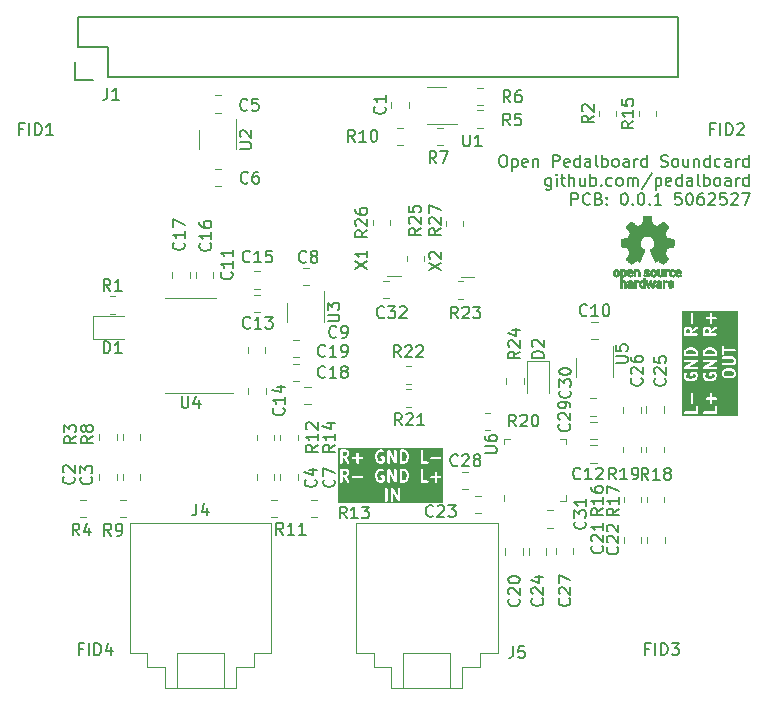
<source format=gto>
G04 #@! TF.GenerationSoftware,KiCad,Pcbnew,7.0.11+1*
G04 #@! TF.CreationDate,2024-10-04T12:25:26+00:00*
G04 #@! TF.ProjectId,pedalboard-soundcard,70656461-6c62-46f6-9172-642d736f756e,0.0.1*
G04 #@! TF.SameCoordinates,Original*
G04 #@! TF.FileFunction,Legend,Top*
G04 #@! TF.FilePolarity,Positive*
%FSLAX46Y46*%
G04 Gerber Fmt 4.6, Leading zero omitted, Abs format (unit mm)*
G04 Created by KiCad (PCBNEW 7.0.11+1) date 2024-10-04 12:25:26*
%MOMM*%
%LPD*%
G01*
G04 APERTURE LIST*
%ADD10C,0.200000*%
%ADD11C,0.150000*%
%ADD12C,0.120000*%
%ADD13C,0.010000*%
G04 APERTURE END LIST*
D10*
G36*
X83244224Y-91912240D02*
G01*
X83311297Y-91979313D01*
X83346749Y-92050218D01*
X83388720Y-92218099D01*
X83388720Y-92336337D01*
X83346749Y-92504218D01*
X83311296Y-92575124D01*
X83244225Y-92642197D01*
X83139160Y-92677219D01*
X83017292Y-92677219D01*
X83017292Y-91877219D01*
X83139160Y-91877219D01*
X83244224Y-91912240D01*
G37*
G36*
X78286627Y-91907024D02*
G01*
X78311296Y-91931692D01*
X78341101Y-91991302D01*
X78341101Y-92086945D01*
X78311296Y-92146554D01*
X78286627Y-92171222D01*
X78227018Y-92201028D01*
X77969673Y-92201028D01*
X77969673Y-91877219D01*
X78227018Y-91877219D01*
X78286627Y-91907024D01*
G37*
G36*
X83244224Y-90302240D02*
G01*
X83311297Y-90369313D01*
X83346749Y-90440218D01*
X83388720Y-90608099D01*
X83388720Y-90726337D01*
X83346749Y-90894218D01*
X83311296Y-90965124D01*
X83244225Y-91032197D01*
X83139160Y-91067219D01*
X83017292Y-91067219D01*
X83017292Y-90267219D01*
X83139160Y-90267219D01*
X83244224Y-90302240D01*
G37*
G36*
X78286627Y-90297024D02*
G01*
X78311296Y-90321692D01*
X78341101Y-90381302D01*
X78341101Y-90476945D01*
X78311296Y-90536554D01*
X78286627Y-90561222D01*
X78227018Y-90591028D01*
X77969673Y-90591028D01*
X77969673Y-90267219D01*
X78227018Y-90267219D01*
X78286627Y-90297024D01*
G37*
G36*
X86488589Y-94627983D02*
G01*
X77626816Y-94627983D01*
X77626816Y-94387219D01*
X81579198Y-94387219D01*
X81598296Y-94445998D01*
X81648296Y-94482325D01*
X81710100Y-94482325D01*
X81760100Y-94445998D01*
X81779198Y-94387219D01*
X82055388Y-94387219D01*
X82074486Y-94445998D01*
X82124486Y-94482325D01*
X82186290Y-94482325D01*
X82236290Y-94445998D01*
X82255388Y-94387219D01*
X82255388Y-93763775D01*
X82639992Y-94436833D01*
X82644169Y-94440628D01*
X82645914Y-94445998D01*
X82666712Y-94461109D01*
X82685736Y-94478392D01*
X82691347Y-94479007D01*
X82695914Y-94482325D01*
X82721617Y-94482325D01*
X82747171Y-94485126D01*
X82752073Y-94482325D01*
X82757718Y-94482325D01*
X82778513Y-94467216D01*
X82800832Y-94454463D01*
X82803151Y-94449316D01*
X82807718Y-94445998D01*
X82815660Y-94421552D01*
X82826221Y-94398115D01*
X82825071Y-94392587D01*
X82826816Y-94387219D01*
X82826816Y-93387219D01*
X82807718Y-93328440D01*
X82757718Y-93292113D01*
X82695914Y-93292113D01*
X82645914Y-93328440D01*
X82626816Y-93387219D01*
X82626816Y-94010662D01*
X82242212Y-93337605D01*
X82238034Y-93333809D01*
X82236290Y-93328440D01*
X82215491Y-93313328D01*
X82196468Y-93296046D01*
X82190856Y-93295430D01*
X82186290Y-93292113D01*
X82160587Y-93292113D01*
X82135033Y-93289312D01*
X82130131Y-93292113D01*
X82124486Y-93292113D01*
X82103686Y-93307224D01*
X82081372Y-93319976D01*
X82079053Y-93325121D01*
X82074486Y-93328440D01*
X82066542Y-93352886D01*
X82055983Y-93376323D01*
X82057132Y-93381850D01*
X82055388Y-93387219D01*
X82055388Y-94387219D01*
X81779198Y-94387219D01*
X81779198Y-93387219D01*
X81760100Y-93328440D01*
X81710100Y-93292113D01*
X81648296Y-93292113D01*
X81598296Y-93328440D01*
X81579198Y-93387219D01*
X81579198Y-94387219D01*
X77626816Y-94387219D01*
X77626816Y-92777219D01*
X77769673Y-92777219D01*
X77788771Y-92835998D01*
X77838771Y-92872325D01*
X77900575Y-92872325D01*
X77950575Y-92835998D01*
X77969673Y-92777219D01*
X77969673Y-92401028D01*
X78055703Y-92401028D01*
X78359178Y-92834565D01*
X78408531Y-92871767D01*
X78470325Y-92872854D01*
X78520957Y-92837412D01*
X78541086Y-92778979D01*
X78523024Y-92719873D01*
X78318130Y-92427168D01*
X78774567Y-92427168D01*
X78810894Y-92477168D01*
X78869673Y-92496266D01*
X79631578Y-92496266D01*
X79690357Y-92477168D01*
X79726684Y-92427168D01*
X79726684Y-92365364D01*
X79714538Y-92348647D01*
X80722054Y-92348647D01*
X80725900Y-92360484D01*
X80725040Y-92372901D01*
X80772659Y-92563376D01*
X80778569Y-92572822D01*
X80780230Y-92583844D01*
X80827849Y-92679082D01*
X80839223Y-92690630D01*
X80846581Y-92705071D01*
X80941819Y-92800311D01*
X80962363Y-92810779D01*
X80980907Y-92824468D01*
X81123764Y-92872087D01*
X81139971Y-92872210D01*
X81155387Y-92877219D01*
X81250625Y-92877219D01*
X81266040Y-92872210D01*
X81282248Y-92872087D01*
X81425104Y-92824468D01*
X81443651Y-92810776D01*
X81464193Y-92800310D01*
X81487284Y-92777219D01*
X81769673Y-92777219D01*
X81788771Y-92835998D01*
X81838771Y-92872325D01*
X81900575Y-92872325D01*
X81950575Y-92835998D01*
X81969673Y-92777219D01*
X81969673Y-92153775D01*
X82354277Y-92826833D01*
X82358454Y-92830628D01*
X82360199Y-92835998D01*
X82380997Y-92851109D01*
X82400021Y-92868392D01*
X82405632Y-92869007D01*
X82410199Y-92872325D01*
X82435902Y-92872325D01*
X82461456Y-92875126D01*
X82466358Y-92872325D01*
X82472003Y-92872325D01*
X82492798Y-92857216D01*
X82515117Y-92844463D01*
X82517436Y-92839316D01*
X82522003Y-92835998D01*
X82529945Y-92811552D01*
X82540506Y-92788115D01*
X82539356Y-92782587D01*
X82541101Y-92777219D01*
X82817292Y-92777219D01*
X82822186Y-92792281D01*
X82822186Y-92808121D01*
X82831495Y-92820934D01*
X82836390Y-92835998D01*
X82849203Y-92845307D01*
X82858513Y-92858121D01*
X82873576Y-92863015D01*
X82886390Y-92872325D01*
X82902229Y-92872325D01*
X82917292Y-92877219D01*
X83155387Y-92877219D01*
X83170802Y-92872210D01*
X83187010Y-92872087D01*
X83329866Y-92824468D01*
X83348413Y-92810776D01*
X83368955Y-92800310D01*
X83392046Y-92777219D01*
X84579197Y-92777219D01*
X84584091Y-92792281D01*
X84584091Y-92808121D01*
X84593400Y-92820934D01*
X84598295Y-92835998D01*
X84611108Y-92845307D01*
X84620418Y-92858121D01*
X84635481Y-92863015D01*
X84648295Y-92872325D01*
X84664134Y-92872325D01*
X84679197Y-92877219D01*
X85155387Y-92877219D01*
X85214166Y-92858121D01*
X85250493Y-92808121D01*
X85250493Y-92746317D01*
X85214166Y-92696317D01*
X85155387Y-92677219D01*
X84779197Y-92677219D01*
X84779197Y-92427168D01*
X85393615Y-92427168D01*
X85429942Y-92477168D01*
X85488721Y-92496266D01*
X85769673Y-92496266D01*
X85769673Y-92777219D01*
X85788771Y-92835998D01*
X85838771Y-92872325D01*
X85900575Y-92872325D01*
X85950575Y-92835998D01*
X85969673Y-92777219D01*
X85969673Y-92496266D01*
X86250626Y-92496266D01*
X86309405Y-92477168D01*
X86345732Y-92427168D01*
X86345732Y-92365364D01*
X86309405Y-92315364D01*
X86250626Y-92296266D01*
X85969673Y-92296266D01*
X85969673Y-92015314D01*
X85950575Y-91956535D01*
X85900575Y-91920208D01*
X85838771Y-91920208D01*
X85788771Y-91956535D01*
X85769673Y-92015314D01*
X85769673Y-92296266D01*
X85488721Y-92296266D01*
X85429942Y-92315364D01*
X85393615Y-92365364D01*
X85393615Y-92427168D01*
X84779197Y-92427168D01*
X84779197Y-91777219D01*
X84760099Y-91718440D01*
X84710099Y-91682113D01*
X84648295Y-91682113D01*
X84598295Y-91718440D01*
X84579197Y-91777219D01*
X84579197Y-92777219D01*
X83392046Y-92777219D01*
X83464193Y-92705071D01*
X83471551Y-92690629D01*
X83482925Y-92679082D01*
X83530544Y-92583845D01*
X83532204Y-92572823D01*
X83538115Y-92563377D01*
X83585734Y-92372901D01*
X83584873Y-92360484D01*
X83588720Y-92348647D01*
X83588720Y-92205790D01*
X83584873Y-92193952D01*
X83585734Y-92181536D01*
X83538115Y-91991060D01*
X83532204Y-91981613D01*
X83530544Y-91970592D01*
X83482925Y-91875355D01*
X83471551Y-91863807D01*
X83464193Y-91849365D01*
X83368955Y-91754127D01*
X83348411Y-91743659D01*
X83329866Y-91729970D01*
X83187010Y-91682351D01*
X83170802Y-91682227D01*
X83155387Y-91677219D01*
X82917292Y-91677219D01*
X82902229Y-91682113D01*
X82886390Y-91682113D01*
X82873576Y-91691422D01*
X82858513Y-91696317D01*
X82849203Y-91709130D01*
X82836390Y-91718440D01*
X82831495Y-91733503D01*
X82822186Y-91746317D01*
X82822186Y-91762156D01*
X82817292Y-91777219D01*
X82817292Y-92777219D01*
X82541101Y-92777219D01*
X82541101Y-91777219D01*
X82522003Y-91718440D01*
X82472003Y-91682113D01*
X82410199Y-91682113D01*
X82360199Y-91718440D01*
X82341101Y-91777219D01*
X82341101Y-92400662D01*
X81956497Y-91727605D01*
X81952319Y-91723809D01*
X81950575Y-91718440D01*
X81929776Y-91703328D01*
X81910753Y-91686046D01*
X81905141Y-91685430D01*
X81900575Y-91682113D01*
X81874872Y-91682113D01*
X81849318Y-91679312D01*
X81844416Y-91682113D01*
X81838771Y-91682113D01*
X81817971Y-91697224D01*
X81795657Y-91709976D01*
X81793338Y-91715121D01*
X81788771Y-91718440D01*
X81780827Y-91742886D01*
X81770268Y-91766323D01*
X81771417Y-91771850D01*
X81769673Y-91777219D01*
X81769673Y-92777219D01*
X81487284Y-92777219D01*
X81511812Y-92752690D01*
X81515474Y-92745502D01*
X81522003Y-92740759D01*
X81529240Y-92718484D01*
X81539870Y-92697622D01*
X81538607Y-92689653D01*
X81541101Y-92681980D01*
X81541101Y-92348647D01*
X81536207Y-92333584D01*
X81536207Y-92317745D01*
X81526897Y-92304931D01*
X81522003Y-92289868D01*
X81509189Y-92280558D01*
X81499880Y-92267745D01*
X81484816Y-92262850D01*
X81472003Y-92253541D01*
X81456164Y-92253541D01*
X81441101Y-92248647D01*
X81250625Y-92248647D01*
X81191846Y-92267745D01*
X81155519Y-92317745D01*
X81155519Y-92379549D01*
X81191846Y-92429549D01*
X81250625Y-92448647D01*
X81341101Y-92448647D01*
X81341101Y-92640559D01*
X81339462Y-92642197D01*
X81234398Y-92677219D01*
X81171613Y-92677219D01*
X81066548Y-92642197D01*
X80999478Y-92575127D01*
X80964024Y-92504218D01*
X80922054Y-92336337D01*
X80922054Y-92218100D01*
X80964024Y-92050218D01*
X80999477Y-91979312D01*
X81066549Y-91912240D01*
X81171613Y-91877219D01*
X81274637Y-91877219D01*
X81348760Y-91914281D01*
X81409875Y-91923486D01*
X81464727Y-91895010D01*
X81492367Y-91839731D01*
X81482236Y-91778764D01*
X81438203Y-91735395D01*
X81342965Y-91687776D01*
X81320167Y-91684342D01*
X81298244Y-91677219D01*
X81155387Y-91677219D01*
X81139971Y-91682227D01*
X81123764Y-91682351D01*
X80980907Y-91729970D01*
X80962360Y-91743660D01*
X80941819Y-91754127D01*
X80846581Y-91849365D01*
X80839222Y-91863807D01*
X80827849Y-91875355D01*
X80780230Y-91970593D01*
X80778569Y-91981614D01*
X80772659Y-91991061D01*
X80725040Y-92181536D01*
X80725900Y-92193952D01*
X80722054Y-92205790D01*
X80722054Y-92348647D01*
X79714538Y-92348647D01*
X79690357Y-92315364D01*
X79631578Y-92296266D01*
X78869673Y-92296266D01*
X78810894Y-92315364D01*
X78774567Y-92365364D01*
X78774567Y-92427168D01*
X78318130Y-92427168D01*
X78292719Y-92390866D01*
X78295346Y-92390471D01*
X78390584Y-92342852D01*
X78402131Y-92331478D01*
X78416574Y-92324120D01*
X78464192Y-92276501D01*
X78471550Y-92262059D01*
X78482925Y-92250511D01*
X78530544Y-92155274D01*
X78533977Y-92132475D01*
X78541101Y-92110552D01*
X78541101Y-91967695D01*
X78533977Y-91945771D01*
X78530544Y-91922973D01*
X78482925Y-91827736D01*
X78471550Y-91816187D01*
X78464192Y-91801746D01*
X78416574Y-91754127D01*
X78402131Y-91746768D01*
X78390584Y-91735395D01*
X78295346Y-91687776D01*
X78272548Y-91684342D01*
X78250625Y-91677219D01*
X77869673Y-91677219D01*
X77854610Y-91682113D01*
X77838771Y-91682113D01*
X77825957Y-91691422D01*
X77810894Y-91696317D01*
X77801584Y-91709130D01*
X77788771Y-91718440D01*
X77783876Y-91733503D01*
X77774567Y-91746317D01*
X77774567Y-91762156D01*
X77769673Y-91777219D01*
X77769673Y-92777219D01*
X77626816Y-92777219D01*
X77626816Y-91167219D01*
X77769673Y-91167219D01*
X77788771Y-91225998D01*
X77838771Y-91262325D01*
X77900575Y-91262325D01*
X77950575Y-91225998D01*
X77969673Y-91167219D01*
X77969673Y-90791028D01*
X78055703Y-90791028D01*
X78359178Y-91224565D01*
X78408531Y-91261767D01*
X78470325Y-91262854D01*
X78520957Y-91227412D01*
X78541086Y-91168979D01*
X78523024Y-91109873D01*
X78318130Y-90817168D01*
X78774567Y-90817168D01*
X78810894Y-90867168D01*
X78869673Y-90886266D01*
X79150625Y-90886266D01*
X79150625Y-91167219D01*
X79169723Y-91225998D01*
X79219723Y-91262325D01*
X79281527Y-91262325D01*
X79331527Y-91225998D01*
X79350625Y-91167219D01*
X79350625Y-90886266D01*
X79631578Y-90886266D01*
X79690357Y-90867168D01*
X79726684Y-90817168D01*
X79726684Y-90755364D01*
X79714538Y-90738647D01*
X80722054Y-90738647D01*
X80725900Y-90750484D01*
X80725040Y-90762901D01*
X80772659Y-90953376D01*
X80778569Y-90962822D01*
X80780230Y-90973844D01*
X80827849Y-91069082D01*
X80839223Y-91080630D01*
X80846581Y-91095071D01*
X80941819Y-91190311D01*
X80962363Y-91200779D01*
X80980907Y-91214468D01*
X81123764Y-91262087D01*
X81139971Y-91262210D01*
X81155387Y-91267219D01*
X81250625Y-91267219D01*
X81266040Y-91262210D01*
X81282248Y-91262087D01*
X81425104Y-91214468D01*
X81443651Y-91200776D01*
X81464193Y-91190310D01*
X81487284Y-91167219D01*
X81769673Y-91167219D01*
X81788771Y-91225998D01*
X81838771Y-91262325D01*
X81900575Y-91262325D01*
X81950575Y-91225998D01*
X81969673Y-91167219D01*
X81969673Y-90543775D01*
X82354277Y-91216833D01*
X82358454Y-91220628D01*
X82360199Y-91225998D01*
X82380997Y-91241109D01*
X82400021Y-91258392D01*
X82405632Y-91259007D01*
X82410199Y-91262325D01*
X82435902Y-91262325D01*
X82461456Y-91265126D01*
X82466358Y-91262325D01*
X82472003Y-91262325D01*
X82492798Y-91247216D01*
X82515117Y-91234463D01*
X82517436Y-91229316D01*
X82522003Y-91225998D01*
X82529945Y-91201552D01*
X82540506Y-91178115D01*
X82539356Y-91172587D01*
X82541101Y-91167219D01*
X82817292Y-91167219D01*
X82822186Y-91182281D01*
X82822186Y-91198121D01*
X82831495Y-91210934D01*
X82836390Y-91225998D01*
X82849203Y-91235307D01*
X82858513Y-91248121D01*
X82873576Y-91253015D01*
X82886390Y-91262325D01*
X82902229Y-91262325D01*
X82917292Y-91267219D01*
X83155387Y-91267219D01*
X83170802Y-91262210D01*
X83187010Y-91262087D01*
X83329866Y-91214468D01*
X83348413Y-91200776D01*
X83368955Y-91190310D01*
X83392046Y-91167219D01*
X84579197Y-91167219D01*
X84584091Y-91182281D01*
X84584091Y-91198121D01*
X84593400Y-91210934D01*
X84598295Y-91225998D01*
X84611108Y-91235307D01*
X84620418Y-91248121D01*
X84635481Y-91253015D01*
X84648295Y-91262325D01*
X84664134Y-91262325D01*
X84679197Y-91267219D01*
X85155387Y-91267219D01*
X85214166Y-91248121D01*
X85250493Y-91198121D01*
X85250493Y-91136317D01*
X85214166Y-91086317D01*
X85155387Y-91067219D01*
X84779197Y-91067219D01*
X84779197Y-90817168D01*
X85393615Y-90817168D01*
X85429942Y-90867168D01*
X85488721Y-90886266D01*
X86250626Y-90886266D01*
X86309405Y-90867168D01*
X86345732Y-90817168D01*
X86345732Y-90755364D01*
X86309405Y-90705364D01*
X86250626Y-90686266D01*
X85488721Y-90686266D01*
X85429942Y-90705364D01*
X85393615Y-90755364D01*
X85393615Y-90817168D01*
X84779197Y-90817168D01*
X84779197Y-90167219D01*
X84760099Y-90108440D01*
X84710099Y-90072113D01*
X84648295Y-90072113D01*
X84598295Y-90108440D01*
X84579197Y-90167219D01*
X84579197Y-91167219D01*
X83392046Y-91167219D01*
X83464193Y-91095071D01*
X83471551Y-91080629D01*
X83482925Y-91069082D01*
X83530544Y-90973845D01*
X83532204Y-90962823D01*
X83538115Y-90953377D01*
X83585734Y-90762901D01*
X83584873Y-90750484D01*
X83588720Y-90738647D01*
X83588720Y-90595790D01*
X83584873Y-90583952D01*
X83585734Y-90571536D01*
X83538115Y-90381060D01*
X83532204Y-90371613D01*
X83530544Y-90360592D01*
X83482925Y-90265355D01*
X83471551Y-90253807D01*
X83464193Y-90239365D01*
X83368955Y-90144127D01*
X83348411Y-90133659D01*
X83329866Y-90119970D01*
X83187010Y-90072351D01*
X83170802Y-90072227D01*
X83155387Y-90067219D01*
X82917292Y-90067219D01*
X82902229Y-90072113D01*
X82886390Y-90072113D01*
X82873576Y-90081422D01*
X82858513Y-90086317D01*
X82849203Y-90099130D01*
X82836390Y-90108440D01*
X82831495Y-90123503D01*
X82822186Y-90136317D01*
X82822186Y-90152156D01*
X82817292Y-90167219D01*
X82817292Y-91167219D01*
X82541101Y-91167219D01*
X82541101Y-90167219D01*
X82522003Y-90108440D01*
X82472003Y-90072113D01*
X82410199Y-90072113D01*
X82360199Y-90108440D01*
X82341101Y-90167219D01*
X82341101Y-90790662D01*
X81956497Y-90117605D01*
X81952319Y-90113809D01*
X81950575Y-90108440D01*
X81929776Y-90093328D01*
X81910753Y-90076046D01*
X81905141Y-90075430D01*
X81900575Y-90072113D01*
X81874872Y-90072113D01*
X81849318Y-90069312D01*
X81844416Y-90072113D01*
X81838771Y-90072113D01*
X81817971Y-90087224D01*
X81795657Y-90099976D01*
X81793338Y-90105121D01*
X81788771Y-90108440D01*
X81780827Y-90132886D01*
X81770268Y-90156323D01*
X81771417Y-90161850D01*
X81769673Y-90167219D01*
X81769673Y-91167219D01*
X81487284Y-91167219D01*
X81511812Y-91142690D01*
X81515474Y-91135502D01*
X81522003Y-91130759D01*
X81529240Y-91108484D01*
X81539870Y-91087622D01*
X81538607Y-91079653D01*
X81541101Y-91071980D01*
X81541101Y-90738647D01*
X81536207Y-90723584D01*
X81536207Y-90707745D01*
X81526897Y-90694931D01*
X81522003Y-90679868D01*
X81509189Y-90670558D01*
X81499880Y-90657745D01*
X81484816Y-90652850D01*
X81472003Y-90643541D01*
X81456164Y-90643541D01*
X81441101Y-90638647D01*
X81250625Y-90638647D01*
X81191846Y-90657745D01*
X81155519Y-90707745D01*
X81155519Y-90769549D01*
X81191846Y-90819549D01*
X81250625Y-90838647D01*
X81341101Y-90838647D01*
X81341101Y-91030559D01*
X81339462Y-91032197D01*
X81234398Y-91067219D01*
X81171613Y-91067219D01*
X81066548Y-91032197D01*
X80999478Y-90965127D01*
X80964024Y-90894218D01*
X80922054Y-90726337D01*
X80922054Y-90608100D01*
X80964024Y-90440218D01*
X80999477Y-90369312D01*
X81066549Y-90302240D01*
X81171613Y-90267219D01*
X81274637Y-90267219D01*
X81348760Y-90304281D01*
X81409875Y-90313486D01*
X81464727Y-90285010D01*
X81492367Y-90229731D01*
X81482236Y-90168764D01*
X81438203Y-90125395D01*
X81342965Y-90077776D01*
X81320167Y-90074342D01*
X81298244Y-90067219D01*
X81155387Y-90067219D01*
X81139971Y-90072227D01*
X81123764Y-90072351D01*
X80980907Y-90119970D01*
X80962360Y-90133660D01*
X80941819Y-90144127D01*
X80846581Y-90239365D01*
X80839222Y-90253807D01*
X80827849Y-90265355D01*
X80780230Y-90360593D01*
X80778569Y-90371614D01*
X80772659Y-90381061D01*
X80725040Y-90571536D01*
X80725900Y-90583952D01*
X80722054Y-90595790D01*
X80722054Y-90738647D01*
X79714538Y-90738647D01*
X79690357Y-90705364D01*
X79631578Y-90686266D01*
X79350625Y-90686266D01*
X79350625Y-90405314D01*
X79331527Y-90346535D01*
X79281527Y-90310208D01*
X79219723Y-90310208D01*
X79169723Y-90346535D01*
X79150625Y-90405314D01*
X79150625Y-90686266D01*
X78869673Y-90686266D01*
X78810894Y-90705364D01*
X78774567Y-90755364D01*
X78774567Y-90817168D01*
X78318130Y-90817168D01*
X78292719Y-90780866D01*
X78295346Y-90780471D01*
X78390584Y-90732852D01*
X78402131Y-90721478D01*
X78416574Y-90714120D01*
X78464192Y-90666501D01*
X78471550Y-90652059D01*
X78482925Y-90640511D01*
X78530544Y-90545274D01*
X78533977Y-90522475D01*
X78541101Y-90500552D01*
X78541101Y-90357695D01*
X78533977Y-90335771D01*
X78530544Y-90312973D01*
X78482925Y-90217736D01*
X78471550Y-90206187D01*
X78464192Y-90191746D01*
X78416574Y-90144127D01*
X78402131Y-90136768D01*
X78390584Y-90125395D01*
X78295346Y-90077776D01*
X78272548Y-90074342D01*
X78250625Y-90067219D01*
X77869673Y-90067219D01*
X77854610Y-90072113D01*
X77838771Y-90072113D01*
X77825957Y-90081422D01*
X77810894Y-90086317D01*
X77801584Y-90099130D01*
X77788771Y-90108440D01*
X77783876Y-90123503D01*
X77774567Y-90136317D01*
X77774567Y-90152156D01*
X77769673Y-90167219D01*
X77769673Y-91167219D01*
X77626816Y-91167219D01*
X77626816Y-89924362D01*
X86488589Y-89924362D01*
X86488589Y-94627983D01*
G37*
D11*
X91486074Y-65129819D02*
X91676550Y-65129819D01*
X91676550Y-65129819D02*
X91771788Y-65177438D01*
X91771788Y-65177438D02*
X91867026Y-65272676D01*
X91867026Y-65272676D02*
X91914645Y-65463152D01*
X91914645Y-65463152D02*
X91914645Y-65796485D01*
X91914645Y-65796485D02*
X91867026Y-65986961D01*
X91867026Y-65986961D02*
X91771788Y-66082200D01*
X91771788Y-66082200D02*
X91676550Y-66129819D01*
X91676550Y-66129819D02*
X91486074Y-66129819D01*
X91486074Y-66129819D02*
X91390836Y-66082200D01*
X91390836Y-66082200D02*
X91295598Y-65986961D01*
X91295598Y-65986961D02*
X91247979Y-65796485D01*
X91247979Y-65796485D02*
X91247979Y-65463152D01*
X91247979Y-65463152D02*
X91295598Y-65272676D01*
X91295598Y-65272676D02*
X91390836Y-65177438D01*
X91390836Y-65177438D02*
X91486074Y-65129819D01*
X92343217Y-65463152D02*
X92343217Y-66463152D01*
X92343217Y-65510771D02*
X92438455Y-65463152D01*
X92438455Y-65463152D02*
X92628931Y-65463152D01*
X92628931Y-65463152D02*
X92724169Y-65510771D01*
X92724169Y-65510771D02*
X92771788Y-65558390D01*
X92771788Y-65558390D02*
X92819407Y-65653628D01*
X92819407Y-65653628D02*
X92819407Y-65939342D01*
X92819407Y-65939342D02*
X92771788Y-66034580D01*
X92771788Y-66034580D02*
X92724169Y-66082200D01*
X92724169Y-66082200D02*
X92628931Y-66129819D01*
X92628931Y-66129819D02*
X92438455Y-66129819D01*
X92438455Y-66129819D02*
X92343217Y-66082200D01*
X93628931Y-66082200D02*
X93533693Y-66129819D01*
X93533693Y-66129819D02*
X93343217Y-66129819D01*
X93343217Y-66129819D02*
X93247979Y-66082200D01*
X93247979Y-66082200D02*
X93200360Y-65986961D01*
X93200360Y-65986961D02*
X93200360Y-65606009D01*
X93200360Y-65606009D02*
X93247979Y-65510771D01*
X93247979Y-65510771D02*
X93343217Y-65463152D01*
X93343217Y-65463152D02*
X93533693Y-65463152D01*
X93533693Y-65463152D02*
X93628931Y-65510771D01*
X93628931Y-65510771D02*
X93676550Y-65606009D01*
X93676550Y-65606009D02*
X93676550Y-65701247D01*
X93676550Y-65701247D02*
X93200360Y-65796485D01*
X94105122Y-65463152D02*
X94105122Y-66129819D01*
X94105122Y-65558390D02*
X94152741Y-65510771D01*
X94152741Y-65510771D02*
X94247979Y-65463152D01*
X94247979Y-65463152D02*
X94390836Y-65463152D01*
X94390836Y-65463152D02*
X94486074Y-65510771D01*
X94486074Y-65510771D02*
X94533693Y-65606009D01*
X94533693Y-65606009D02*
X94533693Y-66129819D01*
X95771789Y-66129819D02*
X95771789Y-65129819D01*
X95771789Y-65129819D02*
X96152741Y-65129819D01*
X96152741Y-65129819D02*
X96247979Y-65177438D01*
X96247979Y-65177438D02*
X96295598Y-65225057D01*
X96295598Y-65225057D02*
X96343217Y-65320295D01*
X96343217Y-65320295D02*
X96343217Y-65463152D01*
X96343217Y-65463152D02*
X96295598Y-65558390D01*
X96295598Y-65558390D02*
X96247979Y-65606009D01*
X96247979Y-65606009D02*
X96152741Y-65653628D01*
X96152741Y-65653628D02*
X95771789Y-65653628D01*
X97152741Y-66082200D02*
X97057503Y-66129819D01*
X97057503Y-66129819D02*
X96867027Y-66129819D01*
X96867027Y-66129819D02*
X96771789Y-66082200D01*
X96771789Y-66082200D02*
X96724170Y-65986961D01*
X96724170Y-65986961D02*
X96724170Y-65606009D01*
X96724170Y-65606009D02*
X96771789Y-65510771D01*
X96771789Y-65510771D02*
X96867027Y-65463152D01*
X96867027Y-65463152D02*
X97057503Y-65463152D01*
X97057503Y-65463152D02*
X97152741Y-65510771D01*
X97152741Y-65510771D02*
X97200360Y-65606009D01*
X97200360Y-65606009D02*
X97200360Y-65701247D01*
X97200360Y-65701247D02*
X96724170Y-65796485D01*
X98057503Y-66129819D02*
X98057503Y-65129819D01*
X98057503Y-66082200D02*
X97962265Y-66129819D01*
X97962265Y-66129819D02*
X97771789Y-66129819D01*
X97771789Y-66129819D02*
X97676551Y-66082200D01*
X97676551Y-66082200D02*
X97628932Y-66034580D01*
X97628932Y-66034580D02*
X97581313Y-65939342D01*
X97581313Y-65939342D02*
X97581313Y-65653628D01*
X97581313Y-65653628D02*
X97628932Y-65558390D01*
X97628932Y-65558390D02*
X97676551Y-65510771D01*
X97676551Y-65510771D02*
X97771789Y-65463152D01*
X97771789Y-65463152D02*
X97962265Y-65463152D01*
X97962265Y-65463152D02*
X98057503Y-65510771D01*
X98962265Y-66129819D02*
X98962265Y-65606009D01*
X98962265Y-65606009D02*
X98914646Y-65510771D01*
X98914646Y-65510771D02*
X98819408Y-65463152D01*
X98819408Y-65463152D02*
X98628932Y-65463152D01*
X98628932Y-65463152D02*
X98533694Y-65510771D01*
X98962265Y-66082200D02*
X98867027Y-66129819D01*
X98867027Y-66129819D02*
X98628932Y-66129819D01*
X98628932Y-66129819D02*
X98533694Y-66082200D01*
X98533694Y-66082200D02*
X98486075Y-65986961D01*
X98486075Y-65986961D02*
X98486075Y-65891723D01*
X98486075Y-65891723D02*
X98533694Y-65796485D01*
X98533694Y-65796485D02*
X98628932Y-65748866D01*
X98628932Y-65748866D02*
X98867027Y-65748866D01*
X98867027Y-65748866D02*
X98962265Y-65701247D01*
X99581313Y-66129819D02*
X99486075Y-66082200D01*
X99486075Y-66082200D02*
X99438456Y-65986961D01*
X99438456Y-65986961D02*
X99438456Y-65129819D01*
X99962266Y-66129819D02*
X99962266Y-65129819D01*
X99962266Y-65510771D02*
X100057504Y-65463152D01*
X100057504Y-65463152D02*
X100247980Y-65463152D01*
X100247980Y-65463152D02*
X100343218Y-65510771D01*
X100343218Y-65510771D02*
X100390837Y-65558390D01*
X100390837Y-65558390D02*
X100438456Y-65653628D01*
X100438456Y-65653628D02*
X100438456Y-65939342D01*
X100438456Y-65939342D02*
X100390837Y-66034580D01*
X100390837Y-66034580D02*
X100343218Y-66082200D01*
X100343218Y-66082200D02*
X100247980Y-66129819D01*
X100247980Y-66129819D02*
X100057504Y-66129819D01*
X100057504Y-66129819D02*
X99962266Y-66082200D01*
X101009885Y-66129819D02*
X100914647Y-66082200D01*
X100914647Y-66082200D02*
X100867028Y-66034580D01*
X100867028Y-66034580D02*
X100819409Y-65939342D01*
X100819409Y-65939342D02*
X100819409Y-65653628D01*
X100819409Y-65653628D02*
X100867028Y-65558390D01*
X100867028Y-65558390D02*
X100914647Y-65510771D01*
X100914647Y-65510771D02*
X101009885Y-65463152D01*
X101009885Y-65463152D02*
X101152742Y-65463152D01*
X101152742Y-65463152D02*
X101247980Y-65510771D01*
X101247980Y-65510771D02*
X101295599Y-65558390D01*
X101295599Y-65558390D02*
X101343218Y-65653628D01*
X101343218Y-65653628D02*
X101343218Y-65939342D01*
X101343218Y-65939342D02*
X101295599Y-66034580D01*
X101295599Y-66034580D02*
X101247980Y-66082200D01*
X101247980Y-66082200D02*
X101152742Y-66129819D01*
X101152742Y-66129819D02*
X101009885Y-66129819D01*
X102200361Y-66129819D02*
X102200361Y-65606009D01*
X102200361Y-65606009D02*
X102152742Y-65510771D01*
X102152742Y-65510771D02*
X102057504Y-65463152D01*
X102057504Y-65463152D02*
X101867028Y-65463152D01*
X101867028Y-65463152D02*
X101771790Y-65510771D01*
X102200361Y-66082200D02*
X102105123Y-66129819D01*
X102105123Y-66129819D02*
X101867028Y-66129819D01*
X101867028Y-66129819D02*
X101771790Y-66082200D01*
X101771790Y-66082200D02*
X101724171Y-65986961D01*
X101724171Y-65986961D02*
X101724171Y-65891723D01*
X101724171Y-65891723D02*
X101771790Y-65796485D01*
X101771790Y-65796485D02*
X101867028Y-65748866D01*
X101867028Y-65748866D02*
X102105123Y-65748866D01*
X102105123Y-65748866D02*
X102200361Y-65701247D01*
X102676552Y-66129819D02*
X102676552Y-65463152D01*
X102676552Y-65653628D02*
X102724171Y-65558390D01*
X102724171Y-65558390D02*
X102771790Y-65510771D01*
X102771790Y-65510771D02*
X102867028Y-65463152D01*
X102867028Y-65463152D02*
X102962266Y-65463152D01*
X103724171Y-66129819D02*
X103724171Y-65129819D01*
X103724171Y-66082200D02*
X103628933Y-66129819D01*
X103628933Y-66129819D02*
X103438457Y-66129819D01*
X103438457Y-66129819D02*
X103343219Y-66082200D01*
X103343219Y-66082200D02*
X103295600Y-66034580D01*
X103295600Y-66034580D02*
X103247981Y-65939342D01*
X103247981Y-65939342D02*
X103247981Y-65653628D01*
X103247981Y-65653628D02*
X103295600Y-65558390D01*
X103295600Y-65558390D02*
X103343219Y-65510771D01*
X103343219Y-65510771D02*
X103438457Y-65463152D01*
X103438457Y-65463152D02*
X103628933Y-65463152D01*
X103628933Y-65463152D02*
X103724171Y-65510771D01*
X104914648Y-66082200D02*
X105057505Y-66129819D01*
X105057505Y-66129819D02*
X105295600Y-66129819D01*
X105295600Y-66129819D02*
X105390838Y-66082200D01*
X105390838Y-66082200D02*
X105438457Y-66034580D01*
X105438457Y-66034580D02*
X105486076Y-65939342D01*
X105486076Y-65939342D02*
X105486076Y-65844104D01*
X105486076Y-65844104D02*
X105438457Y-65748866D01*
X105438457Y-65748866D02*
X105390838Y-65701247D01*
X105390838Y-65701247D02*
X105295600Y-65653628D01*
X105295600Y-65653628D02*
X105105124Y-65606009D01*
X105105124Y-65606009D02*
X105009886Y-65558390D01*
X105009886Y-65558390D02*
X104962267Y-65510771D01*
X104962267Y-65510771D02*
X104914648Y-65415533D01*
X104914648Y-65415533D02*
X104914648Y-65320295D01*
X104914648Y-65320295D02*
X104962267Y-65225057D01*
X104962267Y-65225057D02*
X105009886Y-65177438D01*
X105009886Y-65177438D02*
X105105124Y-65129819D01*
X105105124Y-65129819D02*
X105343219Y-65129819D01*
X105343219Y-65129819D02*
X105486076Y-65177438D01*
X106057505Y-66129819D02*
X105962267Y-66082200D01*
X105962267Y-66082200D02*
X105914648Y-66034580D01*
X105914648Y-66034580D02*
X105867029Y-65939342D01*
X105867029Y-65939342D02*
X105867029Y-65653628D01*
X105867029Y-65653628D02*
X105914648Y-65558390D01*
X105914648Y-65558390D02*
X105962267Y-65510771D01*
X105962267Y-65510771D02*
X106057505Y-65463152D01*
X106057505Y-65463152D02*
X106200362Y-65463152D01*
X106200362Y-65463152D02*
X106295600Y-65510771D01*
X106295600Y-65510771D02*
X106343219Y-65558390D01*
X106343219Y-65558390D02*
X106390838Y-65653628D01*
X106390838Y-65653628D02*
X106390838Y-65939342D01*
X106390838Y-65939342D02*
X106343219Y-66034580D01*
X106343219Y-66034580D02*
X106295600Y-66082200D01*
X106295600Y-66082200D02*
X106200362Y-66129819D01*
X106200362Y-66129819D02*
X106057505Y-66129819D01*
X107247981Y-65463152D02*
X107247981Y-66129819D01*
X106819410Y-65463152D02*
X106819410Y-65986961D01*
X106819410Y-65986961D02*
X106867029Y-66082200D01*
X106867029Y-66082200D02*
X106962267Y-66129819D01*
X106962267Y-66129819D02*
X107105124Y-66129819D01*
X107105124Y-66129819D02*
X107200362Y-66082200D01*
X107200362Y-66082200D02*
X107247981Y-66034580D01*
X107724172Y-65463152D02*
X107724172Y-66129819D01*
X107724172Y-65558390D02*
X107771791Y-65510771D01*
X107771791Y-65510771D02*
X107867029Y-65463152D01*
X107867029Y-65463152D02*
X108009886Y-65463152D01*
X108009886Y-65463152D02*
X108105124Y-65510771D01*
X108105124Y-65510771D02*
X108152743Y-65606009D01*
X108152743Y-65606009D02*
X108152743Y-66129819D01*
X109057505Y-66129819D02*
X109057505Y-65129819D01*
X109057505Y-66082200D02*
X108962267Y-66129819D01*
X108962267Y-66129819D02*
X108771791Y-66129819D01*
X108771791Y-66129819D02*
X108676553Y-66082200D01*
X108676553Y-66082200D02*
X108628934Y-66034580D01*
X108628934Y-66034580D02*
X108581315Y-65939342D01*
X108581315Y-65939342D02*
X108581315Y-65653628D01*
X108581315Y-65653628D02*
X108628934Y-65558390D01*
X108628934Y-65558390D02*
X108676553Y-65510771D01*
X108676553Y-65510771D02*
X108771791Y-65463152D01*
X108771791Y-65463152D02*
X108962267Y-65463152D01*
X108962267Y-65463152D02*
X109057505Y-65510771D01*
X109962267Y-66082200D02*
X109867029Y-66129819D01*
X109867029Y-66129819D02*
X109676553Y-66129819D01*
X109676553Y-66129819D02*
X109581315Y-66082200D01*
X109581315Y-66082200D02*
X109533696Y-66034580D01*
X109533696Y-66034580D02*
X109486077Y-65939342D01*
X109486077Y-65939342D02*
X109486077Y-65653628D01*
X109486077Y-65653628D02*
X109533696Y-65558390D01*
X109533696Y-65558390D02*
X109581315Y-65510771D01*
X109581315Y-65510771D02*
X109676553Y-65463152D01*
X109676553Y-65463152D02*
X109867029Y-65463152D01*
X109867029Y-65463152D02*
X109962267Y-65510771D01*
X110819410Y-66129819D02*
X110819410Y-65606009D01*
X110819410Y-65606009D02*
X110771791Y-65510771D01*
X110771791Y-65510771D02*
X110676553Y-65463152D01*
X110676553Y-65463152D02*
X110486077Y-65463152D01*
X110486077Y-65463152D02*
X110390839Y-65510771D01*
X110819410Y-66082200D02*
X110724172Y-66129819D01*
X110724172Y-66129819D02*
X110486077Y-66129819D01*
X110486077Y-66129819D02*
X110390839Y-66082200D01*
X110390839Y-66082200D02*
X110343220Y-65986961D01*
X110343220Y-65986961D02*
X110343220Y-65891723D01*
X110343220Y-65891723D02*
X110390839Y-65796485D01*
X110390839Y-65796485D02*
X110486077Y-65748866D01*
X110486077Y-65748866D02*
X110724172Y-65748866D01*
X110724172Y-65748866D02*
X110819410Y-65701247D01*
X111295601Y-66129819D02*
X111295601Y-65463152D01*
X111295601Y-65653628D02*
X111343220Y-65558390D01*
X111343220Y-65558390D02*
X111390839Y-65510771D01*
X111390839Y-65510771D02*
X111486077Y-65463152D01*
X111486077Y-65463152D02*
X111581315Y-65463152D01*
X112343220Y-66129819D02*
X112343220Y-65129819D01*
X112343220Y-66082200D02*
X112247982Y-66129819D01*
X112247982Y-66129819D02*
X112057506Y-66129819D01*
X112057506Y-66129819D02*
X111962268Y-66082200D01*
X111962268Y-66082200D02*
X111914649Y-66034580D01*
X111914649Y-66034580D02*
X111867030Y-65939342D01*
X111867030Y-65939342D02*
X111867030Y-65653628D01*
X111867030Y-65653628D02*
X111914649Y-65558390D01*
X111914649Y-65558390D02*
X111962268Y-65510771D01*
X111962268Y-65510771D02*
X112057506Y-65463152D01*
X112057506Y-65463152D02*
X112247982Y-65463152D01*
X112247982Y-65463152D02*
X112343220Y-65510771D01*
X95628933Y-67073152D02*
X95628933Y-67882676D01*
X95628933Y-67882676D02*
X95581314Y-67977914D01*
X95581314Y-67977914D02*
X95533695Y-68025533D01*
X95533695Y-68025533D02*
X95438457Y-68073152D01*
X95438457Y-68073152D02*
X95295600Y-68073152D01*
X95295600Y-68073152D02*
X95200362Y-68025533D01*
X95628933Y-67692200D02*
X95533695Y-67739819D01*
X95533695Y-67739819D02*
X95343219Y-67739819D01*
X95343219Y-67739819D02*
X95247981Y-67692200D01*
X95247981Y-67692200D02*
X95200362Y-67644580D01*
X95200362Y-67644580D02*
X95152743Y-67549342D01*
X95152743Y-67549342D02*
X95152743Y-67263628D01*
X95152743Y-67263628D02*
X95200362Y-67168390D01*
X95200362Y-67168390D02*
X95247981Y-67120771D01*
X95247981Y-67120771D02*
X95343219Y-67073152D01*
X95343219Y-67073152D02*
X95533695Y-67073152D01*
X95533695Y-67073152D02*
X95628933Y-67120771D01*
X96105124Y-67739819D02*
X96105124Y-67073152D01*
X96105124Y-66739819D02*
X96057505Y-66787438D01*
X96057505Y-66787438D02*
X96105124Y-66835057D01*
X96105124Y-66835057D02*
X96152743Y-66787438D01*
X96152743Y-66787438D02*
X96105124Y-66739819D01*
X96105124Y-66739819D02*
X96105124Y-66835057D01*
X96438457Y-67073152D02*
X96819409Y-67073152D01*
X96581314Y-66739819D02*
X96581314Y-67596961D01*
X96581314Y-67596961D02*
X96628933Y-67692200D01*
X96628933Y-67692200D02*
X96724171Y-67739819D01*
X96724171Y-67739819D02*
X96819409Y-67739819D01*
X97152743Y-67739819D02*
X97152743Y-66739819D01*
X97581314Y-67739819D02*
X97581314Y-67216009D01*
X97581314Y-67216009D02*
X97533695Y-67120771D01*
X97533695Y-67120771D02*
X97438457Y-67073152D01*
X97438457Y-67073152D02*
X97295600Y-67073152D01*
X97295600Y-67073152D02*
X97200362Y-67120771D01*
X97200362Y-67120771D02*
X97152743Y-67168390D01*
X98486076Y-67073152D02*
X98486076Y-67739819D01*
X98057505Y-67073152D02*
X98057505Y-67596961D01*
X98057505Y-67596961D02*
X98105124Y-67692200D01*
X98105124Y-67692200D02*
X98200362Y-67739819D01*
X98200362Y-67739819D02*
X98343219Y-67739819D01*
X98343219Y-67739819D02*
X98438457Y-67692200D01*
X98438457Y-67692200D02*
X98486076Y-67644580D01*
X98962267Y-67739819D02*
X98962267Y-66739819D01*
X98962267Y-67120771D02*
X99057505Y-67073152D01*
X99057505Y-67073152D02*
X99247981Y-67073152D01*
X99247981Y-67073152D02*
X99343219Y-67120771D01*
X99343219Y-67120771D02*
X99390838Y-67168390D01*
X99390838Y-67168390D02*
X99438457Y-67263628D01*
X99438457Y-67263628D02*
X99438457Y-67549342D01*
X99438457Y-67549342D02*
X99390838Y-67644580D01*
X99390838Y-67644580D02*
X99343219Y-67692200D01*
X99343219Y-67692200D02*
X99247981Y-67739819D01*
X99247981Y-67739819D02*
X99057505Y-67739819D01*
X99057505Y-67739819D02*
X98962267Y-67692200D01*
X99867029Y-67644580D02*
X99914648Y-67692200D01*
X99914648Y-67692200D02*
X99867029Y-67739819D01*
X99867029Y-67739819D02*
X99819410Y-67692200D01*
X99819410Y-67692200D02*
X99867029Y-67644580D01*
X99867029Y-67644580D02*
X99867029Y-67739819D01*
X100771790Y-67692200D02*
X100676552Y-67739819D01*
X100676552Y-67739819D02*
X100486076Y-67739819D01*
X100486076Y-67739819D02*
X100390838Y-67692200D01*
X100390838Y-67692200D02*
X100343219Y-67644580D01*
X100343219Y-67644580D02*
X100295600Y-67549342D01*
X100295600Y-67549342D02*
X100295600Y-67263628D01*
X100295600Y-67263628D02*
X100343219Y-67168390D01*
X100343219Y-67168390D02*
X100390838Y-67120771D01*
X100390838Y-67120771D02*
X100486076Y-67073152D01*
X100486076Y-67073152D02*
X100676552Y-67073152D01*
X100676552Y-67073152D02*
X100771790Y-67120771D01*
X101343219Y-67739819D02*
X101247981Y-67692200D01*
X101247981Y-67692200D02*
X101200362Y-67644580D01*
X101200362Y-67644580D02*
X101152743Y-67549342D01*
X101152743Y-67549342D02*
X101152743Y-67263628D01*
X101152743Y-67263628D02*
X101200362Y-67168390D01*
X101200362Y-67168390D02*
X101247981Y-67120771D01*
X101247981Y-67120771D02*
X101343219Y-67073152D01*
X101343219Y-67073152D02*
X101486076Y-67073152D01*
X101486076Y-67073152D02*
X101581314Y-67120771D01*
X101581314Y-67120771D02*
X101628933Y-67168390D01*
X101628933Y-67168390D02*
X101676552Y-67263628D01*
X101676552Y-67263628D02*
X101676552Y-67549342D01*
X101676552Y-67549342D02*
X101628933Y-67644580D01*
X101628933Y-67644580D02*
X101581314Y-67692200D01*
X101581314Y-67692200D02*
X101486076Y-67739819D01*
X101486076Y-67739819D02*
X101343219Y-67739819D01*
X102105124Y-67739819D02*
X102105124Y-67073152D01*
X102105124Y-67168390D02*
X102152743Y-67120771D01*
X102152743Y-67120771D02*
X102247981Y-67073152D01*
X102247981Y-67073152D02*
X102390838Y-67073152D01*
X102390838Y-67073152D02*
X102486076Y-67120771D01*
X102486076Y-67120771D02*
X102533695Y-67216009D01*
X102533695Y-67216009D02*
X102533695Y-67739819D01*
X102533695Y-67216009D02*
X102581314Y-67120771D01*
X102581314Y-67120771D02*
X102676552Y-67073152D01*
X102676552Y-67073152D02*
X102819409Y-67073152D01*
X102819409Y-67073152D02*
X102914648Y-67120771D01*
X102914648Y-67120771D02*
X102962267Y-67216009D01*
X102962267Y-67216009D02*
X102962267Y-67739819D01*
X104152742Y-66692200D02*
X103295600Y-67977914D01*
X104486076Y-67073152D02*
X104486076Y-68073152D01*
X104486076Y-67120771D02*
X104581314Y-67073152D01*
X104581314Y-67073152D02*
X104771790Y-67073152D01*
X104771790Y-67073152D02*
X104867028Y-67120771D01*
X104867028Y-67120771D02*
X104914647Y-67168390D01*
X104914647Y-67168390D02*
X104962266Y-67263628D01*
X104962266Y-67263628D02*
X104962266Y-67549342D01*
X104962266Y-67549342D02*
X104914647Y-67644580D01*
X104914647Y-67644580D02*
X104867028Y-67692200D01*
X104867028Y-67692200D02*
X104771790Y-67739819D01*
X104771790Y-67739819D02*
X104581314Y-67739819D01*
X104581314Y-67739819D02*
X104486076Y-67692200D01*
X105771790Y-67692200D02*
X105676552Y-67739819D01*
X105676552Y-67739819D02*
X105486076Y-67739819D01*
X105486076Y-67739819D02*
X105390838Y-67692200D01*
X105390838Y-67692200D02*
X105343219Y-67596961D01*
X105343219Y-67596961D02*
X105343219Y-67216009D01*
X105343219Y-67216009D02*
X105390838Y-67120771D01*
X105390838Y-67120771D02*
X105486076Y-67073152D01*
X105486076Y-67073152D02*
X105676552Y-67073152D01*
X105676552Y-67073152D02*
X105771790Y-67120771D01*
X105771790Y-67120771D02*
X105819409Y-67216009D01*
X105819409Y-67216009D02*
X105819409Y-67311247D01*
X105819409Y-67311247D02*
X105343219Y-67406485D01*
X106676552Y-67739819D02*
X106676552Y-66739819D01*
X106676552Y-67692200D02*
X106581314Y-67739819D01*
X106581314Y-67739819D02*
X106390838Y-67739819D01*
X106390838Y-67739819D02*
X106295600Y-67692200D01*
X106295600Y-67692200D02*
X106247981Y-67644580D01*
X106247981Y-67644580D02*
X106200362Y-67549342D01*
X106200362Y-67549342D02*
X106200362Y-67263628D01*
X106200362Y-67263628D02*
X106247981Y-67168390D01*
X106247981Y-67168390D02*
X106295600Y-67120771D01*
X106295600Y-67120771D02*
X106390838Y-67073152D01*
X106390838Y-67073152D02*
X106581314Y-67073152D01*
X106581314Y-67073152D02*
X106676552Y-67120771D01*
X107581314Y-67739819D02*
X107581314Y-67216009D01*
X107581314Y-67216009D02*
X107533695Y-67120771D01*
X107533695Y-67120771D02*
X107438457Y-67073152D01*
X107438457Y-67073152D02*
X107247981Y-67073152D01*
X107247981Y-67073152D02*
X107152743Y-67120771D01*
X107581314Y-67692200D02*
X107486076Y-67739819D01*
X107486076Y-67739819D02*
X107247981Y-67739819D01*
X107247981Y-67739819D02*
X107152743Y-67692200D01*
X107152743Y-67692200D02*
X107105124Y-67596961D01*
X107105124Y-67596961D02*
X107105124Y-67501723D01*
X107105124Y-67501723D02*
X107152743Y-67406485D01*
X107152743Y-67406485D02*
X107247981Y-67358866D01*
X107247981Y-67358866D02*
X107486076Y-67358866D01*
X107486076Y-67358866D02*
X107581314Y-67311247D01*
X108200362Y-67739819D02*
X108105124Y-67692200D01*
X108105124Y-67692200D02*
X108057505Y-67596961D01*
X108057505Y-67596961D02*
X108057505Y-66739819D01*
X108581315Y-67739819D02*
X108581315Y-66739819D01*
X108581315Y-67120771D02*
X108676553Y-67073152D01*
X108676553Y-67073152D02*
X108867029Y-67073152D01*
X108867029Y-67073152D02*
X108962267Y-67120771D01*
X108962267Y-67120771D02*
X109009886Y-67168390D01*
X109009886Y-67168390D02*
X109057505Y-67263628D01*
X109057505Y-67263628D02*
X109057505Y-67549342D01*
X109057505Y-67549342D02*
X109009886Y-67644580D01*
X109009886Y-67644580D02*
X108962267Y-67692200D01*
X108962267Y-67692200D02*
X108867029Y-67739819D01*
X108867029Y-67739819D02*
X108676553Y-67739819D01*
X108676553Y-67739819D02*
X108581315Y-67692200D01*
X109628934Y-67739819D02*
X109533696Y-67692200D01*
X109533696Y-67692200D02*
X109486077Y-67644580D01*
X109486077Y-67644580D02*
X109438458Y-67549342D01*
X109438458Y-67549342D02*
X109438458Y-67263628D01*
X109438458Y-67263628D02*
X109486077Y-67168390D01*
X109486077Y-67168390D02*
X109533696Y-67120771D01*
X109533696Y-67120771D02*
X109628934Y-67073152D01*
X109628934Y-67073152D02*
X109771791Y-67073152D01*
X109771791Y-67073152D02*
X109867029Y-67120771D01*
X109867029Y-67120771D02*
X109914648Y-67168390D01*
X109914648Y-67168390D02*
X109962267Y-67263628D01*
X109962267Y-67263628D02*
X109962267Y-67549342D01*
X109962267Y-67549342D02*
X109914648Y-67644580D01*
X109914648Y-67644580D02*
X109867029Y-67692200D01*
X109867029Y-67692200D02*
X109771791Y-67739819D01*
X109771791Y-67739819D02*
X109628934Y-67739819D01*
X110819410Y-67739819D02*
X110819410Y-67216009D01*
X110819410Y-67216009D02*
X110771791Y-67120771D01*
X110771791Y-67120771D02*
X110676553Y-67073152D01*
X110676553Y-67073152D02*
X110486077Y-67073152D01*
X110486077Y-67073152D02*
X110390839Y-67120771D01*
X110819410Y-67692200D02*
X110724172Y-67739819D01*
X110724172Y-67739819D02*
X110486077Y-67739819D01*
X110486077Y-67739819D02*
X110390839Y-67692200D01*
X110390839Y-67692200D02*
X110343220Y-67596961D01*
X110343220Y-67596961D02*
X110343220Y-67501723D01*
X110343220Y-67501723D02*
X110390839Y-67406485D01*
X110390839Y-67406485D02*
X110486077Y-67358866D01*
X110486077Y-67358866D02*
X110724172Y-67358866D01*
X110724172Y-67358866D02*
X110819410Y-67311247D01*
X111295601Y-67739819D02*
X111295601Y-67073152D01*
X111295601Y-67263628D02*
X111343220Y-67168390D01*
X111343220Y-67168390D02*
X111390839Y-67120771D01*
X111390839Y-67120771D02*
X111486077Y-67073152D01*
X111486077Y-67073152D02*
X111581315Y-67073152D01*
X112343220Y-67739819D02*
X112343220Y-66739819D01*
X112343220Y-67692200D02*
X112247982Y-67739819D01*
X112247982Y-67739819D02*
X112057506Y-67739819D01*
X112057506Y-67739819D02*
X111962268Y-67692200D01*
X111962268Y-67692200D02*
X111914649Y-67644580D01*
X111914649Y-67644580D02*
X111867030Y-67549342D01*
X111867030Y-67549342D02*
X111867030Y-67263628D01*
X111867030Y-67263628D02*
X111914649Y-67168390D01*
X111914649Y-67168390D02*
X111962268Y-67120771D01*
X111962268Y-67120771D02*
X112057506Y-67073152D01*
X112057506Y-67073152D02*
X112247982Y-67073152D01*
X112247982Y-67073152D02*
X112343220Y-67120771D01*
X97343221Y-69349819D02*
X97343221Y-68349819D01*
X97343221Y-68349819D02*
X97724173Y-68349819D01*
X97724173Y-68349819D02*
X97819411Y-68397438D01*
X97819411Y-68397438D02*
X97867030Y-68445057D01*
X97867030Y-68445057D02*
X97914649Y-68540295D01*
X97914649Y-68540295D02*
X97914649Y-68683152D01*
X97914649Y-68683152D02*
X97867030Y-68778390D01*
X97867030Y-68778390D02*
X97819411Y-68826009D01*
X97819411Y-68826009D02*
X97724173Y-68873628D01*
X97724173Y-68873628D02*
X97343221Y-68873628D01*
X98914649Y-69254580D02*
X98867030Y-69302200D01*
X98867030Y-69302200D02*
X98724173Y-69349819D01*
X98724173Y-69349819D02*
X98628935Y-69349819D01*
X98628935Y-69349819D02*
X98486078Y-69302200D01*
X98486078Y-69302200D02*
X98390840Y-69206961D01*
X98390840Y-69206961D02*
X98343221Y-69111723D01*
X98343221Y-69111723D02*
X98295602Y-68921247D01*
X98295602Y-68921247D02*
X98295602Y-68778390D01*
X98295602Y-68778390D02*
X98343221Y-68587914D01*
X98343221Y-68587914D02*
X98390840Y-68492676D01*
X98390840Y-68492676D02*
X98486078Y-68397438D01*
X98486078Y-68397438D02*
X98628935Y-68349819D01*
X98628935Y-68349819D02*
X98724173Y-68349819D01*
X98724173Y-68349819D02*
X98867030Y-68397438D01*
X98867030Y-68397438D02*
X98914649Y-68445057D01*
X99676554Y-68826009D02*
X99819411Y-68873628D01*
X99819411Y-68873628D02*
X99867030Y-68921247D01*
X99867030Y-68921247D02*
X99914649Y-69016485D01*
X99914649Y-69016485D02*
X99914649Y-69159342D01*
X99914649Y-69159342D02*
X99867030Y-69254580D01*
X99867030Y-69254580D02*
X99819411Y-69302200D01*
X99819411Y-69302200D02*
X99724173Y-69349819D01*
X99724173Y-69349819D02*
X99343221Y-69349819D01*
X99343221Y-69349819D02*
X99343221Y-68349819D01*
X99343221Y-68349819D02*
X99676554Y-68349819D01*
X99676554Y-68349819D02*
X99771792Y-68397438D01*
X99771792Y-68397438D02*
X99819411Y-68445057D01*
X99819411Y-68445057D02*
X99867030Y-68540295D01*
X99867030Y-68540295D02*
X99867030Y-68635533D01*
X99867030Y-68635533D02*
X99819411Y-68730771D01*
X99819411Y-68730771D02*
X99771792Y-68778390D01*
X99771792Y-68778390D02*
X99676554Y-68826009D01*
X99676554Y-68826009D02*
X99343221Y-68826009D01*
X100343221Y-69254580D02*
X100390840Y-69302200D01*
X100390840Y-69302200D02*
X100343221Y-69349819D01*
X100343221Y-69349819D02*
X100295602Y-69302200D01*
X100295602Y-69302200D02*
X100343221Y-69254580D01*
X100343221Y-69254580D02*
X100343221Y-69349819D01*
X100343221Y-68730771D02*
X100390840Y-68778390D01*
X100390840Y-68778390D02*
X100343221Y-68826009D01*
X100343221Y-68826009D02*
X100295602Y-68778390D01*
X100295602Y-68778390D02*
X100343221Y-68730771D01*
X100343221Y-68730771D02*
X100343221Y-68826009D01*
X101771792Y-68349819D02*
X101867030Y-68349819D01*
X101867030Y-68349819D02*
X101962268Y-68397438D01*
X101962268Y-68397438D02*
X102009887Y-68445057D01*
X102009887Y-68445057D02*
X102057506Y-68540295D01*
X102057506Y-68540295D02*
X102105125Y-68730771D01*
X102105125Y-68730771D02*
X102105125Y-68968866D01*
X102105125Y-68968866D02*
X102057506Y-69159342D01*
X102057506Y-69159342D02*
X102009887Y-69254580D01*
X102009887Y-69254580D02*
X101962268Y-69302200D01*
X101962268Y-69302200D02*
X101867030Y-69349819D01*
X101867030Y-69349819D02*
X101771792Y-69349819D01*
X101771792Y-69349819D02*
X101676554Y-69302200D01*
X101676554Y-69302200D02*
X101628935Y-69254580D01*
X101628935Y-69254580D02*
X101581316Y-69159342D01*
X101581316Y-69159342D02*
X101533697Y-68968866D01*
X101533697Y-68968866D02*
X101533697Y-68730771D01*
X101533697Y-68730771D02*
X101581316Y-68540295D01*
X101581316Y-68540295D02*
X101628935Y-68445057D01*
X101628935Y-68445057D02*
X101676554Y-68397438D01*
X101676554Y-68397438D02*
X101771792Y-68349819D01*
X102533697Y-69254580D02*
X102581316Y-69302200D01*
X102581316Y-69302200D02*
X102533697Y-69349819D01*
X102533697Y-69349819D02*
X102486078Y-69302200D01*
X102486078Y-69302200D02*
X102533697Y-69254580D01*
X102533697Y-69254580D02*
X102533697Y-69349819D01*
X103200363Y-68349819D02*
X103295601Y-68349819D01*
X103295601Y-68349819D02*
X103390839Y-68397438D01*
X103390839Y-68397438D02*
X103438458Y-68445057D01*
X103438458Y-68445057D02*
X103486077Y-68540295D01*
X103486077Y-68540295D02*
X103533696Y-68730771D01*
X103533696Y-68730771D02*
X103533696Y-68968866D01*
X103533696Y-68968866D02*
X103486077Y-69159342D01*
X103486077Y-69159342D02*
X103438458Y-69254580D01*
X103438458Y-69254580D02*
X103390839Y-69302200D01*
X103390839Y-69302200D02*
X103295601Y-69349819D01*
X103295601Y-69349819D02*
X103200363Y-69349819D01*
X103200363Y-69349819D02*
X103105125Y-69302200D01*
X103105125Y-69302200D02*
X103057506Y-69254580D01*
X103057506Y-69254580D02*
X103009887Y-69159342D01*
X103009887Y-69159342D02*
X102962268Y-68968866D01*
X102962268Y-68968866D02*
X102962268Y-68730771D01*
X102962268Y-68730771D02*
X103009887Y-68540295D01*
X103009887Y-68540295D02*
X103057506Y-68445057D01*
X103057506Y-68445057D02*
X103105125Y-68397438D01*
X103105125Y-68397438D02*
X103200363Y-68349819D01*
X103962268Y-69254580D02*
X104009887Y-69302200D01*
X104009887Y-69302200D02*
X103962268Y-69349819D01*
X103962268Y-69349819D02*
X103914649Y-69302200D01*
X103914649Y-69302200D02*
X103962268Y-69254580D01*
X103962268Y-69254580D02*
X103962268Y-69349819D01*
X104962267Y-69349819D02*
X104390839Y-69349819D01*
X104676553Y-69349819D02*
X104676553Y-68349819D01*
X104676553Y-68349819D02*
X104581315Y-68492676D01*
X104581315Y-68492676D02*
X104486077Y-68587914D01*
X104486077Y-68587914D02*
X104390839Y-68635533D01*
X106628934Y-68349819D02*
X106152744Y-68349819D01*
X106152744Y-68349819D02*
X106105125Y-68826009D01*
X106105125Y-68826009D02*
X106152744Y-68778390D01*
X106152744Y-68778390D02*
X106247982Y-68730771D01*
X106247982Y-68730771D02*
X106486077Y-68730771D01*
X106486077Y-68730771D02*
X106581315Y-68778390D01*
X106581315Y-68778390D02*
X106628934Y-68826009D01*
X106628934Y-68826009D02*
X106676553Y-68921247D01*
X106676553Y-68921247D02*
X106676553Y-69159342D01*
X106676553Y-69159342D02*
X106628934Y-69254580D01*
X106628934Y-69254580D02*
X106581315Y-69302200D01*
X106581315Y-69302200D02*
X106486077Y-69349819D01*
X106486077Y-69349819D02*
X106247982Y-69349819D01*
X106247982Y-69349819D02*
X106152744Y-69302200D01*
X106152744Y-69302200D02*
X106105125Y-69254580D01*
X107295601Y-68349819D02*
X107390839Y-68349819D01*
X107390839Y-68349819D02*
X107486077Y-68397438D01*
X107486077Y-68397438D02*
X107533696Y-68445057D01*
X107533696Y-68445057D02*
X107581315Y-68540295D01*
X107581315Y-68540295D02*
X107628934Y-68730771D01*
X107628934Y-68730771D02*
X107628934Y-68968866D01*
X107628934Y-68968866D02*
X107581315Y-69159342D01*
X107581315Y-69159342D02*
X107533696Y-69254580D01*
X107533696Y-69254580D02*
X107486077Y-69302200D01*
X107486077Y-69302200D02*
X107390839Y-69349819D01*
X107390839Y-69349819D02*
X107295601Y-69349819D01*
X107295601Y-69349819D02*
X107200363Y-69302200D01*
X107200363Y-69302200D02*
X107152744Y-69254580D01*
X107152744Y-69254580D02*
X107105125Y-69159342D01*
X107105125Y-69159342D02*
X107057506Y-68968866D01*
X107057506Y-68968866D02*
X107057506Y-68730771D01*
X107057506Y-68730771D02*
X107105125Y-68540295D01*
X107105125Y-68540295D02*
X107152744Y-68445057D01*
X107152744Y-68445057D02*
X107200363Y-68397438D01*
X107200363Y-68397438D02*
X107295601Y-68349819D01*
X108486077Y-68349819D02*
X108295601Y-68349819D01*
X108295601Y-68349819D02*
X108200363Y-68397438D01*
X108200363Y-68397438D02*
X108152744Y-68445057D01*
X108152744Y-68445057D02*
X108057506Y-68587914D01*
X108057506Y-68587914D02*
X108009887Y-68778390D01*
X108009887Y-68778390D02*
X108009887Y-69159342D01*
X108009887Y-69159342D02*
X108057506Y-69254580D01*
X108057506Y-69254580D02*
X108105125Y-69302200D01*
X108105125Y-69302200D02*
X108200363Y-69349819D01*
X108200363Y-69349819D02*
X108390839Y-69349819D01*
X108390839Y-69349819D02*
X108486077Y-69302200D01*
X108486077Y-69302200D02*
X108533696Y-69254580D01*
X108533696Y-69254580D02*
X108581315Y-69159342D01*
X108581315Y-69159342D02*
X108581315Y-68921247D01*
X108581315Y-68921247D02*
X108533696Y-68826009D01*
X108533696Y-68826009D02*
X108486077Y-68778390D01*
X108486077Y-68778390D02*
X108390839Y-68730771D01*
X108390839Y-68730771D02*
X108200363Y-68730771D01*
X108200363Y-68730771D02*
X108105125Y-68778390D01*
X108105125Y-68778390D02*
X108057506Y-68826009D01*
X108057506Y-68826009D02*
X108009887Y-68921247D01*
X108962268Y-68445057D02*
X109009887Y-68397438D01*
X109009887Y-68397438D02*
X109105125Y-68349819D01*
X109105125Y-68349819D02*
X109343220Y-68349819D01*
X109343220Y-68349819D02*
X109438458Y-68397438D01*
X109438458Y-68397438D02*
X109486077Y-68445057D01*
X109486077Y-68445057D02*
X109533696Y-68540295D01*
X109533696Y-68540295D02*
X109533696Y-68635533D01*
X109533696Y-68635533D02*
X109486077Y-68778390D01*
X109486077Y-68778390D02*
X108914649Y-69349819D01*
X108914649Y-69349819D02*
X109533696Y-69349819D01*
X110438458Y-68349819D02*
X109962268Y-68349819D01*
X109962268Y-68349819D02*
X109914649Y-68826009D01*
X109914649Y-68826009D02*
X109962268Y-68778390D01*
X109962268Y-68778390D02*
X110057506Y-68730771D01*
X110057506Y-68730771D02*
X110295601Y-68730771D01*
X110295601Y-68730771D02*
X110390839Y-68778390D01*
X110390839Y-68778390D02*
X110438458Y-68826009D01*
X110438458Y-68826009D02*
X110486077Y-68921247D01*
X110486077Y-68921247D02*
X110486077Y-69159342D01*
X110486077Y-69159342D02*
X110438458Y-69254580D01*
X110438458Y-69254580D02*
X110390839Y-69302200D01*
X110390839Y-69302200D02*
X110295601Y-69349819D01*
X110295601Y-69349819D02*
X110057506Y-69349819D01*
X110057506Y-69349819D02*
X109962268Y-69302200D01*
X109962268Y-69302200D02*
X109914649Y-69254580D01*
X110867030Y-68445057D02*
X110914649Y-68397438D01*
X110914649Y-68397438D02*
X111009887Y-68349819D01*
X111009887Y-68349819D02*
X111247982Y-68349819D01*
X111247982Y-68349819D02*
X111343220Y-68397438D01*
X111343220Y-68397438D02*
X111390839Y-68445057D01*
X111390839Y-68445057D02*
X111438458Y-68540295D01*
X111438458Y-68540295D02*
X111438458Y-68635533D01*
X111438458Y-68635533D02*
X111390839Y-68778390D01*
X111390839Y-68778390D02*
X110819411Y-69349819D01*
X110819411Y-69349819D02*
X111438458Y-69349819D01*
X111771792Y-68349819D02*
X112438458Y-68349819D01*
X112438458Y-68349819D02*
X112009887Y-69349819D01*
D10*
G36*
X110983236Y-83421574D02*
G01*
X111047414Y-83485751D01*
X111077219Y-83545361D01*
X111077219Y-83688623D01*
X111047414Y-83748232D01*
X110983236Y-83812409D01*
X110831575Y-83850325D01*
X110522861Y-83850325D01*
X110371202Y-83812410D01*
X110307023Y-83748231D01*
X110277219Y-83688622D01*
X110277219Y-83545361D01*
X110307023Y-83485752D01*
X110371202Y-83421573D01*
X110522861Y-83383659D01*
X110831575Y-83383659D01*
X110983236Y-83421574D01*
G37*
G36*
X107684218Y-81663725D02*
G01*
X107755127Y-81699179D01*
X107822197Y-81766249D01*
X107857219Y-81871314D01*
X107857219Y-81993183D01*
X107057219Y-81993183D01*
X107057219Y-81871315D01*
X107092240Y-81766250D01*
X107159313Y-81699178D01*
X107230218Y-81663725D01*
X107398099Y-81621755D01*
X107516337Y-81621755D01*
X107684218Y-81663725D01*
G37*
G36*
X109294218Y-81663725D02*
G01*
X109365127Y-81699179D01*
X109432197Y-81766249D01*
X109467219Y-81871314D01*
X109467219Y-81993183D01*
X108667219Y-81993183D01*
X108667219Y-81871315D01*
X108702240Y-81766250D01*
X108769313Y-81699178D01*
X108840218Y-81663725D01*
X109008099Y-81621755D01*
X109126337Y-81621755D01*
X109294218Y-81663725D01*
G37*
G36*
X107326554Y-79889655D02*
G01*
X107351223Y-79914323D01*
X107381028Y-79973933D01*
X107381028Y-80231278D01*
X107057219Y-80231278D01*
X107057219Y-79973933D01*
X107087024Y-79914323D01*
X107111692Y-79889654D01*
X107171302Y-79859850D01*
X107266945Y-79859850D01*
X107326554Y-79889655D01*
G37*
G36*
X108936554Y-79889655D02*
G01*
X108961223Y-79914323D01*
X108991028Y-79973933D01*
X108991028Y-80231278D01*
X108667219Y-80231278D01*
X108667219Y-79973933D01*
X108697024Y-79914323D01*
X108721692Y-79889654D01*
X108781302Y-79859850D01*
X108876945Y-79859850D01*
X108936554Y-79889655D01*
G37*
G36*
X111420076Y-87193183D02*
G01*
X106714362Y-87193183D01*
X106714362Y-86981228D01*
X106862113Y-86981228D01*
X106898440Y-87031228D01*
X106957219Y-87050326D01*
X107957219Y-87050326D01*
X107972282Y-87045432D01*
X107988121Y-87045432D01*
X108000934Y-87036122D01*
X108015998Y-87031228D01*
X108025307Y-87018414D01*
X108038121Y-87009105D01*
X108043015Y-86994041D01*
X108052325Y-86981228D01*
X108472113Y-86981228D01*
X108508440Y-87031228D01*
X108567219Y-87050326D01*
X109567219Y-87050326D01*
X109582282Y-87045432D01*
X109598121Y-87045432D01*
X109610934Y-87036122D01*
X109625998Y-87031228D01*
X109635307Y-87018414D01*
X109648121Y-87009105D01*
X109653015Y-86994041D01*
X109662325Y-86981228D01*
X109662325Y-86965388D01*
X109667219Y-86950326D01*
X109667219Y-86474136D01*
X109648121Y-86415357D01*
X109598121Y-86379030D01*
X109536317Y-86379030D01*
X109486317Y-86415357D01*
X109467219Y-86474136D01*
X109467219Y-86850326D01*
X108567219Y-86850326D01*
X108508440Y-86869424D01*
X108472113Y-86919424D01*
X108472113Y-86981228D01*
X108052325Y-86981228D01*
X108052325Y-86965388D01*
X108057219Y-86950326D01*
X108057219Y-86474136D01*
X108038121Y-86415357D01*
X107988121Y-86379030D01*
X107926317Y-86379030D01*
X107876317Y-86415357D01*
X107857219Y-86474136D01*
X107857219Y-86850326D01*
X106957219Y-86850326D01*
X106898440Y-86869424D01*
X106862113Y-86919424D01*
X106862113Y-86981228D01*
X106714362Y-86981228D01*
X106714362Y-86140802D01*
X107476266Y-86140802D01*
X107495364Y-86199581D01*
X107545364Y-86235908D01*
X107607168Y-86235908D01*
X107657168Y-86199581D01*
X107676266Y-86140802D01*
X107676266Y-85790752D01*
X108710208Y-85790752D01*
X108746535Y-85840752D01*
X108805314Y-85859850D01*
X109086266Y-85859850D01*
X109086266Y-86140802D01*
X109105364Y-86199581D01*
X109155364Y-86235908D01*
X109217168Y-86235908D01*
X109267168Y-86199581D01*
X109286266Y-86140802D01*
X109286266Y-85859850D01*
X109567219Y-85859850D01*
X109625998Y-85840752D01*
X109662325Y-85790752D01*
X109662325Y-85728948D01*
X109625998Y-85678948D01*
X109567219Y-85659850D01*
X109286266Y-85659850D01*
X109286266Y-85378898D01*
X109267168Y-85320119D01*
X109217168Y-85283792D01*
X109155364Y-85283792D01*
X109105364Y-85320119D01*
X109086266Y-85378898D01*
X109086266Y-85659850D01*
X108805314Y-85659850D01*
X108746535Y-85678948D01*
X108710208Y-85728948D01*
X108710208Y-85790752D01*
X107676266Y-85790752D01*
X107676266Y-85378898D01*
X107657168Y-85320119D01*
X107607168Y-85283792D01*
X107545364Y-85283792D01*
X107495364Y-85320119D01*
X107476266Y-85378898D01*
X107476266Y-86140802D01*
X106714362Y-86140802D01*
X106714362Y-83855088D01*
X106857219Y-83855088D01*
X106862227Y-83870503D01*
X106862351Y-83886711D01*
X106909970Y-84029567D01*
X106923659Y-84048112D01*
X106934127Y-84068656D01*
X107029365Y-84163894D01*
X107043807Y-84171252D01*
X107055355Y-84182626D01*
X107150592Y-84230245D01*
X107161613Y-84231905D01*
X107171060Y-84237816D01*
X107361536Y-84285435D01*
X107373952Y-84284574D01*
X107385790Y-84288421D01*
X107528647Y-84288421D01*
X107540484Y-84284574D01*
X107552901Y-84285435D01*
X107743376Y-84237816D01*
X107752822Y-84231905D01*
X107763844Y-84230245D01*
X107859082Y-84182626D01*
X107870630Y-84171251D01*
X107885071Y-84163894D01*
X107980311Y-84068656D01*
X107990779Y-84048111D01*
X108004468Y-84029568D01*
X108052087Y-83886711D01*
X108052210Y-83870503D01*
X108057219Y-83855088D01*
X108467219Y-83855088D01*
X108472227Y-83870503D01*
X108472351Y-83886711D01*
X108519970Y-84029567D01*
X108533659Y-84048112D01*
X108544127Y-84068656D01*
X108639365Y-84163894D01*
X108653807Y-84171252D01*
X108665355Y-84182626D01*
X108760592Y-84230245D01*
X108771613Y-84231905D01*
X108781060Y-84237816D01*
X108971536Y-84285435D01*
X108983952Y-84284574D01*
X108995790Y-84288421D01*
X109138647Y-84288421D01*
X109150484Y-84284574D01*
X109162901Y-84285435D01*
X109353376Y-84237816D01*
X109362822Y-84231905D01*
X109373844Y-84230245D01*
X109469082Y-84182626D01*
X109480630Y-84171251D01*
X109495071Y-84163894D01*
X109590311Y-84068656D01*
X109600779Y-84048111D01*
X109614468Y-84029568D01*
X109662087Y-83886711D01*
X109662210Y-83870503D01*
X109667219Y-83855088D01*
X109667219Y-83759850D01*
X109662210Y-83744434D01*
X109662087Y-83728227D01*
X109656755Y-83712230D01*
X110077219Y-83712230D01*
X110084342Y-83734153D01*
X110087776Y-83756951D01*
X110135395Y-83852189D01*
X110146768Y-83863736D01*
X110154127Y-83878179D01*
X110249365Y-83973417D01*
X110273173Y-83985547D01*
X110295822Y-83999720D01*
X110486298Y-84047339D01*
X110498714Y-84046478D01*
X110510552Y-84050325D01*
X110843885Y-84050325D01*
X110855722Y-84046478D01*
X110868139Y-84047339D01*
X111058614Y-83999720D01*
X111081264Y-83985546D01*
X111105071Y-83973417D01*
X111200311Y-83878179D01*
X111207670Y-83863735D01*
X111219043Y-83852189D01*
X111266662Y-83756952D01*
X111270095Y-83734153D01*
X111277219Y-83712230D01*
X111277219Y-83521754D01*
X111270095Y-83499830D01*
X111266662Y-83477032D01*
X111219043Y-83381795D01*
X111207670Y-83370248D01*
X111200311Y-83355805D01*
X111105071Y-83260567D01*
X111081264Y-83248437D01*
X111058614Y-83234264D01*
X110868139Y-83186645D01*
X110855722Y-83187505D01*
X110843885Y-83183659D01*
X110510552Y-83183659D01*
X110498714Y-83187505D01*
X110486298Y-83186645D01*
X110295822Y-83234264D01*
X110273173Y-83248436D01*
X110249365Y-83260567D01*
X110154127Y-83355805D01*
X110146768Y-83370247D01*
X110135395Y-83381795D01*
X110087776Y-83477033D01*
X110084342Y-83499830D01*
X110077219Y-83521754D01*
X110077219Y-83712230D01*
X109656755Y-83712230D01*
X109614468Y-83585370D01*
X109600776Y-83566823D01*
X109590310Y-83546281D01*
X109542690Y-83498663D01*
X109535502Y-83495000D01*
X109530759Y-83488472D01*
X109508487Y-83481235D01*
X109487622Y-83470604D01*
X109479651Y-83471866D01*
X109471980Y-83469374D01*
X109138647Y-83469374D01*
X109123584Y-83474268D01*
X109107745Y-83474268D01*
X109094931Y-83483577D01*
X109079868Y-83488472D01*
X109070558Y-83501285D01*
X109057745Y-83510595D01*
X109052850Y-83525658D01*
X109043541Y-83538472D01*
X109043541Y-83554311D01*
X109038647Y-83569374D01*
X109038647Y-83759850D01*
X109057745Y-83818629D01*
X109107745Y-83854956D01*
X109169549Y-83854956D01*
X109219549Y-83818629D01*
X109238647Y-83759850D01*
X109238647Y-83669374D01*
X109430560Y-83669374D01*
X109432197Y-83671011D01*
X109467219Y-83776076D01*
X109467219Y-83838861D01*
X109432197Y-83943926D01*
X109365127Y-84010996D01*
X109294218Y-84046450D01*
X109126337Y-84088421D01*
X109008099Y-84088421D01*
X108840218Y-84046450D01*
X108769313Y-84010998D01*
X108702240Y-83943925D01*
X108667219Y-83838861D01*
X108667219Y-83735838D01*
X108704281Y-83661715D01*
X108713486Y-83600600D01*
X108685010Y-83545748D01*
X108629731Y-83518108D01*
X108568764Y-83528239D01*
X108525395Y-83572272D01*
X108477776Y-83667510D01*
X108474342Y-83690307D01*
X108467219Y-83712231D01*
X108467219Y-83855088D01*
X108057219Y-83855088D01*
X108057219Y-83759850D01*
X108052210Y-83744434D01*
X108052087Y-83728227D01*
X108004468Y-83585370D01*
X107990776Y-83566823D01*
X107980310Y-83546281D01*
X107932690Y-83498663D01*
X107925502Y-83495000D01*
X107920759Y-83488472D01*
X107898487Y-83481235D01*
X107877622Y-83470604D01*
X107869651Y-83471866D01*
X107861980Y-83469374D01*
X107528647Y-83469374D01*
X107513584Y-83474268D01*
X107497745Y-83474268D01*
X107484931Y-83483577D01*
X107469868Y-83488472D01*
X107460558Y-83501285D01*
X107447745Y-83510595D01*
X107442850Y-83525658D01*
X107433541Y-83538472D01*
X107433541Y-83554311D01*
X107428647Y-83569374D01*
X107428647Y-83759850D01*
X107447745Y-83818629D01*
X107497745Y-83854956D01*
X107559549Y-83854956D01*
X107609549Y-83818629D01*
X107628647Y-83759850D01*
X107628647Y-83669374D01*
X107820560Y-83669374D01*
X107822197Y-83671011D01*
X107857219Y-83776076D01*
X107857219Y-83838861D01*
X107822197Y-83943926D01*
X107755127Y-84010996D01*
X107684218Y-84046450D01*
X107516337Y-84088421D01*
X107398099Y-84088421D01*
X107230218Y-84046450D01*
X107159313Y-84010998D01*
X107092240Y-83943925D01*
X107057219Y-83838861D01*
X107057219Y-83735838D01*
X107094281Y-83661715D01*
X107103486Y-83600600D01*
X107075010Y-83545748D01*
X107019731Y-83518108D01*
X106958764Y-83528239D01*
X106915395Y-83572272D01*
X106867776Y-83667510D01*
X106864342Y-83690307D01*
X106857219Y-83712231D01*
X106857219Y-83855088D01*
X106714362Y-83855088D01*
X106714362Y-83161157D01*
X106859312Y-83161157D01*
X106862113Y-83166058D01*
X106862113Y-83171704D01*
X106877224Y-83192503D01*
X106889976Y-83214818D01*
X106895121Y-83217136D01*
X106898440Y-83221704D01*
X106922886Y-83229647D01*
X106946323Y-83240207D01*
X106951850Y-83239057D01*
X106957219Y-83240802D01*
X107957219Y-83240802D01*
X108015998Y-83221704D01*
X108052325Y-83171704D01*
X108052325Y-83161157D01*
X108469312Y-83161157D01*
X108472113Y-83166058D01*
X108472113Y-83171704D01*
X108487224Y-83192503D01*
X108499976Y-83214818D01*
X108505121Y-83217136D01*
X108508440Y-83221704D01*
X108532886Y-83229647D01*
X108556323Y-83240207D01*
X108561850Y-83239057D01*
X108567219Y-83240802D01*
X109567219Y-83240802D01*
X109625998Y-83221704D01*
X109662325Y-83171704D01*
X109662325Y-83109900D01*
X109625998Y-83059900D01*
X109567219Y-83040802D01*
X108943775Y-83040802D01*
X109214698Y-82885989D01*
X110082113Y-82885989D01*
X110118440Y-82935989D01*
X110177219Y-82955087D01*
X110986742Y-82955087D01*
X111008665Y-82947963D01*
X111031463Y-82944530D01*
X111126701Y-82896911D01*
X111138248Y-82885537D01*
X111152690Y-82878179D01*
X111200310Y-82830561D01*
X111207669Y-82816117D01*
X111219043Y-82804570D01*
X111266662Y-82709333D01*
X111270095Y-82686534D01*
X111277219Y-82664611D01*
X111277219Y-82474135D01*
X111270095Y-82452211D01*
X111266662Y-82429413D01*
X111219043Y-82334176D01*
X111207669Y-82322628D01*
X111200310Y-82308185D01*
X111152690Y-82260567D01*
X111138248Y-82253208D01*
X111126701Y-82241835D01*
X111031463Y-82194216D01*
X111008665Y-82190782D01*
X110986742Y-82183659D01*
X110177219Y-82183659D01*
X110118440Y-82202757D01*
X110082113Y-82252757D01*
X110082113Y-82314561D01*
X110118440Y-82364561D01*
X110177219Y-82383659D01*
X110963135Y-82383659D01*
X111022746Y-82413465D01*
X111047414Y-82438132D01*
X111077219Y-82497742D01*
X111077219Y-82641004D01*
X111047414Y-82700613D01*
X111022746Y-82725280D01*
X110963135Y-82755087D01*
X110177219Y-82755087D01*
X110118440Y-82774185D01*
X110082113Y-82824185D01*
X110082113Y-82885989D01*
X109214698Y-82885989D01*
X109616833Y-82656198D01*
X109620628Y-82652020D01*
X109625998Y-82650276D01*
X109641109Y-82629477D01*
X109658392Y-82610454D01*
X109659007Y-82604842D01*
X109662325Y-82600276D01*
X109662325Y-82574572D01*
X109665126Y-82549019D01*
X109662325Y-82544117D01*
X109662325Y-82538472D01*
X109647216Y-82517676D01*
X109634463Y-82495358D01*
X109629316Y-82493038D01*
X109625998Y-82488472D01*
X109601552Y-82480529D01*
X109578115Y-82469969D01*
X109572587Y-82471118D01*
X109567219Y-82469374D01*
X108567219Y-82469374D01*
X108508440Y-82488472D01*
X108472113Y-82538472D01*
X108472113Y-82600276D01*
X108508440Y-82650276D01*
X108567219Y-82669374D01*
X109190663Y-82669374D01*
X108517605Y-83053978D01*
X108513809Y-83058155D01*
X108508440Y-83059900D01*
X108493328Y-83080698D01*
X108476046Y-83099722D01*
X108475430Y-83105333D01*
X108472113Y-83109900D01*
X108472113Y-83135603D01*
X108469312Y-83161157D01*
X108052325Y-83161157D01*
X108052325Y-83109900D01*
X108015998Y-83059900D01*
X107957219Y-83040802D01*
X107333775Y-83040802D01*
X108006833Y-82656198D01*
X108010628Y-82652020D01*
X108015998Y-82650276D01*
X108031109Y-82629477D01*
X108048392Y-82610454D01*
X108049007Y-82604842D01*
X108052325Y-82600276D01*
X108052325Y-82574572D01*
X108055126Y-82549019D01*
X108052325Y-82544117D01*
X108052325Y-82538472D01*
X108037216Y-82517676D01*
X108024463Y-82495358D01*
X108019316Y-82493038D01*
X108015998Y-82488472D01*
X107991552Y-82480529D01*
X107968115Y-82469969D01*
X107962587Y-82471118D01*
X107957219Y-82469374D01*
X106957219Y-82469374D01*
X106898440Y-82488472D01*
X106862113Y-82538472D01*
X106862113Y-82600276D01*
X106898440Y-82650276D01*
X106957219Y-82669374D01*
X107580663Y-82669374D01*
X106907605Y-83053978D01*
X106903809Y-83058155D01*
X106898440Y-83059900D01*
X106883328Y-83080698D01*
X106866046Y-83099722D01*
X106865430Y-83105333D01*
X106862113Y-83109900D01*
X106862113Y-83135603D01*
X106859312Y-83161157D01*
X106714362Y-83161157D01*
X106714362Y-82093183D01*
X106857219Y-82093183D01*
X106862113Y-82108245D01*
X106862113Y-82124085D01*
X106871422Y-82136898D01*
X106876317Y-82151962D01*
X106889130Y-82161271D01*
X106898440Y-82174085D01*
X106913503Y-82178979D01*
X106926317Y-82188289D01*
X106942156Y-82188289D01*
X106957219Y-82193183D01*
X107957219Y-82193183D01*
X107972282Y-82188289D01*
X107988121Y-82188289D01*
X108000934Y-82178979D01*
X108015998Y-82174085D01*
X108025307Y-82161271D01*
X108038121Y-82151962D01*
X108043015Y-82136898D01*
X108052325Y-82124085D01*
X108052325Y-82108245D01*
X108057219Y-82093183D01*
X108467219Y-82093183D01*
X108472113Y-82108245D01*
X108472113Y-82124085D01*
X108481422Y-82136898D01*
X108486317Y-82151962D01*
X108499130Y-82161271D01*
X108508440Y-82174085D01*
X108523503Y-82178979D01*
X108536317Y-82188289D01*
X108552156Y-82188289D01*
X108567219Y-82193183D01*
X109567219Y-82193183D01*
X109582282Y-82188289D01*
X109598121Y-82188289D01*
X109610934Y-82178979D01*
X109625998Y-82174085D01*
X109635307Y-82161271D01*
X109648121Y-82151962D01*
X109653015Y-82136898D01*
X109662325Y-82124085D01*
X109662325Y-82108245D01*
X109667219Y-82093183D01*
X109667219Y-81950325D01*
X110077219Y-81950325D01*
X110096317Y-82009104D01*
X110146317Y-82045431D01*
X110208121Y-82045431D01*
X110258121Y-82009104D01*
X110277219Y-81950325D01*
X110277219Y-81764611D01*
X111177219Y-81764611D01*
X111235998Y-81745513D01*
X111272325Y-81695513D01*
X111272325Y-81633709D01*
X111235998Y-81583709D01*
X111177219Y-81564611D01*
X110277219Y-81564611D01*
X110277219Y-81378897D01*
X110258121Y-81320118D01*
X110208121Y-81283791D01*
X110146317Y-81283791D01*
X110096317Y-81320118D01*
X110077219Y-81378897D01*
X110077219Y-81950325D01*
X109667219Y-81950325D01*
X109667219Y-81855088D01*
X109662210Y-81839672D01*
X109662087Y-81823465D01*
X109614468Y-81680608D01*
X109600779Y-81662064D01*
X109590311Y-81641520D01*
X109495071Y-81546282D01*
X109480630Y-81538924D01*
X109469082Y-81527550D01*
X109373844Y-81479931D01*
X109362822Y-81478270D01*
X109353376Y-81472360D01*
X109162901Y-81424741D01*
X109150484Y-81425601D01*
X109138647Y-81421755D01*
X108995790Y-81421755D01*
X108983952Y-81425601D01*
X108971536Y-81424741D01*
X108781060Y-81472360D01*
X108771613Y-81478270D01*
X108760592Y-81479931D01*
X108665355Y-81527550D01*
X108653807Y-81538923D01*
X108639365Y-81546282D01*
X108544127Y-81641520D01*
X108533659Y-81662063D01*
X108519970Y-81680609D01*
X108472351Y-81823465D01*
X108472227Y-81839672D01*
X108467219Y-81855088D01*
X108467219Y-82093183D01*
X108057219Y-82093183D01*
X108057219Y-81855088D01*
X108052210Y-81839672D01*
X108052087Y-81823465D01*
X108004468Y-81680608D01*
X107990779Y-81662064D01*
X107980311Y-81641520D01*
X107885071Y-81546282D01*
X107870630Y-81538924D01*
X107859082Y-81527550D01*
X107763844Y-81479931D01*
X107752822Y-81478270D01*
X107743376Y-81472360D01*
X107552901Y-81424741D01*
X107540484Y-81425601D01*
X107528647Y-81421755D01*
X107385790Y-81421755D01*
X107373952Y-81425601D01*
X107361536Y-81424741D01*
X107171060Y-81472360D01*
X107161613Y-81478270D01*
X107150592Y-81479931D01*
X107055355Y-81527550D01*
X107043807Y-81538923D01*
X107029365Y-81546282D01*
X106934127Y-81641520D01*
X106923659Y-81662063D01*
X106909970Y-81680609D01*
X106862351Y-81823465D01*
X106862227Y-81839672D01*
X106857219Y-81855088D01*
X106857219Y-82093183D01*
X106714362Y-82093183D01*
X106714362Y-80331278D01*
X106857219Y-80331278D01*
X106862113Y-80346340D01*
X106862113Y-80362180D01*
X106871422Y-80374993D01*
X106876317Y-80390057D01*
X106889130Y-80399366D01*
X106898440Y-80412180D01*
X106913503Y-80417074D01*
X106926317Y-80426384D01*
X106942156Y-80426384D01*
X106957219Y-80431278D01*
X107957219Y-80431278D01*
X108015998Y-80412180D01*
X108052325Y-80362180D01*
X108052325Y-80331278D01*
X108467219Y-80331278D01*
X108472113Y-80346340D01*
X108472113Y-80362180D01*
X108481422Y-80374993D01*
X108486317Y-80390057D01*
X108499130Y-80399366D01*
X108508440Y-80412180D01*
X108523503Y-80417074D01*
X108536317Y-80426384D01*
X108552156Y-80426384D01*
X108567219Y-80431278D01*
X109567219Y-80431278D01*
X109625998Y-80412180D01*
X109662325Y-80362180D01*
X109662325Y-80300376D01*
X109625998Y-80250376D01*
X109567219Y-80231278D01*
X109191028Y-80231278D01*
X109191028Y-80145248D01*
X109624565Y-79841773D01*
X109661767Y-79792420D01*
X109662854Y-79730626D01*
X109627412Y-79679994D01*
X109568979Y-79659865D01*
X109509873Y-79677927D01*
X109180866Y-79908230D01*
X109180471Y-79905604D01*
X109132852Y-79810367D01*
X109121477Y-79798818D01*
X109114119Y-79784377D01*
X109066501Y-79736758D01*
X109052058Y-79729399D01*
X109040511Y-79718026D01*
X108945273Y-79670407D01*
X108922475Y-79666973D01*
X108900552Y-79659850D01*
X108757695Y-79659850D01*
X108735771Y-79666973D01*
X108712973Y-79670407D01*
X108617736Y-79718026D01*
X108606187Y-79729400D01*
X108591746Y-79736759D01*
X108544127Y-79784377D01*
X108536768Y-79798819D01*
X108525395Y-79810367D01*
X108477776Y-79905605D01*
X108474342Y-79928402D01*
X108467219Y-79950326D01*
X108467219Y-80331278D01*
X108052325Y-80331278D01*
X108052325Y-80300376D01*
X108015998Y-80250376D01*
X107957219Y-80231278D01*
X107581028Y-80231278D01*
X107581028Y-80145248D01*
X108014565Y-79841773D01*
X108051767Y-79792420D01*
X108052854Y-79730626D01*
X108017412Y-79679994D01*
X107958979Y-79659865D01*
X107899873Y-79677927D01*
X107570866Y-79908230D01*
X107570471Y-79905604D01*
X107522852Y-79810367D01*
X107511477Y-79798818D01*
X107504119Y-79784377D01*
X107456501Y-79736758D01*
X107442058Y-79729399D01*
X107430511Y-79718026D01*
X107335273Y-79670407D01*
X107312475Y-79666973D01*
X107290552Y-79659850D01*
X107147695Y-79659850D01*
X107125771Y-79666973D01*
X107102973Y-79670407D01*
X107007736Y-79718026D01*
X106996187Y-79729400D01*
X106981746Y-79736759D01*
X106934127Y-79784377D01*
X106926768Y-79798819D01*
X106915395Y-79810367D01*
X106867776Y-79905605D01*
X106864342Y-79928402D01*
X106857219Y-79950326D01*
X106857219Y-80331278D01*
X106714362Y-80331278D01*
X106714362Y-79331278D01*
X107476266Y-79331278D01*
X107495364Y-79390057D01*
X107545364Y-79426384D01*
X107607168Y-79426384D01*
X107657168Y-79390057D01*
X107676266Y-79331278D01*
X107676266Y-78981228D01*
X108710208Y-78981228D01*
X108746535Y-79031228D01*
X108805314Y-79050326D01*
X109086266Y-79050326D01*
X109086266Y-79331278D01*
X109105364Y-79390057D01*
X109155364Y-79426384D01*
X109217168Y-79426384D01*
X109267168Y-79390057D01*
X109286266Y-79331278D01*
X109286266Y-79050326D01*
X109567219Y-79050326D01*
X109625998Y-79031228D01*
X109662325Y-78981228D01*
X109662325Y-78919424D01*
X109625998Y-78869424D01*
X109567219Y-78850326D01*
X109286266Y-78850326D01*
X109286266Y-78569374D01*
X109267168Y-78510595D01*
X109217168Y-78474268D01*
X109155364Y-78474268D01*
X109105364Y-78510595D01*
X109086266Y-78569374D01*
X109086266Y-78850326D01*
X108805314Y-78850326D01*
X108746535Y-78869424D01*
X108710208Y-78919424D01*
X108710208Y-78981228D01*
X107676266Y-78981228D01*
X107676266Y-78569374D01*
X107657168Y-78510595D01*
X107607168Y-78474268D01*
X107545364Y-78474268D01*
X107495364Y-78510595D01*
X107476266Y-78569374D01*
X107476266Y-79331278D01*
X106714362Y-79331278D01*
X106714362Y-78331411D01*
X111420076Y-78331411D01*
X111420076Y-87193183D01*
G37*
D11*
X58046666Y-59444819D02*
X58046666Y-60159104D01*
X58046666Y-60159104D02*
X57999047Y-60301961D01*
X57999047Y-60301961D02*
X57903809Y-60397200D01*
X57903809Y-60397200D02*
X57760952Y-60444819D01*
X57760952Y-60444819D02*
X57665714Y-60444819D01*
X59046666Y-60444819D02*
X58475238Y-60444819D01*
X58760952Y-60444819D02*
X58760952Y-59444819D01*
X58760952Y-59444819D02*
X58665714Y-59587676D01*
X58665714Y-59587676D02*
X58570476Y-59682914D01*
X58570476Y-59682914D02*
X58475238Y-59730533D01*
X85908333Y-65829819D02*
X85575000Y-65353628D01*
X85336905Y-65829819D02*
X85336905Y-64829819D01*
X85336905Y-64829819D02*
X85717857Y-64829819D01*
X85717857Y-64829819D02*
X85813095Y-64877438D01*
X85813095Y-64877438D02*
X85860714Y-64925057D01*
X85860714Y-64925057D02*
X85908333Y-65020295D01*
X85908333Y-65020295D02*
X85908333Y-65163152D01*
X85908333Y-65163152D02*
X85860714Y-65258390D01*
X85860714Y-65258390D02*
X85813095Y-65306009D01*
X85813095Y-65306009D02*
X85717857Y-65353628D01*
X85717857Y-65353628D02*
X85336905Y-65353628D01*
X86241667Y-64829819D02*
X86908333Y-64829819D01*
X86908333Y-64829819D02*
X86479762Y-65829819D01*
X84579819Y-71322857D02*
X84103628Y-71656190D01*
X84579819Y-71894285D02*
X83579819Y-71894285D01*
X83579819Y-71894285D02*
X83579819Y-71513333D01*
X83579819Y-71513333D02*
X83627438Y-71418095D01*
X83627438Y-71418095D02*
X83675057Y-71370476D01*
X83675057Y-71370476D02*
X83770295Y-71322857D01*
X83770295Y-71322857D02*
X83913152Y-71322857D01*
X83913152Y-71322857D02*
X84008390Y-71370476D01*
X84008390Y-71370476D02*
X84056009Y-71418095D01*
X84056009Y-71418095D02*
X84103628Y-71513333D01*
X84103628Y-71513333D02*
X84103628Y-71894285D01*
X83675057Y-70941904D02*
X83627438Y-70894285D01*
X83627438Y-70894285D02*
X83579819Y-70799047D01*
X83579819Y-70799047D02*
X83579819Y-70560952D01*
X83579819Y-70560952D02*
X83627438Y-70465714D01*
X83627438Y-70465714D02*
X83675057Y-70418095D01*
X83675057Y-70418095D02*
X83770295Y-70370476D01*
X83770295Y-70370476D02*
X83865533Y-70370476D01*
X83865533Y-70370476D02*
X84008390Y-70418095D01*
X84008390Y-70418095D02*
X84579819Y-70989523D01*
X84579819Y-70989523D02*
X84579819Y-70370476D01*
X83579819Y-69465714D02*
X83579819Y-69941904D01*
X83579819Y-69941904D02*
X84056009Y-69989523D01*
X84056009Y-69989523D02*
X84008390Y-69941904D01*
X84008390Y-69941904D02*
X83960771Y-69846666D01*
X83960771Y-69846666D02*
X83960771Y-69608571D01*
X83960771Y-69608571D02*
X84008390Y-69513333D01*
X84008390Y-69513333D02*
X84056009Y-69465714D01*
X84056009Y-69465714D02*
X84151247Y-69418095D01*
X84151247Y-69418095D02*
X84389342Y-69418095D01*
X84389342Y-69418095D02*
X84484580Y-69465714D01*
X84484580Y-69465714D02*
X84532200Y-69513333D01*
X84532200Y-69513333D02*
X84579819Y-69608571D01*
X84579819Y-69608571D02*
X84579819Y-69846666D01*
X84579819Y-69846666D02*
X84532200Y-69941904D01*
X84532200Y-69941904D02*
X84484580Y-69989523D01*
X99939580Y-98222857D02*
X99987200Y-98270476D01*
X99987200Y-98270476D02*
X100034819Y-98413333D01*
X100034819Y-98413333D02*
X100034819Y-98508571D01*
X100034819Y-98508571D02*
X99987200Y-98651428D01*
X99987200Y-98651428D02*
X99891961Y-98746666D01*
X99891961Y-98746666D02*
X99796723Y-98794285D01*
X99796723Y-98794285D02*
X99606247Y-98841904D01*
X99606247Y-98841904D02*
X99463390Y-98841904D01*
X99463390Y-98841904D02*
X99272914Y-98794285D01*
X99272914Y-98794285D02*
X99177676Y-98746666D01*
X99177676Y-98746666D02*
X99082438Y-98651428D01*
X99082438Y-98651428D02*
X99034819Y-98508571D01*
X99034819Y-98508571D02*
X99034819Y-98413333D01*
X99034819Y-98413333D02*
X99082438Y-98270476D01*
X99082438Y-98270476D02*
X99130057Y-98222857D01*
X99130057Y-97841904D02*
X99082438Y-97794285D01*
X99082438Y-97794285D02*
X99034819Y-97699047D01*
X99034819Y-97699047D02*
X99034819Y-97460952D01*
X99034819Y-97460952D02*
X99082438Y-97365714D01*
X99082438Y-97365714D02*
X99130057Y-97318095D01*
X99130057Y-97318095D02*
X99225295Y-97270476D01*
X99225295Y-97270476D02*
X99320533Y-97270476D01*
X99320533Y-97270476D02*
X99463390Y-97318095D01*
X99463390Y-97318095D02*
X100034819Y-97889523D01*
X100034819Y-97889523D02*
X100034819Y-97270476D01*
X100034819Y-96318095D02*
X100034819Y-96889523D01*
X100034819Y-96603809D02*
X99034819Y-96603809D01*
X99034819Y-96603809D02*
X99177676Y-96699047D01*
X99177676Y-96699047D02*
X99272914Y-96794285D01*
X99272914Y-96794285D02*
X99320533Y-96889523D01*
X79054819Y-74809523D02*
X80054819Y-74142857D01*
X79054819Y-74142857D02*
X80054819Y-74809523D01*
X80054819Y-73238095D02*
X80054819Y-73809523D01*
X80054819Y-73523809D02*
X79054819Y-73523809D01*
X79054819Y-73523809D02*
X79197676Y-73619047D01*
X79197676Y-73619047D02*
X79292914Y-73714285D01*
X79292914Y-73714285D02*
X79340533Y-73809523D01*
X55958571Y-106951009D02*
X55625238Y-106951009D01*
X55625238Y-107474819D02*
X55625238Y-106474819D01*
X55625238Y-106474819D02*
X56101428Y-106474819D01*
X56482381Y-107474819D02*
X56482381Y-106474819D01*
X56958571Y-107474819D02*
X56958571Y-106474819D01*
X56958571Y-106474819D02*
X57196666Y-106474819D01*
X57196666Y-106474819D02*
X57339523Y-106522438D01*
X57339523Y-106522438D02*
X57434761Y-106617676D01*
X57434761Y-106617676D02*
X57482380Y-106712914D01*
X57482380Y-106712914D02*
X57529999Y-106903390D01*
X57529999Y-106903390D02*
X57529999Y-107046247D01*
X57529999Y-107046247D02*
X57482380Y-107236723D01*
X57482380Y-107236723D02*
X57434761Y-107331961D01*
X57434761Y-107331961D02*
X57339523Y-107427200D01*
X57339523Y-107427200D02*
X57196666Y-107474819D01*
X57196666Y-107474819D02*
X56958571Y-107474819D01*
X58387142Y-106808152D02*
X58387142Y-107474819D01*
X58149047Y-106427200D02*
X57910952Y-107141485D01*
X57910952Y-107141485D02*
X58529999Y-107141485D01*
X69254819Y-64611904D02*
X70064342Y-64611904D01*
X70064342Y-64611904D02*
X70159580Y-64564285D01*
X70159580Y-64564285D02*
X70207200Y-64516666D01*
X70207200Y-64516666D02*
X70254819Y-64421428D01*
X70254819Y-64421428D02*
X70254819Y-64230952D01*
X70254819Y-64230952D02*
X70207200Y-64135714D01*
X70207200Y-64135714D02*
X70159580Y-64088095D01*
X70159580Y-64088095D02*
X70064342Y-64040476D01*
X70064342Y-64040476D02*
X69254819Y-64040476D01*
X69350057Y-63611904D02*
X69302438Y-63564285D01*
X69302438Y-63564285D02*
X69254819Y-63469047D01*
X69254819Y-63469047D02*
X69254819Y-63230952D01*
X69254819Y-63230952D02*
X69302438Y-63135714D01*
X69302438Y-63135714D02*
X69350057Y-63088095D01*
X69350057Y-63088095D02*
X69445295Y-63040476D01*
X69445295Y-63040476D02*
X69540533Y-63040476D01*
X69540533Y-63040476D02*
X69683390Y-63088095D01*
X69683390Y-63088095D02*
X70254819Y-63659523D01*
X70254819Y-63659523D02*
X70254819Y-63040476D01*
X100004819Y-95052857D02*
X99528628Y-95386190D01*
X100004819Y-95624285D02*
X99004819Y-95624285D01*
X99004819Y-95624285D02*
X99004819Y-95243333D01*
X99004819Y-95243333D02*
X99052438Y-95148095D01*
X99052438Y-95148095D02*
X99100057Y-95100476D01*
X99100057Y-95100476D02*
X99195295Y-95052857D01*
X99195295Y-95052857D02*
X99338152Y-95052857D01*
X99338152Y-95052857D02*
X99433390Y-95100476D01*
X99433390Y-95100476D02*
X99481009Y-95148095D01*
X99481009Y-95148095D02*
X99528628Y-95243333D01*
X99528628Y-95243333D02*
X99528628Y-95624285D01*
X100004819Y-94100476D02*
X100004819Y-94671904D01*
X100004819Y-94386190D02*
X99004819Y-94386190D01*
X99004819Y-94386190D02*
X99147676Y-94481428D01*
X99147676Y-94481428D02*
X99242914Y-94576666D01*
X99242914Y-94576666D02*
X99290533Y-94671904D01*
X99004819Y-93243333D02*
X99004819Y-93433809D01*
X99004819Y-93433809D02*
X99052438Y-93529047D01*
X99052438Y-93529047D02*
X99100057Y-93576666D01*
X99100057Y-93576666D02*
X99242914Y-93671904D01*
X99242914Y-93671904D02*
X99433390Y-93719523D01*
X99433390Y-93719523D02*
X99814342Y-93719523D01*
X99814342Y-93719523D02*
X99909580Y-93671904D01*
X99909580Y-93671904D02*
X99957200Y-93624285D01*
X99957200Y-93624285D02*
X100004819Y-93529047D01*
X100004819Y-93529047D02*
X100004819Y-93338571D01*
X100004819Y-93338571D02*
X99957200Y-93243333D01*
X99957200Y-93243333D02*
X99909580Y-93195714D01*
X99909580Y-93195714D02*
X99814342Y-93148095D01*
X99814342Y-93148095D02*
X99576247Y-93148095D01*
X99576247Y-93148095D02*
X99481009Y-93195714D01*
X99481009Y-93195714D02*
X99433390Y-93243333D01*
X99433390Y-93243333D02*
X99385771Y-93338571D01*
X99385771Y-93338571D02*
X99385771Y-93529047D01*
X99385771Y-93529047D02*
X99433390Y-93624285D01*
X99433390Y-93624285D02*
X99481009Y-93671904D01*
X99481009Y-93671904D02*
X99576247Y-93719523D01*
X56689580Y-92396666D02*
X56737200Y-92444285D01*
X56737200Y-92444285D02*
X56784819Y-92587142D01*
X56784819Y-92587142D02*
X56784819Y-92682380D01*
X56784819Y-92682380D02*
X56737200Y-92825237D01*
X56737200Y-92825237D02*
X56641961Y-92920475D01*
X56641961Y-92920475D02*
X56546723Y-92968094D01*
X56546723Y-92968094D02*
X56356247Y-93015713D01*
X56356247Y-93015713D02*
X56213390Y-93015713D01*
X56213390Y-93015713D02*
X56022914Y-92968094D01*
X56022914Y-92968094D02*
X55927676Y-92920475D01*
X55927676Y-92920475D02*
X55832438Y-92825237D01*
X55832438Y-92825237D02*
X55784819Y-92682380D01*
X55784819Y-92682380D02*
X55784819Y-92587142D01*
X55784819Y-92587142D02*
X55832438Y-92444285D01*
X55832438Y-92444285D02*
X55880057Y-92396666D01*
X55784819Y-92063332D02*
X55784819Y-91444285D01*
X55784819Y-91444285D02*
X56165771Y-91777618D01*
X56165771Y-91777618D02*
X56165771Y-91634761D01*
X56165771Y-91634761D02*
X56213390Y-91539523D01*
X56213390Y-91539523D02*
X56261009Y-91491904D01*
X56261009Y-91491904D02*
X56356247Y-91444285D01*
X56356247Y-91444285D02*
X56594342Y-91444285D01*
X56594342Y-91444285D02*
X56689580Y-91491904D01*
X56689580Y-91491904D02*
X56737200Y-91539523D01*
X56737200Y-91539523D02*
X56784819Y-91634761D01*
X56784819Y-91634761D02*
X56784819Y-91920475D01*
X56784819Y-91920475D02*
X56737200Y-92015713D01*
X56737200Y-92015713D02*
X56689580Y-92063332D01*
X66759580Y-72617857D02*
X66807200Y-72665476D01*
X66807200Y-72665476D02*
X66854819Y-72808333D01*
X66854819Y-72808333D02*
X66854819Y-72903571D01*
X66854819Y-72903571D02*
X66807200Y-73046428D01*
X66807200Y-73046428D02*
X66711961Y-73141666D01*
X66711961Y-73141666D02*
X66616723Y-73189285D01*
X66616723Y-73189285D02*
X66426247Y-73236904D01*
X66426247Y-73236904D02*
X66283390Y-73236904D01*
X66283390Y-73236904D02*
X66092914Y-73189285D01*
X66092914Y-73189285D02*
X65997676Y-73141666D01*
X65997676Y-73141666D02*
X65902438Y-73046428D01*
X65902438Y-73046428D02*
X65854819Y-72903571D01*
X65854819Y-72903571D02*
X65854819Y-72808333D01*
X65854819Y-72808333D02*
X65902438Y-72665476D01*
X65902438Y-72665476D02*
X65950057Y-72617857D01*
X66854819Y-71665476D02*
X66854819Y-72236904D01*
X66854819Y-71951190D02*
X65854819Y-71951190D01*
X65854819Y-71951190D02*
X65997676Y-72046428D01*
X65997676Y-72046428D02*
X66092914Y-72141666D01*
X66092914Y-72141666D02*
X66140533Y-72236904D01*
X65854819Y-70808333D02*
X65854819Y-70998809D01*
X65854819Y-70998809D02*
X65902438Y-71094047D01*
X65902438Y-71094047D02*
X65950057Y-71141666D01*
X65950057Y-71141666D02*
X66092914Y-71236904D01*
X66092914Y-71236904D02*
X66283390Y-71284523D01*
X66283390Y-71284523D02*
X66664342Y-71284523D01*
X66664342Y-71284523D02*
X66759580Y-71236904D01*
X66759580Y-71236904D02*
X66807200Y-71189285D01*
X66807200Y-71189285D02*
X66854819Y-71094047D01*
X66854819Y-71094047D02*
X66854819Y-70903571D01*
X66854819Y-70903571D02*
X66807200Y-70808333D01*
X66807200Y-70808333D02*
X66759580Y-70760714D01*
X66759580Y-70760714D02*
X66664342Y-70713095D01*
X66664342Y-70713095D02*
X66426247Y-70713095D01*
X66426247Y-70713095D02*
X66331009Y-70760714D01*
X66331009Y-70760714D02*
X66283390Y-70808333D01*
X66283390Y-70808333D02*
X66235771Y-70903571D01*
X66235771Y-70903571D02*
X66235771Y-71094047D01*
X66235771Y-71094047D02*
X66283390Y-71189285D01*
X66283390Y-71189285D02*
X66331009Y-71236904D01*
X66331009Y-71236904D02*
X66426247Y-71284523D01*
X81487142Y-78849580D02*
X81439523Y-78897200D01*
X81439523Y-78897200D02*
X81296666Y-78944819D01*
X81296666Y-78944819D02*
X81201428Y-78944819D01*
X81201428Y-78944819D02*
X81058571Y-78897200D01*
X81058571Y-78897200D02*
X80963333Y-78801961D01*
X80963333Y-78801961D02*
X80915714Y-78706723D01*
X80915714Y-78706723D02*
X80868095Y-78516247D01*
X80868095Y-78516247D02*
X80868095Y-78373390D01*
X80868095Y-78373390D02*
X80915714Y-78182914D01*
X80915714Y-78182914D02*
X80963333Y-78087676D01*
X80963333Y-78087676D02*
X81058571Y-77992438D01*
X81058571Y-77992438D02*
X81201428Y-77944819D01*
X81201428Y-77944819D02*
X81296666Y-77944819D01*
X81296666Y-77944819D02*
X81439523Y-77992438D01*
X81439523Y-77992438D02*
X81487142Y-78040057D01*
X81820476Y-77944819D02*
X82439523Y-77944819D01*
X82439523Y-77944819D02*
X82106190Y-78325771D01*
X82106190Y-78325771D02*
X82249047Y-78325771D01*
X82249047Y-78325771D02*
X82344285Y-78373390D01*
X82344285Y-78373390D02*
X82391904Y-78421009D01*
X82391904Y-78421009D02*
X82439523Y-78516247D01*
X82439523Y-78516247D02*
X82439523Y-78754342D01*
X82439523Y-78754342D02*
X82391904Y-78849580D01*
X82391904Y-78849580D02*
X82344285Y-78897200D01*
X82344285Y-78897200D02*
X82249047Y-78944819D01*
X82249047Y-78944819D02*
X81963333Y-78944819D01*
X81963333Y-78944819D02*
X81868095Y-78897200D01*
X81868095Y-78897200D02*
X81820476Y-78849580D01*
X82820476Y-78040057D02*
X82868095Y-77992438D01*
X82868095Y-77992438D02*
X82963333Y-77944819D01*
X82963333Y-77944819D02*
X83201428Y-77944819D01*
X83201428Y-77944819D02*
X83296666Y-77992438D01*
X83296666Y-77992438D02*
X83344285Y-78040057D01*
X83344285Y-78040057D02*
X83391904Y-78135295D01*
X83391904Y-78135295D02*
X83391904Y-78230533D01*
X83391904Y-78230533D02*
X83344285Y-78373390D01*
X83344285Y-78373390D02*
X82772857Y-78944819D01*
X82772857Y-78944819D02*
X83391904Y-78944819D01*
X92158333Y-62629819D02*
X91825000Y-62153628D01*
X91586905Y-62629819D02*
X91586905Y-61629819D01*
X91586905Y-61629819D02*
X91967857Y-61629819D01*
X91967857Y-61629819D02*
X92063095Y-61677438D01*
X92063095Y-61677438D02*
X92110714Y-61725057D01*
X92110714Y-61725057D02*
X92158333Y-61820295D01*
X92158333Y-61820295D02*
X92158333Y-61963152D01*
X92158333Y-61963152D02*
X92110714Y-62058390D01*
X92110714Y-62058390D02*
X92063095Y-62106009D01*
X92063095Y-62106009D02*
X91967857Y-62153628D01*
X91967857Y-62153628D02*
X91586905Y-62153628D01*
X93063095Y-61629819D02*
X92586905Y-61629819D01*
X92586905Y-61629819D02*
X92539286Y-62106009D01*
X92539286Y-62106009D02*
X92586905Y-62058390D01*
X92586905Y-62058390D02*
X92682143Y-62010771D01*
X92682143Y-62010771D02*
X92920238Y-62010771D01*
X92920238Y-62010771D02*
X93015476Y-62058390D01*
X93015476Y-62058390D02*
X93063095Y-62106009D01*
X93063095Y-62106009D02*
X93110714Y-62201247D01*
X93110714Y-62201247D02*
X93110714Y-62439342D01*
X93110714Y-62439342D02*
X93063095Y-62534580D01*
X93063095Y-62534580D02*
X93015476Y-62582200D01*
X93015476Y-62582200D02*
X92920238Y-62629819D01*
X92920238Y-62629819D02*
X92682143Y-62629819D01*
X92682143Y-62629819D02*
X92586905Y-62582200D01*
X92586905Y-62582200D02*
X92539286Y-62534580D01*
X79007142Y-64004819D02*
X78673809Y-63528628D01*
X78435714Y-64004819D02*
X78435714Y-63004819D01*
X78435714Y-63004819D02*
X78816666Y-63004819D01*
X78816666Y-63004819D02*
X78911904Y-63052438D01*
X78911904Y-63052438D02*
X78959523Y-63100057D01*
X78959523Y-63100057D02*
X79007142Y-63195295D01*
X79007142Y-63195295D02*
X79007142Y-63338152D01*
X79007142Y-63338152D02*
X78959523Y-63433390D01*
X78959523Y-63433390D02*
X78911904Y-63481009D01*
X78911904Y-63481009D02*
X78816666Y-63528628D01*
X78816666Y-63528628D02*
X78435714Y-63528628D01*
X79959523Y-64004819D02*
X79388095Y-64004819D01*
X79673809Y-64004819D02*
X79673809Y-63004819D01*
X79673809Y-63004819D02*
X79578571Y-63147676D01*
X79578571Y-63147676D02*
X79483333Y-63242914D01*
X79483333Y-63242914D02*
X79388095Y-63290533D01*
X80578571Y-63004819D02*
X80673809Y-63004819D01*
X80673809Y-63004819D02*
X80769047Y-63052438D01*
X80769047Y-63052438D02*
X80816666Y-63100057D01*
X80816666Y-63100057D02*
X80864285Y-63195295D01*
X80864285Y-63195295D02*
X80911904Y-63385771D01*
X80911904Y-63385771D02*
X80911904Y-63623866D01*
X80911904Y-63623866D02*
X80864285Y-63814342D01*
X80864285Y-63814342D02*
X80816666Y-63909580D01*
X80816666Y-63909580D02*
X80769047Y-63957200D01*
X80769047Y-63957200D02*
X80673809Y-64004819D01*
X80673809Y-64004819D02*
X80578571Y-64004819D01*
X80578571Y-64004819D02*
X80483333Y-63957200D01*
X80483333Y-63957200D02*
X80435714Y-63909580D01*
X80435714Y-63909580D02*
X80388095Y-63814342D01*
X80388095Y-63814342D02*
X80340476Y-63623866D01*
X80340476Y-63623866D02*
X80340476Y-63385771D01*
X80340476Y-63385771D02*
X80388095Y-63195295D01*
X80388095Y-63195295D02*
X80435714Y-63100057D01*
X80435714Y-63100057D02*
X80483333Y-63052438D01*
X80483333Y-63052438D02*
X80578571Y-63004819D01*
X85294819Y-74909523D02*
X86294819Y-74242857D01*
X85294819Y-74242857D02*
X86294819Y-74909523D01*
X85390057Y-73909523D02*
X85342438Y-73861904D01*
X85342438Y-73861904D02*
X85294819Y-73766666D01*
X85294819Y-73766666D02*
X85294819Y-73528571D01*
X85294819Y-73528571D02*
X85342438Y-73433333D01*
X85342438Y-73433333D02*
X85390057Y-73385714D01*
X85390057Y-73385714D02*
X85485295Y-73338095D01*
X85485295Y-73338095D02*
X85580533Y-73338095D01*
X85580533Y-73338095D02*
X85723390Y-73385714D01*
X85723390Y-73385714D02*
X86294819Y-73957142D01*
X86294819Y-73957142D02*
X86294819Y-73338095D01*
X95004819Y-82313094D02*
X94004819Y-82313094D01*
X94004819Y-82313094D02*
X94004819Y-82074999D01*
X94004819Y-82074999D02*
X94052438Y-81932142D01*
X94052438Y-81932142D02*
X94147676Y-81836904D01*
X94147676Y-81836904D02*
X94242914Y-81789285D01*
X94242914Y-81789285D02*
X94433390Y-81741666D01*
X94433390Y-81741666D02*
X94576247Y-81741666D01*
X94576247Y-81741666D02*
X94766723Y-81789285D01*
X94766723Y-81789285D02*
X94861961Y-81836904D01*
X94861961Y-81836904D02*
X94957200Y-81932142D01*
X94957200Y-81932142D02*
X95004819Y-82074999D01*
X95004819Y-82074999D02*
X95004819Y-82313094D01*
X94100057Y-81360713D02*
X94052438Y-81313094D01*
X94052438Y-81313094D02*
X94004819Y-81217856D01*
X94004819Y-81217856D02*
X94004819Y-80979761D01*
X94004819Y-80979761D02*
X94052438Y-80884523D01*
X94052438Y-80884523D02*
X94100057Y-80836904D01*
X94100057Y-80836904D02*
X94195295Y-80789285D01*
X94195295Y-80789285D02*
X94290533Y-80789285D01*
X94290533Y-80789285D02*
X94433390Y-80836904D01*
X94433390Y-80836904D02*
X95004819Y-81408332D01*
X95004819Y-81408332D02*
X95004819Y-80789285D01*
X72969580Y-86562857D02*
X73017200Y-86610476D01*
X73017200Y-86610476D02*
X73064819Y-86753333D01*
X73064819Y-86753333D02*
X73064819Y-86848571D01*
X73064819Y-86848571D02*
X73017200Y-86991428D01*
X73017200Y-86991428D02*
X72921961Y-87086666D01*
X72921961Y-87086666D02*
X72826723Y-87134285D01*
X72826723Y-87134285D02*
X72636247Y-87181904D01*
X72636247Y-87181904D02*
X72493390Y-87181904D01*
X72493390Y-87181904D02*
X72302914Y-87134285D01*
X72302914Y-87134285D02*
X72207676Y-87086666D01*
X72207676Y-87086666D02*
X72112438Y-86991428D01*
X72112438Y-86991428D02*
X72064819Y-86848571D01*
X72064819Y-86848571D02*
X72064819Y-86753333D01*
X72064819Y-86753333D02*
X72112438Y-86610476D01*
X72112438Y-86610476D02*
X72160057Y-86562857D01*
X73064819Y-85610476D02*
X73064819Y-86181904D01*
X73064819Y-85896190D02*
X72064819Y-85896190D01*
X72064819Y-85896190D02*
X72207676Y-85991428D01*
X72207676Y-85991428D02*
X72302914Y-86086666D01*
X72302914Y-86086666D02*
X72350533Y-86181904D01*
X72398152Y-84753333D02*
X73064819Y-84753333D01*
X72017200Y-84991428D02*
X72731485Y-85229523D01*
X72731485Y-85229523D02*
X72731485Y-84610476D01*
X87727142Y-91389580D02*
X87679523Y-91437200D01*
X87679523Y-91437200D02*
X87536666Y-91484819D01*
X87536666Y-91484819D02*
X87441428Y-91484819D01*
X87441428Y-91484819D02*
X87298571Y-91437200D01*
X87298571Y-91437200D02*
X87203333Y-91341961D01*
X87203333Y-91341961D02*
X87155714Y-91246723D01*
X87155714Y-91246723D02*
X87108095Y-91056247D01*
X87108095Y-91056247D02*
X87108095Y-90913390D01*
X87108095Y-90913390D02*
X87155714Y-90722914D01*
X87155714Y-90722914D02*
X87203333Y-90627676D01*
X87203333Y-90627676D02*
X87298571Y-90532438D01*
X87298571Y-90532438D02*
X87441428Y-90484819D01*
X87441428Y-90484819D02*
X87536666Y-90484819D01*
X87536666Y-90484819D02*
X87679523Y-90532438D01*
X87679523Y-90532438D02*
X87727142Y-90580057D01*
X88108095Y-90580057D02*
X88155714Y-90532438D01*
X88155714Y-90532438D02*
X88250952Y-90484819D01*
X88250952Y-90484819D02*
X88489047Y-90484819D01*
X88489047Y-90484819D02*
X88584285Y-90532438D01*
X88584285Y-90532438D02*
X88631904Y-90580057D01*
X88631904Y-90580057D02*
X88679523Y-90675295D01*
X88679523Y-90675295D02*
X88679523Y-90770533D01*
X88679523Y-90770533D02*
X88631904Y-90913390D01*
X88631904Y-90913390D02*
X88060476Y-91484819D01*
X88060476Y-91484819D02*
X88679523Y-91484819D01*
X89250952Y-90913390D02*
X89155714Y-90865771D01*
X89155714Y-90865771D02*
X89108095Y-90818152D01*
X89108095Y-90818152D02*
X89060476Y-90722914D01*
X89060476Y-90722914D02*
X89060476Y-90675295D01*
X89060476Y-90675295D02*
X89108095Y-90580057D01*
X89108095Y-90580057D02*
X89155714Y-90532438D01*
X89155714Y-90532438D02*
X89250952Y-90484819D01*
X89250952Y-90484819D02*
X89441428Y-90484819D01*
X89441428Y-90484819D02*
X89536666Y-90532438D01*
X89536666Y-90532438D02*
X89584285Y-90580057D01*
X89584285Y-90580057D02*
X89631904Y-90675295D01*
X89631904Y-90675295D02*
X89631904Y-90722914D01*
X89631904Y-90722914D02*
X89584285Y-90818152D01*
X89584285Y-90818152D02*
X89536666Y-90865771D01*
X89536666Y-90865771D02*
X89441428Y-90913390D01*
X89441428Y-90913390D02*
X89250952Y-90913390D01*
X89250952Y-90913390D02*
X89155714Y-90961009D01*
X89155714Y-90961009D02*
X89108095Y-91008628D01*
X89108095Y-91008628D02*
X89060476Y-91103866D01*
X89060476Y-91103866D02*
X89060476Y-91294342D01*
X89060476Y-91294342D02*
X89108095Y-91389580D01*
X89108095Y-91389580D02*
X89155714Y-91437200D01*
X89155714Y-91437200D02*
X89250952Y-91484819D01*
X89250952Y-91484819D02*
X89441428Y-91484819D01*
X89441428Y-91484819D02*
X89536666Y-91437200D01*
X89536666Y-91437200D02*
X89584285Y-91389580D01*
X89584285Y-91389580D02*
X89631904Y-91294342D01*
X89631904Y-91294342D02*
X89631904Y-91103866D01*
X89631904Y-91103866D02*
X89584285Y-91008628D01*
X89584285Y-91008628D02*
X89536666Y-90961009D01*
X89536666Y-90961009D02*
X89441428Y-90913390D01*
X68559580Y-75042857D02*
X68607200Y-75090476D01*
X68607200Y-75090476D02*
X68654819Y-75233333D01*
X68654819Y-75233333D02*
X68654819Y-75328571D01*
X68654819Y-75328571D02*
X68607200Y-75471428D01*
X68607200Y-75471428D02*
X68511961Y-75566666D01*
X68511961Y-75566666D02*
X68416723Y-75614285D01*
X68416723Y-75614285D02*
X68226247Y-75661904D01*
X68226247Y-75661904D02*
X68083390Y-75661904D01*
X68083390Y-75661904D02*
X67892914Y-75614285D01*
X67892914Y-75614285D02*
X67797676Y-75566666D01*
X67797676Y-75566666D02*
X67702438Y-75471428D01*
X67702438Y-75471428D02*
X67654819Y-75328571D01*
X67654819Y-75328571D02*
X67654819Y-75233333D01*
X67654819Y-75233333D02*
X67702438Y-75090476D01*
X67702438Y-75090476D02*
X67750057Y-75042857D01*
X68654819Y-74090476D02*
X68654819Y-74661904D01*
X68654819Y-74376190D02*
X67654819Y-74376190D01*
X67654819Y-74376190D02*
X67797676Y-74471428D01*
X67797676Y-74471428D02*
X67892914Y-74566666D01*
X67892914Y-74566666D02*
X67940533Y-74661904D01*
X68654819Y-73138095D02*
X68654819Y-73709523D01*
X68654819Y-73423809D02*
X67654819Y-73423809D01*
X67654819Y-73423809D02*
X67797676Y-73519047D01*
X67797676Y-73519047D02*
X67892914Y-73614285D01*
X67892914Y-73614285D02*
X67940533Y-73709523D01*
X75679580Y-92626666D02*
X75727200Y-92674285D01*
X75727200Y-92674285D02*
X75774819Y-92817142D01*
X75774819Y-92817142D02*
X75774819Y-92912380D01*
X75774819Y-92912380D02*
X75727200Y-93055237D01*
X75727200Y-93055237D02*
X75631961Y-93150475D01*
X75631961Y-93150475D02*
X75536723Y-93198094D01*
X75536723Y-93198094D02*
X75346247Y-93245713D01*
X75346247Y-93245713D02*
X75203390Y-93245713D01*
X75203390Y-93245713D02*
X75012914Y-93198094D01*
X75012914Y-93198094D02*
X74917676Y-93150475D01*
X74917676Y-93150475D02*
X74822438Y-93055237D01*
X74822438Y-93055237D02*
X74774819Y-92912380D01*
X74774819Y-92912380D02*
X74774819Y-92817142D01*
X74774819Y-92817142D02*
X74822438Y-92674285D01*
X74822438Y-92674285D02*
X74870057Y-92626666D01*
X75108152Y-91769523D02*
X75774819Y-91769523D01*
X74727200Y-92007618D02*
X75441485Y-92245713D01*
X75441485Y-92245713D02*
X75441485Y-91626666D01*
X72947142Y-97274819D02*
X72613809Y-96798628D01*
X72375714Y-97274819D02*
X72375714Y-96274819D01*
X72375714Y-96274819D02*
X72756666Y-96274819D01*
X72756666Y-96274819D02*
X72851904Y-96322438D01*
X72851904Y-96322438D02*
X72899523Y-96370057D01*
X72899523Y-96370057D02*
X72947142Y-96465295D01*
X72947142Y-96465295D02*
X72947142Y-96608152D01*
X72947142Y-96608152D02*
X72899523Y-96703390D01*
X72899523Y-96703390D02*
X72851904Y-96751009D01*
X72851904Y-96751009D02*
X72756666Y-96798628D01*
X72756666Y-96798628D02*
X72375714Y-96798628D01*
X73899523Y-97274819D02*
X73328095Y-97274819D01*
X73613809Y-97274819D02*
X73613809Y-96274819D01*
X73613809Y-96274819D02*
X73518571Y-96417676D01*
X73518571Y-96417676D02*
X73423333Y-96512914D01*
X73423333Y-96512914D02*
X73328095Y-96560533D01*
X74851904Y-97274819D02*
X74280476Y-97274819D01*
X74566190Y-97274819D02*
X74566190Y-96274819D01*
X74566190Y-96274819D02*
X74470952Y-96417676D01*
X74470952Y-96417676D02*
X74375714Y-96512914D01*
X74375714Y-96512914D02*
X74280476Y-96560533D01*
X77219580Y-92626666D02*
X77267200Y-92674285D01*
X77267200Y-92674285D02*
X77314819Y-92817142D01*
X77314819Y-92817142D02*
X77314819Y-92912380D01*
X77314819Y-92912380D02*
X77267200Y-93055237D01*
X77267200Y-93055237D02*
X77171961Y-93150475D01*
X77171961Y-93150475D02*
X77076723Y-93198094D01*
X77076723Y-93198094D02*
X76886247Y-93245713D01*
X76886247Y-93245713D02*
X76743390Y-93245713D01*
X76743390Y-93245713D02*
X76552914Y-93198094D01*
X76552914Y-93198094D02*
X76457676Y-93150475D01*
X76457676Y-93150475D02*
X76362438Y-93055237D01*
X76362438Y-93055237D02*
X76314819Y-92912380D01*
X76314819Y-92912380D02*
X76314819Y-92817142D01*
X76314819Y-92817142D02*
X76362438Y-92674285D01*
X76362438Y-92674285D02*
X76410057Y-92626666D01*
X76314819Y-92293332D02*
X76314819Y-91626666D01*
X76314819Y-91626666D02*
X77314819Y-92055237D01*
X50928571Y-62931009D02*
X50595238Y-62931009D01*
X50595238Y-63454819D02*
X50595238Y-62454819D01*
X50595238Y-62454819D02*
X51071428Y-62454819D01*
X51452381Y-63454819D02*
X51452381Y-62454819D01*
X51928571Y-63454819D02*
X51928571Y-62454819D01*
X51928571Y-62454819D02*
X52166666Y-62454819D01*
X52166666Y-62454819D02*
X52309523Y-62502438D01*
X52309523Y-62502438D02*
X52404761Y-62597676D01*
X52404761Y-62597676D02*
X52452380Y-62692914D01*
X52452380Y-62692914D02*
X52499999Y-62883390D01*
X52499999Y-62883390D02*
X52499999Y-63026247D01*
X52499999Y-63026247D02*
X52452380Y-63216723D01*
X52452380Y-63216723D02*
X52404761Y-63311961D01*
X52404761Y-63311961D02*
X52309523Y-63407200D01*
X52309523Y-63407200D02*
X52166666Y-63454819D01*
X52166666Y-63454819D02*
X51928571Y-63454819D01*
X53452380Y-63454819D02*
X52880952Y-63454819D01*
X53166666Y-63454819D02*
X53166666Y-62454819D01*
X53166666Y-62454819D02*
X53071428Y-62597676D01*
X53071428Y-62597676D02*
X52976190Y-62692914D01*
X52976190Y-62692914D02*
X52880952Y-62740533D01*
X94869580Y-102682857D02*
X94917200Y-102730476D01*
X94917200Y-102730476D02*
X94964819Y-102873333D01*
X94964819Y-102873333D02*
X94964819Y-102968571D01*
X94964819Y-102968571D02*
X94917200Y-103111428D01*
X94917200Y-103111428D02*
X94821961Y-103206666D01*
X94821961Y-103206666D02*
X94726723Y-103254285D01*
X94726723Y-103254285D02*
X94536247Y-103301904D01*
X94536247Y-103301904D02*
X94393390Y-103301904D01*
X94393390Y-103301904D02*
X94202914Y-103254285D01*
X94202914Y-103254285D02*
X94107676Y-103206666D01*
X94107676Y-103206666D02*
X94012438Y-103111428D01*
X94012438Y-103111428D02*
X93964819Y-102968571D01*
X93964819Y-102968571D02*
X93964819Y-102873333D01*
X93964819Y-102873333D02*
X94012438Y-102730476D01*
X94012438Y-102730476D02*
X94060057Y-102682857D01*
X94060057Y-102301904D02*
X94012438Y-102254285D01*
X94012438Y-102254285D02*
X93964819Y-102159047D01*
X93964819Y-102159047D02*
X93964819Y-101920952D01*
X93964819Y-101920952D02*
X94012438Y-101825714D01*
X94012438Y-101825714D02*
X94060057Y-101778095D01*
X94060057Y-101778095D02*
X94155295Y-101730476D01*
X94155295Y-101730476D02*
X94250533Y-101730476D01*
X94250533Y-101730476D02*
X94393390Y-101778095D01*
X94393390Y-101778095D02*
X94964819Y-102349523D01*
X94964819Y-102349523D02*
X94964819Y-101730476D01*
X94298152Y-100873333D02*
X94964819Y-100873333D01*
X93917200Y-101111428D02*
X94631485Y-101349523D01*
X94631485Y-101349523D02*
X94631485Y-100730476D01*
X109428571Y-62931009D02*
X109095238Y-62931009D01*
X109095238Y-63454819D02*
X109095238Y-62454819D01*
X109095238Y-62454819D02*
X109571428Y-62454819D01*
X109952381Y-63454819D02*
X109952381Y-62454819D01*
X110428571Y-63454819D02*
X110428571Y-62454819D01*
X110428571Y-62454819D02*
X110666666Y-62454819D01*
X110666666Y-62454819D02*
X110809523Y-62502438D01*
X110809523Y-62502438D02*
X110904761Y-62597676D01*
X110904761Y-62597676D02*
X110952380Y-62692914D01*
X110952380Y-62692914D02*
X110999999Y-62883390D01*
X110999999Y-62883390D02*
X110999999Y-63026247D01*
X110999999Y-63026247D02*
X110952380Y-63216723D01*
X110952380Y-63216723D02*
X110904761Y-63311961D01*
X110904761Y-63311961D02*
X110809523Y-63407200D01*
X110809523Y-63407200D02*
X110666666Y-63454819D01*
X110666666Y-63454819D02*
X110428571Y-63454819D01*
X111380952Y-62550057D02*
X111428571Y-62502438D01*
X111428571Y-62502438D02*
X111523809Y-62454819D01*
X111523809Y-62454819D02*
X111761904Y-62454819D01*
X111761904Y-62454819D02*
X111857142Y-62502438D01*
X111857142Y-62502438D02*
X111904761Y-62550057D01*
X111904761Y-62550057D02*
X111952380Y-62645295D01*
X111952380Y-62645295D02*
X111952380Y-62740533D01*
X111952380Y-62740533D02*
X111904761Y-62883390D01*
X111904761Y-62883390D02*
X111333333Y-63454819D01*
X111333333Y-63454819D02*
X111952380Y-63454819D01*
X69958333Y-67459580D02*
X69910714Y-67507200D01*
X69910714Y-67507200D02*
X69767857Y-67554819D01*
X69767857Y-67554819D02*
X69672619Y-67554819D01*
X69672619Y-67554819D02*
X69529762Y-67507200D01*
X69529762Y-67507200D02*
X69434524Y-67411961D01*
X69434524Y-67411961D02*
X69386905Y-67316723D01*
X69386905Y-67316723D02*
X69339286Y-67126247D01*
X69339286Y-67126247D02*
X69339286Y-66983390D01*
X69339286Y-66983390D02*
X69386905Y-66792914D01*
X69386905Y-66792914D02*
X69434524Y-66697676D01*
X69434524Y-66697676D02*
X69529762Y-66602438D01*
X69529762Y-66602438D02*
X69672619Y-66554819D01*
X69672619Y-66554819D02*
X69767857Y-66554819D01*
X69767857Y-66554819D02*
X69910714Y-66602438D01*
X69910714Y-66602438D02*
X69958333Y-66650057D01*
X70815476Y-66554819D02*
X70625000Y-66554819D01*
X70625000Y-66554819D02*
X70529762Y-66602438D01*
X70529762Y-66602438D02*
X70482143Y-66650057D01*
X70482143Y-66650057D02*
X70386905Y-66792914D01*
X70386905Y-66792914D02*
X70339286Y-66983390D01*
X70339286Y-66983390D02*
X70339286Y-67364342D01*
X70339286Y-67364342D02*
X70386905Y-67459580D01*
X70386905Y-67459580D02*
X70434524Y-67507200D01*
X70434524Y-67507200D02*
X70529762Y-67554819D01*
X70529762Y-67554819D02*
X70720238Y-67554819D01*
X70720238Y-67554819D02*
X70815476Y-67507200D01*
X70815476Y-67507200D02*
X70863095Y-67459580D01*
X70863095Y-67459580D02*
X70910714Y-67364342D01*
X70910714Y-67364342D02*
X70910714Y-67126247D01*
X70910714Y-67126247D02*
X70863095Y-67031009D01*
X70863095Y-67031009D02*
X70815476Y-66983390D01*
X70815476Y-66983390D02*
X70720238Y-66935771D01*
X70720238Y-66935771D02*
X70529762Y-66935771D01*
X70529762Y-66935771D02*
X70434524Y-66983390D01*
X70434524Y-66983390D02*
X70386905Y-67031009D01*
X70386905Y-67031009D02*
X70339286Y-67126247D01*
X101107142Y-92604819D02*
X100773809Y-92128628D01*
X100535714Y-92604819D02*
X100535714Y-91604819D01*
X100535714Y-91604819D02*
X100916666Y-91604819D01*
X100916666Y-91604819D02*
X101011904Y-91652438D01*
X101011904Y-91652438D02*
X101059523Y-91700057D01*
X101059523Y-91700057D02*
X101107142Y-91795295D01*
X101107142Y-91795295D02*
X101107142Y-91938152D01*
X101107142Y-91938152D02*
X101059523Y-92033390D01*
X101059523Y-92033390D02*
X101011904Y-92081009D01*
X101011904Y-92081009D02*
X100916666Y-92128628D01*
X100916666Y-92128628D02*
X100535714Y-92128628D01*
X102059523Y-92604819D02*
X101488095Y-92604819D01*
X101773809Y-92604819D02*
X101773809Y-91604819D01*
X101773809Y-91604819D02*
X101678571Y-91747676D01*
X101678571Y-91747676D02*
X101583333Y-91842914D01*
X101583333Y-91842914D02*
X101488095Y-91890533D01*
X102535714Y-92604819D02*
X102726190Y-92604819D01*
X102726190Y-92604819D02*
X102821428Y-92557200D01*
X102821428Y-92557200D02*
X102869047Y-92509580D01*
X102869047Y-92509580D02*
X102964285Y-92366723D01*
X102964285Y-92366723D02*
X103011904Y-92176247D01*
X103011904Y-92176247D02*
X103011904Y-91795295D01*
X103011904Y-91795295D02*
X102964285Y-91700057D01*
X102964285Y-91700057D02*
X102916666Y-91652438D01*
X102916666Y-91652438D02*
X102821428Y-91604819D01*
X102821428Y-91604819D02*
X102630952Y-91604819D01*
X102630952Y-91604819D02*
X102535714Y-91652438D01*
X102535714Y-91652438D02*
X102488095Y-91700057D01*
X102488095Y-91700057D02*
X102440476Y-91795295D01*
X102440476Y-91795295D02*
X102440476Y-92033390D01*
X102440476Y-92033390D02*
X102488095Y-92128628D01*
X102488095Y-92128628D02*
X102535714Y-92176247D01*
X102535714Y-92176247D02*
X102630952Y-92223866D01*
X102630952Y-92223866D02*
X102821428Y-92223866D01*
X102821428Y-92223866D02*
X102916666Y-92176247D01*
X102916666Y-92176247D02*
X102964285Y-92128628D01*
X102964285Y-92128628D02*
X103011904Y-92033390D01*
X85637142Y-95669580D02*
X85589523Y-95717200D01*
X85589523Y-95717200D02*
X85446666Y-95764819D01*
X85446666Y-95764819D02*
X85351428Y-95764819D01*
X85351428Y-95764819D02*
X85208571Y-95717200D01*
X85208571Y-95717200D02*
X85113333Y-95621961D01*
X85113333Y-95621961D02*
X85065714Y-95526723D01*
X85065714Y-95526723D02*
X85018095Y-95336247D01*
X85018095Y-95336247D02*
X85018095Y-95193390D01*
X85018095Y-95193390D02*
X85065714Y-95002914D01*
X85065714Y-95002914D02*
X85113333Y-94907676D01*
X85113333Y-94907676D02*
X85208571Y-94812438D01*
X85208571Y-94812438D02*
X85351428Y-94764819D01*
X85351428Y-94764819D02*
X85446666Y-94764819D01*
X85446666Y-94764819D02*
X85589523Y-94812438D01*
X85589523Y-94812438D02*
X85637142Y-94860057D01*
X86018095Y-94860057D02*
X86065714Y-94812438D01*
X86065714Y-94812438D02*
X86160952Y-94764819D01*
X86160952Y-94764819D02*
X86399047Y-94764819D01*
X86399047Y-94764819D02*
X86494285Y-94812438D01*
X86494285Y-94812438D02*
X86541904Y-94860057D01*
X86541904Y-94860057D02*
X86589523Y-94955295D01*
X86589523Y-94955295D02*
X86589523Y-95050533D01*
X86589523Y-95050533D02*
X86541904Y-95193390D01*
X86541904Y-95193390D02*
X85970476Y-95764819D01*
X85970476Y-95764819D02*
X86589523Y-95764819D01*
X86922857Y-94764819D02*
X87541904Y-94764819D01*
X87541904Y-94764819D02*
X87208571Y-95145771D01*
X87208571Y-95145771D02*
X87351428Y-95145771D01*
X87351428Y-95145771D02*
X87446666Y-95193390D01*
X87446666Y-95193390D02*
X87494285Y-95241009D01*
X87494285Y-95241009D02*
X87541904Y-95336247D01*
X87541904Y-95336247D02*
X87541904Y-95574342D01*
X87541904Y-95574342D02*
X87494285Y-95669580D01*
X87494285Y-95669580D02*
X87446666Y-95717200D01*
X87446666Y-95717200D02*
X87351428Y-95764819D01*
X87351428Y-95764819D02*
X87065714Y-95764819D01*
X87065714Y-95764819D02*
X86970476Y-95717200D01*
X86970476Y-95717200D02*
X86922857Y-95669580D01*
X75854819Y-89672857D02*
X75378628Y-90006190D01*
X75854819Y-90244285D02*
X74854819Y-90244285D01*
X74854819Y-90244285D02*
X74854819Y-89863333D01*
X74854819Y-89863333D02*
X74902438Y-89768095D01*
X74902438Y-89768095D02*
X74950057Y-89720476D01*
X74950057Y-89720476D02*
X75045295Y-89672857D01*
X75045295Y-89672857D02*
X75188152Y-89672857D01*
X75188152Y-89672857D02*
X75283390Y-89720476D01*
X75283390Y-89720476D02*
X75331009Y-89768095D01*
X75331009Y-89768095D02*
X75378628Y-89863333D01*
X75378628Y-89863333D02*
X75378628Y-90244285D01*
X75854819Y-88720476D02*
X75854819Y-89291904D01*
X75854819Y-89006190D02*
X74854819Y-89006190D01*
X74854819Y-89006190D02*
X74997676Y-89101428D01*
X74997676Y-89101428D02*
X75092914Y-89196666D01*
X75092914Y-89196666D02*
X75140533Y-89291904D01*
X74950057Y-88339523D02*
X74902438Y-88291904D01*
X74902438Y-88291904D02*
X74854819Y-88196666D01*
X74854819Y-88196666D02*
X74854819Y-87958571D01*
X74854819Y-87958571D02*
X74902438Y-87863333D01*
X74902438Y-87863333D02*
X74950057Y-87815714D01*
X74950057Y-87815714D02*
X75045295Y-87768095D01*
X75045295Y-87768095D02*
X75140533Y-87768095D01*
X75140533Y-87768095D02*
X75283390Y-87815714D01*
X75283390Y-87815714D02*
X75854819Y-88387142D01*
X75854819Y-88387142D02*
X75854819Y-87768095D01*
X77458333Y-80509580D02*
X77410714Y-80557200D01*
X77410714Y-80557200D02*
X77267857Y-80604819D01*
X77267857Y-80604819D02*
X77172619Y-80604819D01*
X77172619Y-80604819D02*
X77029762Y-80557200D01*
X77029762Y-80557200D02*
X76934524Y-80461961D01*
X76934524Y-80461961D02*
X76886905Y-80366723D01*
X76886905Y-80366723D02*
X76839286Y-80176247D01*
X76839286Y-80176247D02*
X76839286Y-80033390D01*
X76839286Y-80033390D02*
X76886905Y-79842914D01*
X76886905Y-79842914D02*
X76934524Y-79747676D01*
X76934524Y-79747676D02*
X77029762Y-79652438D01*
X77029762Y-79652438D02*
X77172619Y-79604819D01*
X77172619Y-79604819D02*
X77267857Y-79604819D01*
X77267857Y-79604819D02*
X77410714Y-79652438D01*
X77410714Y-79652438D02*
X77458333Y-79700057D01*
X77934524Y-80604819D02*
X78125000Y-80604819D01*
X78125000Y-80604819D02*
X78220238Y-80557200D01*
X78220238Y-80557200D02*
X78267857Y-80509580D01*
X78267857Y-80509580D02*
X78363095Y-80366723D01*
X78363095Y-80366723D02*
X78410714Y-80176247D01*
X78410714Y-80176247D02*
X78410714Y-79795295D01*
X78410714Y-79795295D02*
X78363095Y-79700057D01*
X78363095Y-79700057D02*
X78315476Y-79652438D01*
X78315476Y-79652438D02*
X78220238Y-79604819D01*
X78220238Y-79604819D02*
X78029762Y-79604819D01*
X78029762Y-79604819D02*
X77934524Y-79652438D01*
X77934524Y-79652438D02*
X77886905Y-79700057D01*
X77886905Y-79700057D02*
X77839286Y-79795295D01*
X77839286Y-79795295D02*
X77839286Y-80033390D01*
X77839286Y-80033390D02*
X77886905Y-80128628D01*
X77886905Y-80128628D02*
X77934524Y-80176247D01*
X77934524Y-80176247D02*
X78029762Y-80223866D01*
X78029762Y-80223866D02*
X78220238Y-80223866D01*
X78220238Y-80223866D02*
X78315476Y-80176247D01*
X78315476Y-80176247D02*
X78363095Y-80128628D01*
X78363095Y-80128628D02*
X78410714Y-80033390D01*
X65606666Y-94654819D02*
X65606666Y-95369104D01*
X65606666Y-95369104D02*
X65559047Y-95511961D01*
X65559047Y-95511961D02*
X65463809Y-95607200D01*
X65463809Y-95607200D02*
X65320952Y-95654819D01*
X65320952Y-95654819D02*
X65225714Y-95654819D01*
X66511428Y-94988152D02*
X66511428Y-95654819D01*
X66273333Y-94607200D02*
X66035238Y-95321485D01*
X66035238Y-95321485D02*
X66654285Y-95321485D01*
X78307142Y-95894819D02*
X77973809Y-95418628D01*
X77735714Y-95894819D02*
X77735714Y-94894819D01*
X77735714Y-94894819D02*
X78116666Y-94894819D01*
X78116666Y-94894819D02*
X78211904Y-94942438D01*
X78211904Y-94942438D02*
X78259523Y-94990057D01*
X78259523Y-94990057D02*
X78307142Y-95085295D01*
X78307142Y-95085295D02*
X78307142Y-95228152D01*
X78307142Y-95228152D02*
X78259523Y-95323390D01*
X78259523Y-95323390D02*
X78211904Y-95371009D01*
X78211904Y-95371009D02*
X78116666Y-95418628D01*
X78116666Y-95418628D02*
X77735714Y-95418628D01*
X79259523Y-95894819D02*
X78688095Y-95894819D01*
X78973809Y-95894819D02*
X78973809Y-94894819D01*
X78973809Y-94894819D02*
X78878571Y-95037676D01*
X78878571Y-95037676D02*
X78783333Y-95132914D01*
X78783333Y-95132914D02*
X78688095Y-95180533D01*
X79592857Y-94894819D02*
X80211904Y-94894819D01*
X80211904Y-94894819D02*
X79878571Y-95275771D01*
X79878571Y-95275771D02*
X80021428Y-95275771D01*
X80021428Y-95275771D02*
X80116666Y-95323390D01*
X80116666Y-95323390D02*
X80164285Y-95371009D01*
X80164285Y-95371009D02*
X80211904Y-95466247D01*
X80211904Y-95466247D02*
X80211904Y-95704342D01*
X80211904Y-95704342D02*
X80164285Y-95799580D01*
X80164285Y-95799580D02*
X80116666Y-95847200D01*
X80116666Y-95847200D02*
X80021428Y-95894819D01*
X80021428Y-95894819D02*
X79735714Y-95894819D01*
X79735714Y-95894819D02*
X79640476Y-95847200D01*
X79640476Y-95847200D02*
X79592857Y-95799580D01*
X103279580Y-84032857D02*
X103327200Y-84080476D01*
X103327200Y-84080476D02*
X103374819Y-84223333D01*
X103374819Y-84223333D02*
X103374819Y-84318571D01*
X103374819Y-84318571D02*
X103327200Y-84461428D01*
X103327200Y-84461428D02*
X103231961Y-84556666D01*
X103231961Y-84556666D02*
X103136723Y-84604285D01*
X103136723Y-84604285D02*
X102946247Y-84651904D01*
X102946247Y-84651904D02*
X102803390Y-84651904D01*
X102803390Y-84651904D02*
X102612914Y-84604285D01*
X102612914Y-84604285D02*
X102517676Y-84556666D01*
X102517676Y-84556666D02*
X102422438Y-84461428D01*
X102422438Y-84461428D02*
X102374819Y-84318571D01*
X102374819Y-84318571D02*
X102374819Y-84223333D01*
X102374819Y-84223333D02*
X102422438Y-84080476D01*
X102422438Y-84080476D02*
X102470057Y-84032857D01*
X102470057Y-83651904D02*
X102422438Y-83604285D01*
X102422438Y-83604285D02*
X102374819Y-83509047D01*
X102374819Y-83509047D02*
X102374819Y-83270952D01*
X102374819Y-83270952D02*
X102422438Y-83175714D01*
X102422438Y-83175714D02*
X102470057Y-83128095D01*
X102470057Y-83128095D02*
X102565295Y-83080476D01*
X102565295Y-83080476D02*
X102660533Y-83080476D01*
X102660533Y-83080476D02*
X102803390Y-83128095D01*
X102803390Y-83128095D02*
X103374819Y-83699523D01*
X103374819Y-83699523D02*
X103374819Y-83080476D01*
X102374819Y-82223333D02*
X102374819Y-82413809D01*
X102374819Y-82413809D02*
X102422438Y-82509047D01*
X102422438Y-82509047D02*
X102470057Y-82556666D01*
X102470057Y-82556666D02*
X102612914Y-82651904D01*
X102612914Y-82651904D02*
X102803390Y-82699523D01*
X102803390Y-82699523D02*
X103184342Y-82699523D01*
X103184342Y-82699523D02*
X103279580Y-82651904D01*
X103279580Y-82651904D02*
X103327200Y-82604285D01*
X103327200Y-82604285D02*
X103374819Y-82509047D01*
X103374819Y-82509047D02*
X103374819Y-82318571D01*
X103374819Y-82318571D02*
X103327200Y-82223333D01*
X103327200Y-82223333D02*
X103279580Y-82175714D01*
X103279580Y-82175714D02*
X103184342Y-82128095D01*
X103184342Y-82128095D02*
X102946247Y-82128095D01*
X102946247Y-82128095D02*
X102851009Y-82175714D01*
X102851009Y-82175714D02*
X102803390Y-82223333D01*
X102803390Y-82223333D02*
X102755771Y-82318571D01*
X102755771Y-82318571D02*
X102755771Y-82509047D01*
X102755771Y-82509047D02*
X102803390Y-82604285D01*
X102803390Y-82604285D02*
X102851009Y-82651904D01*
X102851009Y-82651904D02*
X102946247Y-82699523D01*
X58313333Y-76629819D02*
X57980000Y-76153628D01*
X57741905Y-76629819D02*
X57741905Y-75629819D01*
X57741905Y-75629819D02*
X58122857Y-75629819D01*
X58122857Y-75629819D02*
X58218095Y-75677438D01*
X58218095Y-75677438D02*
X58265714Y-75725057D01*
X58265714Y-75725057D02*
X58313333Y-75820295D01*
X58313333Y-75820295D02*
X58313333Y-75963152D01*
X58313333Y-75963152D02*
X58265714Y-76058390D01*
X58265714Y-76058390D02*
X58218095Y-76106009D01*
X58218095Y-76106009D02*
X58122857Y-76153628D01*
X58122857Y-76153628D02*
X57741905Y-76153628D01*
X59265714Y-76629819D02*
X58694286Y-76629819D01*
X58980000Y-76629819D02*
X58980000Y-75629819D01*
X58980000Y-75629819D02*
X58884762Y-75772676D01*
X58884762Y-75772676D02*
X58789524Y-75867914D01*
X58789524Y-75867914D02*
X58694286Y-75915533D01*
X69908333Y-61284580D02*
X69860714Y-61332200D01*
X69860714Y-61332200D02*
X69717857Y-61379819D01*
X69717857Y-61379819D02*
X69622619Y-61379819D01*
X69622619Y-61379819D02*
X69479762Y-61332200D01*
X69479762Y-61332200D02*
X69384524Y-61236961D01*
X69384524Y-61236961D02*
X69336905Y-61141723D01*
X69336905Y-61141723D02*
X69289286Y-60951247D01*
X69289286Y-60951247D02*
X69289286Y-60808390D01*
X69289286Y-60808390D02*
X69336905Y-60617914D01*
X69336905Y-60617914D02*
X69384524Y-60522676D01*
X69384524Y-60522676D02*
X69479762Y-60427438D01*
X69479762Y-60427438D02*
X69622619Y-60379819D01*
X69622619Y-60379819D02*
X69717857Y-60379819D01*
X69717857Y-60379819D02*
X69860714Y-60427438D01*
X69860714Y-60427438D02*
X69908333Y-60475057D01*
X70813095Y-60379819D02*
X70336905Y-60379819D01*
X70336905Y-60379819D02*
X70289286Y-60856009D01*
X70289286Y-60856009D02*
X70336905Y-60808390D01*
X70336905Y-60808390D02*
X70432143Y-60760771D01*
X70432143Y-60760771D02*
X70670238Y-60760771D01*
X70670238Y-60760771D02*
X70765476Y-60808390D01*
X70765476Y-60808390D02*
X70813095Y-60856009D01*
X70813095Y-60856009D02*
X70860714Y-60951247D01*
X70860714Y-60951247D02*
X70860714Y-61189342D01*
X70860714Y-61189342D02*
X70813095Y-61284580D01*
X70813095Y-61284580D02*
X70765476Y-61332200D01*
X70765476Y-61332200D02*
X70670238Y-61379819D01*
X70670238Y-61379819D02*
X70432143Y-61379819D01*
X70432143Y-61379819D02*
X70336905Y-61332200D01*
X70336905Y-61332200D02*
X70289286Y-61284580D01*
X70157142Y-79734580D02*
X70109523Y-79782200D01*
X70109523Y-79782200D02*
X69966666Y-79829819D01*
X69966666Y-79829819D02*
X69871428Y-79829819D01*
X69871428Y-79829819D02*
X69728571Y-79782200D01*
X69728571Y-79782200D02*
X69633333Y-79686961D01*
X69633333Y-79686961D02*
X69585714Y-79591723D01*
X69585714Y-79591723D02*
X69538095Y-79401247D01*
X69538095Y-79401247D02*
X69538095Y-79258390D01*
X69538095Y-79258390D02*
X69585714Y-79067914D01*
X69585714Y-79067914D02*
X69633333Y-78972676D01*
X69633333Y-78972676D02*
X69728571Y-78877438D01*
X69728571Y-78877438D02*
X69871428Y-78829819D01*
X69871428Y-78829819D02*
X69966666Y-78829819D01*
X69966666Y-78829819D02*
X70109523Y-78877438D01*
X70109523Y-78877438D02*
X70157142Y-78925057D01*
X71109523Y-79829819D02*
X70538095Y-79829819D01*
X70823809Y-79829819D02*
X70823809Y-78829819D01*
X70823809Y-78829819D02*
X70728571Y-78972676D01*
X70728571Y-78972676D02*
X70633333Y-79067914D01*
X70633333Y-79067914D02*
X70538095Y-79115533D01*
X71442857Y-78829819D02*
X72061904Y-78829819D01*
X72061904Y-78829819D02*
X71728571Y-79210771D01*
X71728571Y-79210771D02*
X71871428Y-79210771D01*
X71871428Y-79210771D02*
X71966666Y-79258390D01*
X71966666Y-79258390D02*
X72014285Y-79306009D01*
X72014285Y-79306009D02*
X72061904Y-79401247D01*
X72061904Y-79401247D02*
X72061904Y-79639342D01*
X72061904Y-79639342D02*
X72014285Y-79734580D01*
X72014285Y-79734580D02*
X71966666Y-79782200D01*
X71966666Y-79782200D02*
X71871428Y-79829819D01*
X71871428Y-79829819D02*
X71585714Y-79829819D01*
X71585714Y-79829819D02*
X71490476Y-79782200D01*
X71490476Y-79782200D02*
X71442857Y-79734580D01*
X102594819Y-62282857D02*
X102118628Y-62616190D01*
X102594819Y-62854285D02*
X101594819Y-62854285D01*
X101594819Y-62854285D02*
X101594819Y-62473333D01*
X101594819Y-62473333D02*
X101642438Y-62378095D01*
X101642438Y-62378095D02*
X101690057Y-62330476D01*
X101690057Y-62330476D02*
X101785295Y-62282857D01*
X101785295Y-62282857D02*
X101928152Y-62282857D01*
X101928152Y-62282857D02*
X102023390Y-62330476D01*
X102023390Y-62330476D02*
X102071009Y-62378095D01*
X102071009Y-62378095D02*
X102118628Y-62473333D01*
X102118628Y-62473333D02*
X102118628Y-62854285D01*
X102594819Y-61330476D02*
X102594819Y-61901904D01*
X102594819Y-61616190D02*
X101594819Y-61616190D01*
X101594819Y-61616190D02*
X101737676Y-61711428D01*
X101737676Y-61711428D02*
X101832914Y-61806666D01*
X101832914Y-61806666D02*
X101880533Y-61901904D01*
X101594819Y-60425714D02*
X101594819Y-60901904D01*
X101594819Y-60901904D02*
X102071009Y-60949523D01*
X102071009Y-60949523D02*
X102023390Y-60901904D01*
X102023390Y-60901904D02*
X101975771Y-60806666D01*
X101975771Y-60806666D02*
X101975771Y-60568571D01*
X101975771Y-60568571D02*
X102023390Y-60473333D01*
X102023390Y-60473333D02*
X102071009Y-60425714D01*
X102071009Y-60425714D02*
X102166247Y-60378095D01*
X102166247Y-60378095D02*
X102404342Y-60378095D01*
X102404342Y-60378095D02*
X102499580Y-60425714D01*
X102499580Y-60425714D02*
X102547200Y-60473333D01*
X102547200Y-60473333D02*
X102594819Y-60568571D01*
X102594819Y-60568571D02*
X102594819Y-60806666D01*
X102594819Y-60806666D02*
X102547200Y-60901904D01*
X102547200Y-60901904D02*
X102499580Y-60949523D01*
X70132142Y-74134580D02*
X70084523Y-74182200D01*
X70084523Y-74182200D02*
X69941666Y-74229819D01*
X69941666Y-74229819D02*
X69846428Y-74229819D01*
X69846428Y-74229819D02*
X69703571Y-74182200D01*
X69703571Y-74182200D02*
X69608333Y-74086961D01*
X69608333Y-74086961D02*
X69560714Y-73991723D01*
X69560714Y-73991723D02*
X69513095Y-73801247D01*
X69513095Y-73801247D02*
X69513095Y-73658390D01*
X69513095Y-73658390D02*
X69560714Y-73467914D01*
X69560714Y-73467914D02*
X69608333Y-73372676D01*
X69608333Y-73372676D02*
X69703571Y-73277438D01*
X69703571Y-73277438D02*
X69846428Y-73229819D01*
X69846428Y-73229819D02*
X69941666Y-73229819D01*
X69941666Y-73229819D02*
X70084523Y-73277438D01*
X70084523Y-73277438D02*
X70132142Y-73325057D01*
X71084523Y-74229819D02*
X70513095Y-74229819D01*
X70798809Y-74229819D02*
X70798809Y-73229819D01*
X70798809Y-73229819D02*
X70703571Y-73372676D01*
X70703571Y-73372676D02*
X70608333Y-73467914D01*
X70608333Y-73467914D02*
X70513095Y-73515533D01*
X71989285Y-73229819D02*
X71513095Y-73229819D01*
X71513095Y-73229819D02*
X71465476Y-73706009D01*
X71465476Y-73706009D02*
X71513095Y-73658390D01*
X71513095Y-73658390D02*
X71608333Y-73610771D01*
X71608333Y-73610771D02*
X71846428Y-73610771D01*
X71846428Y-73610771D02*
X71941666Y-73658390D01*
X71941666Y-73658390D02*
X71989285Y-73706009D01*
X71989285Y-73706009D02*
X72036904Y-73801247D01*
X72036904Y-73801247D02*
X72036904Y-74039342D01*
X72036904Y-74039342D02*
X71989285Y-74134580D01*
X71989285Y-74134580D02*
X71941666Y-74182200D01*
X71941666Y-74182200D02*
X71846428Y-74229819D01*
X71846428Y-74229819D02*
X71608333Y-74229819D01*
X71608333Y-74229819D02*
X71513095Y-74182200D01*
X71513095Y-74182200D02*
X71465476Y-74134580D01*
X97209580Y-85092857D02*
X97257200Y-85140476D01*
X97257200Y-85140476D02*
X97304819Y-85283333D01*
X97304819Y-85283333D02*
X97304819Y-85378571D01*
X97304819Y-85378571D02*
X97257200Y-85521428D01*
X97257200Y-85521428D02*
X97161961Y-85616666D01*
X97161961Y-85616666D02*
X97066723Y-85664285D01*
X97066723Y-85664285D02*
X96876247Y-85711904D01*
X96876247Y-85711904D02*
X96733390Y-85711904D01*
X96733390Y-85711904D02*
X96542914Y-85664285D01*
X96542914Y-85664285D02*
X96447676Y-85616666D01*
X96447676Y-85616666D02*
X96352438Y-85521428D01*
X96352438Y-85521428D02*
X96304819Y-85378571D01*
X96304819Y-85378571D02*
X96304819Y-85283333D01*
X96304819Y-85283333D02*
X96352438Y-85140476D01*
X96352438Y-85140476D02*
X96400057Y-85092857D01*
X96304819Y-84759523D02*
X96304819Y-84140476D01*
X96304819Y-84140476D02*
X96685771Y-84473809D01*
X96685771Y-84473809D02*
X96685771Y-84330952D01*
X96685771Y-84330952D02*
X96733390Y-84235714D01*
X96733390Y-84235714D02*
X96781009Y-84188095D01*
X96781009Y-84188095D02*
X96876247Y-84140476D01*
X96876247Y-84140476D02*
X97114342Y-84140476D01*
X97114342Y-84140476D02*
X97209580Y-84188095D01*
X97209580Y-84188095D02*
X97257200Y-84235714D01*
X97257200Y-84235714D02*
X97304819Y-84330952D01*
X97304819Y-84330952D02*
X97304819Y-84616666D01*
X97304819Y-84616666D02*
X97257200Y-84711904D01*
X97257200Y-84711904D02*
X97209580Y-84759523D01*
X96304819Y-83521428D02*
X96304819Y-83426190D01*
X96304819Y-83426190D02*
X96352438Y-83330952D01*
X96352438Y-83330952D02*
X96400057Y-83283333D01*
X96400057Y-83283333D02*
X96495295Y-83235714D01*
X96495295Y-83235714D02*
X96685771Y-83188095D01*
X96685771Y-83188095D02*
X96923866Y-83188095D01*
X96923866Y-83188095D02*
X97114342Y-83235714D01*
X97114342Y-83235714D02*
X97209580Y-83283333D01*
X97209580Y-83283333D02*
X97257200Y-83330952D01*
X97257200Y-83330952D02*
X97304819Y-83426190D01*
X97304819Y-83426190D02*
X97304819Y-83521428D01*
X97304819Y-83521428D02*
X97257200Y-83616666D01*
X97257200Y-83616666D02*
X97209580Y-83664285D01*
X97209580Y-83664285D02*
X97114342Y-83711904D01*
X97114342Y-83711904D02*
X96923866Y-83759523D01*
X96923866Y-83759523D02*
X96685771Y-83759523D01*
X96685771Y-83759523D02*
X96495295Y-83711904D01*
X96495295Y-83711904D02*
X96400057Y-83664285D01*
X96400057Y-83664285D02*
X96352438Y-83616666D01*
X96352438Y-83616666D02*
X96304819Y-83521428D01*
X105249580Y-84052857D02*
X105297200Y-84100476D01*
X105297200Y-84100476D02*
X105344819Y-84243333D01*
X105344819Y-84243333D02*
X105344819Y-84338571D01*
X105344819Y-84338571D02*
X105297200Y-84481428D01*
X105297200Y-84481428D02*
X105201961Y-84576666D01*
X105201961Y-84576666D02*
X105106723Y-84624285D01*
X105106723Y-84624285D02*
X104916247Y-84671904D01*
X104916247Y-84671904D02*
X104773390Y-84671904D01*
X104773390Y-84671904D02*
X104582914Y-84624285D01*
X104582914Y-84624285D02*
X104487676Y-84576666D01*
X104487676Y-84576666D02*
X104392438Y-84481428D01*
X104392438Y-84481428D02*
X104344819Y-84338571D01*
X104344819Y-84338571D02*
X104344819Y-84243333D01*
X104344819Y-84243333D02*
X104392438Y-84100476D01*
X104392438Y-84100476D02*
X104440057Y-84052857D01*
X104440057Y-83671904D02*
X104392438Y-83624285D01*
X104392438Y-83624285D02*
X104344819Y-83529047D01*
X104344819Y-83529047D02*
X104344819Y-83290952D01*
X104344819Y-83290952D02*
X104392438Y-83195714D01*
X104392438Y-83195714D02*
X104440057Y-83148095D01*
X104440057Y-83148095D02*
X104535295Y-83100476D01*
X104535295Y-83100476D02*
X104630533Y-83100476D01*
X104630533Y-83100476D02*
X104773390Y-83148095D01*
X104773390Y-83148095D02*
X105344819Y-83719523D01*
X105344819Y-83719523D02*
X105344819Y-83100476D01*
X104344819Y-82195714D02*
X104344819Y-82671904D01*
X104344819Y-82671904D02*
X104821009Y-82719523D01*
X104821009Y-82719523D02*
X104773390Y-82671904D01*
X104773390Y-82671904D02*
X104725771Y-82576666D01*
X104725771Y-82576666D02*
X104725771Y-82338571D01*
X104725771Y-82338571D02*
X104773390Y-82243333D01*
X104773390Y-82243333D02*
X104821009Y-82195714D01*
X104821009Y-82195714D02*
X104916247Y-82148095D01*
X104916247Y-82148095D02*
X105154342Y-82148095D01*
X105154342Y-82148095D02*
X105249580Y-82195714D01*
X105249580Y-82195714D02*
X105297200Y-82243333D01*
X105297200Y-82243333D02*
X105344819Y-82338571D01*
X105344819Y-82338571D02*
X105344819Y-82576666D01*
X105344819Y-82576666D02*
X105297200Y-82671904D01*
X105297200Y-82671904D02*
X105249580Y-82719523D01*
X87747142Y-78964819D02*
X87413809Y-78488628D01*
X87175714Y-78964819D02*
X87175714Y-77964819D01*
X87175714Y-77964819D02*
X87556666Y-77964819D01*
X87556666Y-77964819D02*
X87651904Y-78012438D01*
X87651904Y-78012438D02*
X87699523Y-78060057D01*
X87699523Y-78060057D02*
X87747142Y-78155295D01*
X87747142Y-78155295D02*
X87747142Y-78298152D01*
X87747142Y-78298152D02*
X87699523Y-78393390D01*
X87699523Y-78393390D02*
X87651904Y-78441009D01*
X87651904Y-78441009D02*
X87556666Y-78488628D01*
X87556666Y-78488628D02*
X87175714Y-78488628D01*
X88128095Y-78060057D02*
X88175714Y-78012438D01*
X88175714Y-78012438D02*
X88270952Y-77964819D01*
X88270952Y-77964819D02*
X88509047Y-77964819D01*
X88509047Y-77964819D02*
X88604285Y-78012438D01*
X88604285Y-78012438D02*
X88651904Y-78060057D01*
X88651904Y-78060057D02*
X88699523Y-78155295D01*
X88699523Y-78155295D02*
X88699523Y-78250533D01*
X88699523Y-78250533D02*
X88651904Y-78393390D01*
X88651904Y-78393390D02*
X88080476Y-78964819D01*
X88080476Y-78964819D02*
X88699523Y-78964819D01*
X89032857Y-77964819D02*
X89651904Y-77964819D01*
X89651904Y-77964819D02*
X89318571Y-78345771D01*
X89318571Y-78345771D02*
X89461428Y-78345771D01*
X89461428Y-78345771D02*
X89556666Y-78393390D01*
X89556666Y-78393390D02*
X89604285Y-78441009D01*
X89604285Y-78441009D02*
X89651904Y-78536247D01*
X89651904Y-78536247D02*
X89651904Y-78774342D01*
X89651904Y-78774342D02*
X89604285Y-78869580D01*
X89604285Y-78869580D02*
X89556666Y-78917200D01*
X89556666Y-78917200D02*
X89461428Y-78964819D01*
X89461428Y-78964819D02*
X89175714Y-78964819D01*
X89175714Y-78964819D02*
X89080476Y-78917200D01*
X89080476Y-78917200D02*
X89032857Y-78869580D01*
X98484580Y-96167857D02*
X98532200Y-96215476D01*
X98532200Y-96215476D02*
X98579819Y-96358333D01*
X98579819Y-96358333D02*
X98579819Y-96453571D01*
X98579819Y-96453571D02*
X98532200Y-96596428D01*
X98532200Y-96596428D02*
X98436961Y-96691666D01*
X98436961Y-96691666D02*
X98341723Y-96739285D01*
X98341723Y-96739285D02*
X98151247Y-96786904D01*
X98151247Y-96786904D02*
X98008390Y-96786904D01*
X98008390Y-96786904D02*
X97817914Y-96739285D01*
X97817914Y-96739285D02*
X97722676Y-96691666D01*
X97722676Y-96691666D02*
X97627438Y-96596428D01*
X97627438Y-96596428D02*
X97579819Y-96453571D01*
X97579819Y-96453571D02*
X97579819Y-96358333D01*
X97579819Y-96358333D02*
X97627438Y-96215476D01*
X97627438Y-96215476D02*
X97675057Y-96167857D01*
X97579819Y-95834523D02*
X97579819Y-95215476D01*
X97579819Y-95215476D02*
X97960771Y-95548809D01*
X97960771Y-95548809D02*
X97960771Y-95405952D01*
X97960771Y-95405952D02*
X98008390Y-95310714D01*
X98008390Y-95310714D02*
X98056009Y-95263095D01*
X98056009Y-95263095D02*
X98151247Y-95215476D01*
X98151247Y-95215476D02*
X98389342Y-95215476D01*
X98389342Y-95215476D02*
X98484580Y-95263095D01*
X98484580Y-95263095D02*
X98532200Y-95310714D01*
X98532200Y-95310714D02*
X98579819Y-95405952D01*
X98579819Y-95405952D02*
X98579819Y-95691666D01*
X98579819Y-95691666D02*
X98532200Y-95786904D01*
X98532200Y-95786904D02*
X98484580Y-95834523D01*
X98579819Y-94263095D02*
X98579819Y-94834523D01*
X98579819Y-94548809D02*
X97579819Y-94548809D01*
X97579819Y-94548809D02*
X97722676Y-94644047D01*
X97722676Y-94644047D02*
X97817914Y-94739285D01*
X97817914Y-94739285D02*
X97865533Y-94834523D01*
X57736905Y-81904819D02*
X57736905Y-80904819D01*
X57736905Y-80904819D02*
X57975000Y-80904819D01*
X57975000Y-80904819D02*
X58117857Y-80952438D01*
X58117857Y-80952438D02*
X58213095Y-81047676D01*
X58213095Y-81047676D02*
X58260714Y-81142914D01*
X58260714Y-81142914D02*
X58308333Y-81333390D01*
X58308333Y-81333390D02*
X58308333Y-81476247D01*
X58308333Y-81476247D02*
X58260714Y-81666723D01*
X58260714Y-81666723D02*
X58213095Y-81761961D01*
X58213095Y-81761961D02*
X58117857Y-81857200D01*
X58117857Y-81857200D02*
X57975000Y-81904819D01*
X57975000Y-81904819D02*
X57736905Y-81904819D01*
X59260714Y-81904819D02*
X58689286Y-81904819D01*
X58975000Y-81904819D02*
X58975000Y-80904819D01*
X58975000Y-80904819D02*
X58879762Y-81047676D01*
X58879762Y-81047676D02*
X58784524Y-81142914D01*
X58784524Y-81142914D02*
X58689286Y-81190533D01*
X90024819Y-90381904D02*
X90834342Y-90381904D01*
X90834342Y-90381904D02*
X90929580Y-90334285D01*
X90929580Y-90334285D02*
X90977200Y-90286666D01*
X90977200Y-90286666D02*
X91024819Y-90191428D01*
X91024819Y-90191428D02*
X91024819Y-90000952D01*
X91024819Y-90000952D02*
X90977200Y-89905714D01*
X90977200Y-89905714D02*
X90929580Y-89858095D01*
X90929580Y-89858095D02*
X90834342Y-89810476D01*
X90834342Y-89810476D02*
X90024819Y-89810476D01*
X90024819Y-88905714D02*
X90024819Y-89096190D01*
X90024819Y-89096190D02*
X90072438Y-89191428D01*
X90072438Y-89191428D02*
X90120057Y-89239047D01*
X90120057Y-89239047D02*
X90262914Y-89334285D01*
X90262914Y-89334285D02*
X90453390Y-89381904D01*
X90453390Y-89381904D02*
X90834342Y-89381904D01*
X90834342Y-89381904D02*
X90929580Y-89334285D01*
X90929580Y-89334285D02*
X90977200Y-89286666D01*
X90977200Y-89286666D02*
X91024819Y-89191428D01*
X91024819Y-89191428D02*
X91024819Y-89000952D01*
X91024819Y-89000952D02*
X90977200Y-88905714D01*
X90977200Y-88905714D02*
X90929580Y-88858095D01*
X90929580Y-88858095D02*
X90834342Y-88810476D01*
X90834342Y-88810476D02*
X90596247Y-88810476D01*
X90596247Y-88810476D02*
X90501009Y-88858095D01*
X90501009Y-88858095D02*
X90453390Y-88905714D01*
X90453390Y-88905714D02*
X90405771Y-89000952D01*
X90405771Y-89000952D02*
X90405771Y-89191428D01*
X90405771Y-89191428D02*
X90453390Y-89286666D01*
X90453390Y-89286666D02*
X90501009Y-89334285D01*
X90501009Y-89334285D02*
X90596247Y-89381904D01*
X101104819Y-82736904D02*
X101914342Y-82736904D01*
X101914342Y-82736904D02*
X102009580Y-82689285D01*
X102009580Y-82689285D02*
X102057200Y-82641666D01*
X102057200Y-82641666D02*
X102104819Y-82546428D01*
X102104819Y-82546428D02*
X102104819Y-82355952D01*
X102104819Y-82355952D02*
X102057200Y-82260714D01*
X102057200Y-82260714D02*
X102009580Y-82213095D01*
X102009580Y-82213095D02*
X101914342Y-82165476D01*
X101914342Y-82165476D02*
X101104819Y-82165476D01*
X101104819Y-81213095D02*
X101104819Y-81689285D01*
X101104819Y-81689285D02*
X101581009Y-81736904D01*
X101581009Y-81736904D02*
X101533390Y-81689285D01*
X101533390Y-81689285D02*
X101485771Y-81594047D01*
X101485771Y-81594047D02*
X101485771Y-81355952D01*
X101485771Y-81355952D02*
X101533390Y-81260714D01*
X101533390Y-81260714D02*
X101581009Y-81213095D01*
X101581009Y-81213095D02*
X101676247Y-81165476D01*
X101676247Y-81165476D02*
X101914342Y-81165476D01*
X101914342Y-81165476D02*
X102009580Y-81213095D01*
X102009580Y-81213095D02*
X102057200Y-81260714D01*
X102057200Y-81260714D02*
X102104819Y-81355952D01*
X102104819Y-81355952D02*
X102104819Y-81594047D01*
X102104819Y-81594047D02*
X102057200Y-81689285D01*
X102057200Y-81689285D02*
X102009580Y-81736904D01*
X74883333Y-74159580D02*
X74835714Y-74207200D01*
X74835714Y-74207200D02*
X74692857Y-74254819D01*
X74692857Y-74254819D02*
X74597619Y-74254819D01*
X74597619Y-74254819D02*
X74454762Y-74207200D01*
X74454762Y-74207200D02*
X74359524Y-74111961D01*
X74359524Y-74111961D02*
X74311905Y-74016723D01*
X74311905Y-74016723D02*
X74264286Y-73826247D01*
X74264286Y-73826247D02*
X74264286Y-73683390D01*
X74264286Y-73683390D02*
X74311905Y-73492914D01*
X74311905Y-73492914D02*
X74359524Y-73397676D01*
X74359524Y-73397676D02*
X74454762Y-73302438D01*
X74454762Y-73302438D02*
X74597619Y-73254819D01*
X74597619Y-73254819D02*
X74692857Y-73254819D01*
X74692857Y-73254819D02*
X74835714Y-73302438D01*
X74835714Y-73302438D02*
X74883333Y-73350057D01*
X75454762Y-73683390D02*
X75359524Y-73635771D01*
X75359524Y-73635771D02*
X75311905Y-73588152D01*
X75311905Y-73588152D02*
X75264286Y-73492914D01*
X75264286Y-73492914D02*
X75264286Y-73445295D01*
X75264286Y-73445295D02*
X75311905Y-73350057D01*
X75311905Y-73350057D02*
X75359524Y-73302438D01*
X75359524Y-73302438D02*
X75454762Y-73254819D01*
X75454762Y-73254819D02*
X75645238Y-73254819D01*
X75645238Y-73254819D02*
X75740476Y-73302438D01*
X75740476Y-73302438D02*
X75788095Y-73350057D01*
X75788095Y-73350057D02*
X75835714Y-73445295D01*
X75835714Y-73445295D02*
X75835714Y-73492914D01*
X75835714Y-73492914D02*
X75788095Y-73588152D01*
X75788095Y-73588152D02*
X75740476Y-73635771D01*
X75740476Y-73635771D02*
X75645238Y-73683390D01*
X75645238Y-73683390D02*
X75454762Y-73683390D01*
X75454762Y-73683390D02*
X75359524Y-73731009D01*
X75359524Y-73731009D02*
X75311905Y-73778628D01*
X75311905Y-73778628D02*
X75264286Y-73873866D01*
X75264286Y-73873866D02*
X75264286Y-74064342D01*
X75264286Y-74064342D02*
X75311905Y-74159580D01*
X75311905Y-74159580D02*
X75359524Y-74207200D01*
X75359524Y-74207200D02*
X75454762Y-74254819D01*
X75454762Y-74254819D02*
X75645238Y-74254819D01*
X75645238Y-74254819D02*
X75740476Y-74207200D01*
X75740476Y-74207200D02*
X75788095Y-74159580D01*
X75788095Y-74159580D02*
X75835714Y-74064342D01*
X75835714Y-74064342D02*
X75835714Y-73873866D01*
X75835714Y-73873866D02*
X75788095Y-73778628D01*
X75788095Y-73778628D02*
X75740476Y-73731009D01*
X75740476Y-73731009D02*
X75645238Y-73683390D01*
X82982142Y-88004819D02*
X82648809Y-87528628D01*
X82410714Y-88004819D02*
X82410714Y-87004819D01*
X82410714Y-87004819D02*
X82791666Y-87004819D01*
X82791666Y-87004819D02*
X82886904Y-87052438D01*
X82886904Y-87052438D02*
X82934523Y-87100057D01*
X82934523Y-87100057D02*
X82982142Y-87195295D01*
X82982142Y-87195295D02*
X82982142Y-87338152D01*
X82982142Y-87338152D02*
X82934523Y-87433390D01*
X82934523Y-87433390D02*
X82886904Y-87481009D01*
X82886904Y-87481009D02*
X82791666Y-87528628D01*
X82791666Y-87528628D02*
X82410714Y-87528628D01*
X83363095Y-87100057D02*
X83410714Y-87052438D01*
X83410714Y-87052438D02*
X83505952Y-87004819D01*
X83505952Y-87004819D02*
X83744047Y-87004819D01*
X83744047Y-87004819D02*
X83839285Y-87052438D01*
X83839285Y-87052438D02*
X83886904Y-87100057D01*
X83886904Y-87100057D02*
X83934523Y-87195295D01*
X83934523Y-87195295D02*
X83934523Y-87290533D01*
X83934523Y-87290533D02*
X83886904Y-87433390D01*
X83886904Y-87433390D02*
X83315476Y-88004819D01*
X83315476Y-88004819D02*
X83934523Y-88004819D01*
X84886904Y-88004819D02*
X84315476Y-88004819D01*
X84601190Y-88004819D02*
X84601190Y-87004819D01*
X84601190Y-87004819D02*
X84505952Y-87147676D01*
X84505952Y-87147676D02*
X84410714Y-87242914D01*
X84410714Y-87242914D02*
X84315476Y-87290533D01*
X56834819Y-88956666D02*
X56358628Y-89289999D01*
X56834819Y-89528094D02*
X55834819Y-89528094D01*
X55834819Y-89528094D02*
X55834819Y-89147142D01*
X55834819Y-89147142D02*
X55882438Y-89051904D01*
X55882438Y-89051904D02*
X55930057Y-89004285D01*
X55930057Y-89004285D02*
X56025295Y-88956666D01*
X56025295Y-88956666D02*
X56168152Y-88956666D01*
X56168152Y-88956666D02*
X56263390Y-89004285D01*
X56263390Y-89004285D02*
X56311009Y-89051904D01*
X56311009Y-89051904D02*
X56358628Y-89147142D01*
X56358628Y-89147142D02*
X56358628Y-89528094D01*
X56263390Y-88385237D02*
X56215771Y-88480475D01*
X56215771Y-88480475D02*
X56168152Y-88528094D01*
X56168152Y-88528094D02*
X56072914Y-88575713D01*
X56072914Y-88575713D02*
X56025295Y-88575713D01*
X56025295Y-88575713D02*
X55930057Y-88528094D01*
X55930057Y-88528094D02*
X55882438Y-88480475D01*
X55882438Y-88480475D02*
X55834819Y-88385237D01*
X55834819Y-88385237D02*
X55834819Y-88194761D01*
X55834819Y-88194761D02*
X55882438Y-88099523D01*
X55882438Y-88099523D02*
X55930057Y-88051904D01*
X55930057Y-88051904D02*
X56025295Y-88004285D01*
X56025295Y-88004285D02*
X56072914Y-88004285D01*
X56072914Y-88004285D02*
X56168152Y-88051904D01*
X56168152Y-88051904D02*
X56215771Y-88099523D01*
X56215771Y-88099523D02*
X56263390Y-88194761D01*
X56263390Y-88194761D02*
X56263390Y-88385237D01*
X56263390Y-88385237D02*
X56311009Y-88480475D01*
X56311009Y-88480475D02*
X56358628Y-88528094D01*
X56358628Y-88528094D02*
X56453866Y-88575713D01*
X56453866Y-88575713D02*
X56644342Y-88575713D01*
X56644342Y-88575713D02*
X56739580Y-88528094D01*
X56739580Y-88528094D02*
X56787200Y-88480475D01*
X56787200Y-88480475D02*
X56834819Y-88385237D01*
X56834819Y-88385237D02*
X56834819Y-88194761D01*
X56834819Y-88194761D02*
X56787200Y-88099523D01*
X56787200Y-88099523D02*
X56739580Y-88051904D01*
X56739580Y-88051904D02*
X56644342Y-88004285D01*
X56644342Y-88004285D02*
X56453866Y-88004285D01*
X56453866Y-88004285D02*
X56358628Y-88051904D01*
X56358628Y-88051904D02*
X56311009Y-88099523D01*
X56311009Y-88099523D02*
X56263390Y-88194761D01*
X77314819Y-89672857D02*
X76838628Y-90006190D01*
X77314819Y-90244285D02*
X76314819Y-90244285D01*
X76314819Y-90244285D02*
X76314819Y-89863333D01*
X76314819Y-89863333D02*
X76362438Y-89768095D01*
X76362438Y-89768095D02*
X76410057Y-89720476D01*
X76410057Y-89720476D02*
X76505295Y-89672857D01*
X76505295Y-89672857D02*
X76648152Y-89672857D01*
X76648152Y-89672857D02*
X76743390Y-89720476D01*
X76743390Y-89720476D02*
X76791009Y-89768095D01*
X76791009Y-89768095D02*
X76838628Y-89863333D01*
X76838628Y-89863333D02*
X76838628Y-90244285D01*
X77314819Y-88720476D02*
X77314819Y-89291904D01*
X77314819Y-89006190D02*
X76314819Y-89006190D01*
X76314819Y-89006190D02*
X76457676Y-89101428D01*
X76457676Y-89101428D02*
X76552914Y-89196666D01*
X76552914Y-89196666D02*
X76600533Y-89291904D01*
X76648152Y-87863333D02*
X77314819Y-87863333D01*
X76267200Y-88101428D02*
X76981485Y-88339523D01*
X76981485Y-88339523D02*
X76981485Y-87720476D01*
X98107142Y-92499580D02*
X98059523Y-92547200D01*
X98059523Y-92547200D02*
X97916666Y-92594819D01*
X97916666Y-92594819D02*
X97821428Y-92594819D01*
X97821428Y-92594819D02*
X97678571Y-92547200D01*
X97678571Y-92547200D02*
X97583333Y-92451961D01*
X97583333Y-92451961D02*
X97535714Y-92356723D01*
X97535714Y-92356723D02*
X97488095Y-92166247D01*
X97488095Y-92166247D02*
X97488095Y-92023390D01*
X97488095Y-92023390D02*
X97535714Y-91832914D01*
X97535714Y-91832914D02*
X97583333Y-91737676D01*
X97583333Y-91737676D02*
X97678571Y-91642438D01*
X97678571Y-91642438D02*
X97821428Y-91594819D01*
X97821428Y-91594819D02*
X97916666Y-91594819D01*
X97916666Y-91594819D02*
X98059523Y-91642438D01*
X98059523Y-91642438D02*
X98107142Y-91690057D01*
X99059523Y-92594819D02*
X98488095Y-92594819D01*
X98773809Y-92594819D02*
X98773809Y-91594819D01*
X98773809Y-91594819D02*
X98678571Y-91737676D01*
X98678571Y-91737676D02*
X98583333Y-91832914D01*
X98583333Y-91832914D02*
X98488095Y-91880533D01*
X99440476Y-91690057D02*
X99488095Y-91642438D01*
X99488095Y-91642438D02*
X99583333Y-91594819D01*
X99583333Y-91594819D02*
X99821428Y-91594819D01*
X99821428Y-91594819D02*
X99916666Y-91642438D01*
X99916666Y-91642438D02*
X99964285Y-91690057D01*
X99964285Y-91690057D02*
X100011904Y-91785295D01*
X100011904Y-91785295D02*
X100011904Y-91880533D01*
X100011904Y-91880533D02*
X99964285Y-92023390D01*
X99964285Y-92023390D02*
X99392857Y-92594819D01*
X99392857Y-92594819D02*
X100011904Y-92594819D01*
X101239580Y-98322857D02*
X101287200Y-98370476D01*
X101287200Y-98370476D02*
X101334819Y-98513333D01*
X101334819Y-98513333D02*
X101334819Y-98608571D01*
X101334819Y-98608571D02*
X101287200Y-98751428D01*
X101287200Y-98751428D02*
X101191961Y-98846666D01*
X101191961Y-98846666D02*
X101096723Y-98894285D01*
X101096723Y-98894285D02*
X100906247Y-98941904D01*
X100906247Y-98941904D02*
X100763390Y-98941904D01*
X100763390Y-98941904D02*
X100572914Y-98894285D01*
X100572914Y-98894285D02*
X100477676Y-98846666D01*
X100477676Y-98846666D02*
X100382438Y-98751428D01*
X100382438Y-98751428D02*
X100334819Y-98608571D01*
X100334819Y-98608571D02*
X100334819Y-98513333D01*
X100334819Y-98513333D02*
X100382438Y-98370476D01*
X100382438Y-98370476D02*
X100430057Y-98322857D01*
X100430057Y-97941904D02*
X100382438Y-97894285D01*
X100382438Y-97894285D02*
X100334819Y-97799047D01*
X100334819Y-97799047D02*
X100334819Y-97560952D01*
X100334819Y-97560952D02*
X100382438Y-97465714D01*
X100382438Y-97465714D02*
X100430057Y-97418095D01*
X100430057Y-97418095D02*
X100525295Y-97370476D01*
X100525295Y-97370476D02*
X100620533Y-97370476D01*
X100620533Y-97370476D02*
X100763390Y-97418095D01*
X100763390Y-97418095D02*
X101334819Y-97989523D01*
X101334819Y-97989523D02*
X101334819Y-97370476D01*
X100430057Y-96989523D02*
X100382438Y-96941904D01*
X100382438Y-96941904D02*
X100334819Y-96846666D01*
X100334819Y-96846666D02*
X100334819Y-96608571D01*
X100334819Y-96608571D02*
X100382438Y-96513333D01*
X100382438Y-96513333D02*
X100430057Y-96465714D01*
X100430057Y-96465714D02*
X100525295Y-96418095D01*
X100525295Y-96418095D02*
X100620533Y-96418095D01*
X100620533Y-96418095D02*
X100763390Y-96465714D01*
X100763390Y-96465714D02*
X101334819Y-97037142D01*
X101334819Y-97037142D02*
X101334819Y-96418095D01*
X97169580Y-102682857D02*
X97217200Y-102730476D01*
X97217200Y-102730476D02*
X97264819Y-102873333D01*
X97264819Y-102873333D02*
X97264819Y-102968571D01*
X97264819Y-102968571D02*
X97217200Y-103111428D01*
X97217200Y-103111428D02*
X97121961Y-103206666D01*
X97121961Y-103206666D02*
X97026723Y-103254285D01*
X97026723Y-103254285D02*
X96836247Y-103301904D01*
X96836247Y-103301904D02*
X96693390Y-103301904D01*
X96693390Y-103301904D02*
X96502914Y-103254285D01*
X96502914Y-103254285D02*
X96407676Y-103206666D01*
X96407676Y-103206666D02*
X96312438Y-103111428D01*
X96312438Y-103111428D02*
X96264819Y-102968571D01*
X96264819Y-102968571D02*
X96264819Y-102873333D01*
X96264819Y-102873333D02*
X96312438Y-102730476D01*
X96312438Y-102730476D02*
X96360057Y-102682857D01*
X96360057Y-102301904D02*
X96312438Y-102254285D01*
X96312438Y-102254285D02*
X96264819Y-102159047D01*
X96264819Y-102159047D02*
X96264819Y-101920952D01*
X96264819Y-101920952D02*
X96312438Y-101825714D01*
X96312438Y-101825714D02*
X96360057Y-101778095D01*
X96360057Y-101778095D02*
X96455295Y-101730476D01*
X96455295Y-101730476D02*
X96550533Y-101730476D01*
X96550533Y-101730476D02*
X96693390Y-101778095D01*
X96693390Y-101778095D02*
X97264819Y-102349523D01*
X97264819Y-102349523D02*
X97264819Y-101730476D01*
X96264819Y-101397142D02*
X96264819Y-100730476D01*
X96264819Y-100730476D02*
X97264819Y-101159047D01*
X82887142Y-82254819D02*
X82553809Y-81778628D01*
X82315714Y-82254819D02*
X82315714Y-81254819D01*
X82315714Y-81254819D02*
X82696666Y-81254819D01*
X82696666Y-81254819D02*
X82791904Y-81302438D01*
X82791904Y-81302438D02*
X82839523Y-81350057D01*
X82839523Y-81350057D02*
X82887142Y-81445295D01*
X82887142Y-81445295D02*
X82887142Y-81588152D01*
X82887142Y-81588152D02*
X82839523Y-81683390D01*
X82839523Y-81683390D02*
X82791904Y-81731009D01*
X82791904Y-81731009D02*
X82696666Y-81778628D01*
X82696666Y-81778628D02*
X82315714Y-81778628D01*
X83268095Y-81350057D02*
X83315714Y-81302438D01*
X83315714Y-81302438D02*
X83410952Y-81254819D01*
X83410952Y-81254819D02*
X83649047Y-81254819D01*
X83649047Y-81254819D02*
X83744285Y-81302438D01*
X83744285Y-81302438D02*
X83791904Y-81350057D01*
X83791904Y-81350057D02*
X83839523Y-81445295D01*
X83839523Y-81445295D02*
X83839523Y-81540533D01*
X83839523Y-81540533D02*
X83791904Y-81683390D01*
X83791904Y-81683390D02*
X83220476Y-82254819D01*
X83220476Y-82254819D02*
X83839523Y-82254819D01*
X84220476Y-81350057D02*
X84268095Y-81302438D01*
X84268095Y-81302438D02*
X84363333Y-81254819D01*
X84363333Y-81254819D02*
X84601428Y-81254819D01*
X84601428Y-81254819D02*
X84696666Y-81302438D01*
X84696666Y-81302438D02*
X84744285Y-81350057D01*
X84744285Y-81350057D02*
X84791904Y-81445295D01*
X84791904Y-81445295D02*
X84791904Y-81540533D01*
X84791904Y-81540533D02*
X84744285Y-81683390D01*
X84744285Y-81683390D02*
X84172857Y-82254819D01*
X84172857Y-82254819D02*
X84791904Y-82254819D01*
X103928571Y-106931009D02*
X103595238Y-106931009D01*
X103595238Y-107454819D02*
X103595238Y-106454819D01*
X103595238Y-106454819D02*
X104071428Y-106454819D01*
X104452381Y-107454819D02*
X104452381Y-106454819D01*
X104928571Y-107454819D02*
X104928571Y-106454819D01*
X104928571Y-106454819D02*
X105166666Y-106454819D01*
X105166666Y-106454819D02*
X105309523Y-106502438D01*
X105309523Y-106502438D02*
X105404761Y-106597676D01*
X105404761Y-106597676D02*
X105452380Y-106692914D01*
X105452380Y-106692914D02*
X105499999Y-106883390D01*
X105499999Y-106883390D02*
X105499999Y-107026247D01*
X105499999Y-107026247D02*
X105452380Y-107216723D01*
X105452380Y-107216723D02*
X105404761Y-107311961D01*
X105404761Y-107311961D02*
X105309523Y-107407200D01*
X105309523Y-107407200D02*
X105166666Y-107454819D01*
X105166666Y-107454819D02*
X104928571Y-107454819D01*
X105833333Y-106454819D02*
X106452380Y-106454819D01*
X106452380Y-106454819D02*
X106119047Y-106835771D01*
X106119047Y-106835771D02*
X106261904Y-106835771D01*
X106261904Y-106835771D02*
X106357142Y-106883390D01*
X106357142Y-106883390D02*
X106404761Y-106931009D01*
X106404761Y-106931009D02*
X106452380Y-107026247D01*
X106452380Y-107026247D02*
X106452380Y-107264342D01*
X106452380Y-107264342D02*
X106404761Y-107359580D01*
X106404761Y-107359580D02*
X106357142Y-107407200D01*
X106357142Y-107407200D02*
X106261904Y-107454819D01*
X106261904Y-107454819D02*
X105976190Y-107454819D01*
X105976190Y-107454819D02*
X105880952Y-107407200D01*
X105880952Y-107407200D02*
X105833333Y-107359580D01*
X103867142Y-92634819D02*
X103533809Y-92158628D01*
X103295714Y-92634819D02*
X103295714Y-91634819D01*
X103295714Y-91634819D02*
X103676666Y-91634819D01*
X103676666Y-91634819D02*
X103771904Y-91682438D01*
X103771904Y-91682438D02*
X103819523Y-91730057D01*
X103819523Y-91730057D02*
X103867142Y-91825295D01*
X103867142Y-91825295D02*
X103867142Y-91968152D01*
X103867142Y-91968152D02*
X103819523Y-92063390D01*
X103819523Y-92063390D02*
X103771904Y-92111009D01*
X103771904Y-92111009D02*
X103676666Y-92158628D01*
X103676666Y-92158628D02*
X103295714Y-92158628D01*
X104819523Y-92634819D02*
X104248095Y-92634819D01*
X104533809Y-92634819D02*
X104533809Y-91634819D01*
X104533809Y-91634819D02*
X104438571Y-91777676D01*
X104438571Y-91777676D02*
X104343333Y-91872914D01*
X104343333Y-91872914D02*
X104248095Y-91920533D01*
X105390952Y-92063390D02*
X105295714Y-92015771D01*
X105295714Y-92015771D02*
X105248095Y-91968152D01*
X105248095Y-91968152D02*
X105200476Y-91872914D01*
X105200476Y-91872914D02*
X105200476Y-91825295D01*
X105200476Y-91825295D02*
X105248095Y-91730057D01*
X105248095Y-91730057D02*
X105295714Y-91682438D01*
X105295714Y-91682438D02*
X105390952Y-91634819D01*
X105390952Y-91634819D02*
X105581428Y-91634819D01*
X105581428Y-91634819D02*
X105676666Y-91682438D01*
X105676666Y-91682438D02*
X105724285Y-91730057D01*
X105724285Y-91730057D02*
X105771904Y-91825295D01*
X105771904Y-91825295D02*
X105771904Y-91872914D01*
X105771904Y-91872914D02*
X105724285Y-91968152D01*
X105724285Y-91968152D02*
X105676666Y-92015771D01*
X105676666Y-92015771D02*
X105581428Y-92063390D01*
X105581428Y-92063390D02*
X105390952Y-92063390D01*
X105390952Y-92063390D02*
X105295714Y-92111009D01*
X105295714Y-92111009D02*
X105248095Y-92158628D01*
X105248095Y-92158628D02*
X105200476Y-92253866D01*
X105200476Y-92253866D02*
X105200476Y-92444342D01*
X105200476Y-92444342D02*
X105248095Y-92539580D01*
X105248095Y-92539580D02*
X105295714Y-92587200D01*
X105295714Y-92587200D02*
X105390952Y-92634819D01*
X105390952Y-92634819D02*
X105581428Y-92634819D01*
X105581428Y-92634819D02*
X105676666Y-92587200D01*
X105676666Y-92587200D02*
X105724285Y-92539580D01*
X105724285Y-92539580D02*
X105771904Y-92444342D01*
X105771904Y-92444342D02*
X105771904Y-92253866D01*
X105771904Y-92253866D02*
X105724285Y-92158628D01*
X105724285Y-92158628D02*
X105676666Y-92111009D01*
X105676666Y-92111009D02*
X105581428Y-92063390D01*
X97159580Y-87917857D02*
X97207200Y-87965476D01*
X97207200Y-87965476D02*
X97254819Y-88108333D01*
X97254819Y-88108333D02*
X97254819Y-88203571D01*
X97254819Y-88203571D02*
X97207200Y-88346428D01*
X97207200Y-88346428D02*
X97111961Y-88441666D01*
X97111961Y-88441666D02*
X97016723Y-88489285D01*
X97016723Y-88489285D02*
X96826247Y-88536904D01*
X96826247Y-88536904D02*
X96683390Y-88536904D01*
X96683390Y-88536904D02*
X96492914Y-88489285D01*
X96492914Y-88489285D02*
X96397676Y-88441666D01*
X96397676Y-88441666D02*
X96302438Y-88346428D01*
X96302438Y-88346428D02*
X96254819Y-88203571D01*
X96254819Y-88203571D02*
X96254819Y-88108333D01*
X96254819Y-88108333D02*
X96302438Y-87965476D01*
X96302438Y-87965476D02*
X96350057Y-87917857D01*
X96350057Y-87536904D02*
X96302438Y-87489285D01*
X96302438Y-87489285D02*
X96254819Y-87394047D01*
X96254819Y-87394047D02*
X96254819Y-87155952D01*
X96254819Y-87155952D02*
X96302438Y-87060714D01*
X96302438Y-87060714D02*
X96350057Y-87013095D01*
X96350057Y-87013095D02*
X96445295Y-86965476D01*
X96445295Y-86965476D02*
X96540533Y-86965476D01*
X96540533Y-86965476D02*
X96683390Y-87013095D01*
X96683390Y-87013095D02*
X97254819Y-87584523D01*
X97254819Y-87584523D02*
X97254819Y-86965476D01*
X97254819Y-86489285D02*
X97254819Y-86298809D01*
X97254819Y-86298809D02*
X97207200Y-86203571D01*
X97207200Y-86203571D02*
X97159580Y-86155952D01*
X97159580Y-86155952D02*
X97016723Y-86060714D01*
X97016723Y-86060714D02*
X96826247Y-86013095D01*
X96826247Y-86013095D02*
X96445295Y-86013095D01*
X96445295Y-86013095D02*
X96350057Y-86060714D01*
X96350057Y-86060714D02*
X96302438Y-86108333D01*
X96302438Y-86108333D02*
X96254819Y-86203571D01*
X96254819Y-86203571D02*
X96254819Y-86394047D01*
X96254819Y-86394047D02*
X96302438Y-86489285D01*
X96302438Y-86489285D02*
X96350057Y-86536904D01*
X96350057Y-86536904D02*
X96445295Y-86584523D01*
X96445295Y-86584523D02*
X96683390Y-86584523D01*
X96683390Y-86584523D02*
X96778628Y-86536904D01*
X96778628Y-86536904D02*
X96826247Y-86489285D01*
X96826247Y-86489285D02*
X96873866Y-86394047D01*
X96873866Y-86394047D02*
X96873866Y-86203571D01*
X96873866Y-86203571D02*
X96826247Y-86108333D01*
X96826247Y-86108333D02*
X96778628Y-86060714D01*
X96778628Y-86060714D02*
X96683390Y-86013095D01*
X92416666Y-106714819D02*
X92416666Y-107429104D01*
X92416666Y-107429104D02*
X92369047Y-107571961D01*
X92369047Y-107571961D02*
X92273809Y-107667200D01*
X92273809Y-107667200D02*
X92130952Y-107714819D01*
X92130952Y-107714819D02*
X92035714Y-107714819D01*
X93369047Y-106714819D02*
X92892857Y-106714819D01*
X92892857Y-106714819D02*
X92845238Y-107191009D01*
X92845238Y-107191009D02*
X92892857Y-107143390D01*
X92892857Y-107143390D02*
X92988095Y-107095771D01*
X92988095Y-107095771D02*
X93226190Y-107095771D01*
X93226190Y-107095771D02*
X93321428Y-107143390D01*
X93321428Y-107143390D02*
X93369047Y-107191009D01*
X93369047Y-107191009D02*
X93416666Y-107286247D01*
X93416666Y-107286247D02*
X93416666Y-107524342D01*
X93416666Y-107524342D02*
X93369047Y-107619580D01*
X93369047Y-107619580D02*
X93321428Y-107667200D01*
X93321428Y-107667200D02*
X93226190Y-107714819D01*
X93226190Y-107714819D02*
X92988095Y-107714819D01*
X92988095Y-107714819D02*
X92892857Y-107667200D01*
X92892857Y-107667200D02*
X92845238Y-107619580D01*
X64338095Y-85554819D02*
X64338095Y-86364342D01*
X64338095Y-86364342D02*
X64385714Y-86459580D01*
X64385714Y-86459580D02*
X64433333Y-86507200D01*
X64433333Y-86507200D02*
X64528571Y-86554819D01*
X64528571Y-86554819D02*
X64719047Y-86554819D01*
X64719047Y-86554819D02*
X64814285Y-86507200D01*
X64814285Y-86507200D02*
X64861904Y-86459580D01*
X64861904Y-86459580D02*
X64909523Y-86364342D01*
X64909523Y-86364342D02*
X64909523Y-85554819D01*
X65814285Y-85888152D02*
X65814285Y-86554819D01*
X65576190Y-85507200D02*
X65338095Y-86221485D01*
X65338095Y-86221485D02*
X65957142Y-86221485D01*
X76704819Y-79211904D02*
X77514342Y-79211904D01*
X77514342Y-79211904D02*
X77609580Y-79164285D01*
X77609580Y-79164285D02*
X77657200Y-79116666D01*
X77657200Y-79116666D02*
X77704819Y-79021428D01*
X77704819Y-79021428D02*
X77704819Y-78830952D01*
X77704819Y-78830952D02*
X77657200Y-78735714D01*
X77657200Y-78735714D02*
X77609580Y-78688095D01*
X77609580Y-78688095D02*
X77514342Y-78640476D01*
X77514342Y-78640476D02*
X76704819Y-78640476D01*
X76704819Y-78259523D02*
X76704819Y-77640476D01*
X76704819Y-77640476D02*
X77085771Y-77973809D01*
X77085771Y-77973809D02*
X77085771Y-77830952D01*
X77085771Y-77830952D02*
X77133390Y-77735714D01*
X77133390Y-77735714D02*
X77181009Y-77688095D01*
X77181009Y-77688095D02*
X77276247Y-77640476D01*
X77276247Y-77640476D02*
X77514342Y-77640476D01*
X77514342Y-77640476D02*
X77609580Y-77688095D01*
X77609580Y-77688095D02*
X77657200Y-77735714D01*
X77657200Y-77735714D02*
X77704819Y-77830952D01*
X77704819Y-77830952D02*
X77704819Y-78116666D01*
X77704819Y-78116666D02*
X77657200Y-78211904D01*
X77657200Y-78211904D02*
X77609580Y-78259523D01*
X80054819Y-71512857D02*
X79578628Y-71846190D01*
X80054819Y-72084285D02*
X79054819Y-72084285D01*
X79054819Y-72084285D02*
X79054819Y-71703333D01*
X79054819Y-71703333D02*
X79102438Y-71608095D01*
X79102438Y-71608095D02*
X79150057Y-71560476D01*
X79150057Y-71560476D02*
X79245295Y-71512857D01*
X79245295Y-71512857D02*
X79388152Y-71512857D01*
X79388152Y-71512857D02*
X79483390Y-71560476D01*
X79483390Y-71560476D02*
X79531009Y-71608095D01*
X79531009Y-71608095D02*
X79578628Y-71703333D01*
X79578628Y-71703333D02*
X79578628Y-72084285D01*
X79150057Y-71131904D02*
X79102438Y-71084285D01*
X79102438Y-71084285D02*
X79054819Y-70989047D01*
X79054819Y-70989047D02*
X79054819Y-70750952D01*
X79054819Y-70750952D02*
X79102438Y-70655714D01*
X79102438Y-70655714D02*
X79150057Y-70608095D01*
X79150057Y-70608095D02*
X79245295Y-70560476D01*
X79245295Y-70560476D02*
X79340533Y-70560476D01*
X79340533Y-70560476D02*
X79483390Y-70608095D01*
X79483390Y-70608095D02*
X80054819Y-71179523D01*
X80054819Y-71179523D02*
X80054819Y-70560476D01*
X79054819Y-69703333D02*
X79054819Y-69893809D01*
X79054819Y-69893809D02*
X79102438Y-69989047D01*
X79102438Y-69989047D02*
X79150057Y-70036666D01*
X79150057Y-70036666D02*
X79292914Y-70131904D01*
X79292914Y-70131904D02*
X79483390Y-70179523D01*
X79483390Y-70179523D02*
X79864342Y-70179523D01*
X79864342Y-70179523D02*
X79959580Y-70131904D01*
X79959580Y-70131904D02*
X80007200Y-70084285D01*
X80007200Y-70084285D02*
X80054819Y-69989047D01*
X80054819Y-69989047D02*
X80054819Y-69798571D01*
X80054819Y-69798571D02*
X80007200Y-69703333D01*
X80007200Y-69703333D02*
X79959580Y-69655714D01*
X79959580Y-69655714D02*
X79864342Y-69608095D01*
X79864342Y-69608095D02*
X79626247Y-69608095D01*
X79626247Y-69608095D02*
X79531009Y-69655714D01*
X79531009Y-69655714D02*
X79483390Y-69703333D01*
X79483390Y-69703333D02*
X79435771Y-69798571D01*
X79435771Y-69798571D02*
X79435771Y-69989047D01*
X79435771Y-69989047D02*
X79483390Y-70084285D01*
X79483390Y-70084285D02*
X79531009Y-70131904D01*
X79531009Y-70131904D02*
X79626247Y-70179523D01*
X81529580Y-61041666D02*
X81577200Y-61089285D01*
X81577200Y-61089285D02*
X81624819Y-61232142D01*
X81624819Y-61232142D02*
X81624819Y-61327380D01*
X81624819Y-61327380D02*
X81577200Y-61470237D01*
X81577200Y-61470237D02*
X81481961Y-61565475D01*
X81481961Y-61565475D02*
X81386723Y-61613094D01*
X81386723Y-61613094D02*
X81196247Y-61660713D01*
X81196247Y-61660713D02*
X81053390Y-61660713D01*
X81053390Y-61660713D02*
X80862914Y-61613094D01*
X80862914Y-61613094D02*
X80767676Y-61565475D01*
X80767676Y-61565475D02*
X80672438Y-61470237D01*
X80672438Y-61470237D02*
X80624819Y-61327380D01*
X80624819Y-61327380D02*
X80624819Y-61232142D01*
X80624819Y-61232142D02*
X80672438Y-61089285D01*
X80672438Y-61089285D02*
X80720057Y-61041666D01*
X81624819Y-60089285D02*
X81624819Y-60660713D01*
X81624819Y-60374999D02*
X80624819Y-60374999D01*
X80624819Y-60374999D02*
X80767676Y-60470237D01*
X80767676Y-60470237D02*
X80862914Y-60565475D01*
X80862914Y-60565475D02*
X80910533Y-60660713D01*
X55394819Y-88956666D02*
X54918628Y-89289999D01*
X55394819Y-89528094D02*
X54394819Y-89528094D01*
X54394819Y-89528094D02*
X54394819Y-89147142D01*
X54394819Y-89147142D02*
X54442438Y-89051904D01*
X54442438Y-89051904D02*
X54490057Y-89004285D01*
X54490057Y-89004285D02*
X54585295Y-88956666D01*
X54585295Y-88956666D02*
X54728152Y-88956666D01*
X54728152Y-88956666D02*
X54823390Y-89004285D01*
X54823390Y-89004285D02*
X54871009Y-89051904D01*
X54871009Y-89051904D02*
X54918628Y-89147142D01*
X54918628Y-89147142D02*
X54918628Y-89528094D01*
X54394819Y-88623332D02*
X54394819Y-88004285D01*
X54394819Y-88004285D02*
X54775771Y-88337618D01*
X54775771Y-88337618D02*
X54775771Y-88194761D01*
X54775771Y-88194761D02*
X54823390Y-88099523D01*
X54823390Y-88099523D02*
X54871009Y-88051904D01*
X54871009Y-88051904D02*
X54966247Y-88004285D01*
X54966247Y-88004285D02*
X55204342Y-88004285D01*
X55204342Y-88004285D02*
X55299580Y-88051904D01*
X55299580Y-88051904D02*
X55347200Y-88099523D01*
X55347200Y-88099523D02*
X55394819Y-88194761D01*
X55394819Y-88194761D02*
X55394819Y-88480475D01*
X55394819Y-88480475D02*
X55347200Y-88575713D01*
X55347200Y-88575713D02*
X55299580Y-88623332D01*
X86274819Y-71352857D02*
X85798628Y-71686190D01*
X86274819Y-71924285D02*
X85274819Y-71924285D01*
X85274819Y-71924285D02*
X85274819Y-71543333D01*
X85274819Y-71543333D02*
X85322438Y-71448095D01*
X85322438Y-71448095D02*
X85370057Y-71400476D01*
X85370057Y-71400476D02*
X85465295Y-71352857D01*
X85465295Y-71352857D02*
X85608152Y-71352857D01*
X85608152Y-71352857D02*
X85703390Y-71400476D01*
X85703390Y-71400476D02*
X85751009Y-71448095D01*
X85751009Y-71448095D02*
X85798628Y-71543333D01*
X85798628Y-71543333D02*
X85798628Y-71924285D01*
X85370057Y-70971904D02*
X85322438Y-70924285D01*
X85322438Y-70924285D02*
X85274819Y-70829047D01*
X85274819Y-70829047D02*
X85274819Y-70590952D01*
X85274819Y-70590952D02*
X85322438Y-70495714D01*
X85322438Y-70495714D02*
X85370057Y-70448095D01*
X85370057Y-70448095D02*
X85465295Y-70400476D01*
X85465295Y-70400476D02*
X85560533Y-70400476D01*
X85560533Y-70400476D02*
X85703390Y-70448095D01*
X85703390Y-70448095D02*
X86274819Y-71019523D01*
X86274819Y-71019523D02*
X86274819Y-70400476D01*
X85274819Y-70067142D02*
X85274819Y-69400476D01*
X85274819Y-69400476D02*
X86274819Y-69829047D01*
X92889580Y-102712857D02*
X92937200Y-102760476D01*
X92937200Y-102760476D02*
X92984819Y-102903333D01*
X92984819Y-102903333D02*
X92984819Y-102998571D01*
X92984819Y-102998571D02*
X92937200Y-103141428D01*
X92937200Y-103141428D02*
X92841961Y-103236666D01*
X92841961Y-103236666D02*
X92746723Y-103284285D01*
X92746723Y-103284285D02*
X92556247Y-103331904D01*
X92556247Y-103331904D02*
X92413390Y-103331904D01*
X92413390Y-103331904D02*
X92222914Y-103284285D01*
X92222914Y-103284285D02*
X92127676Y-103236666D01*
X92127676Y-103236666D02*
X92032438Y-103141428D01*
X92032438Y-103141428D02*
X91984819Y-102998571D01*
X91984819Y-102998571D02*
X91984819Y-102903333D01*
X91984819Y-102903333D02*
X92032438Y-102760476D01*
X92032438Y-102760476D02*
X92080057Y-102712857D01*
X92080057Y-102331904D02*
X92032438Y-102284285D01*
X92032438Y-102284285D02*
X91984819Y-102189047D01*
X91984819Y-102189047D02*
X91984819Y-101950952D01*
X91984819Y-101950952D02*
X92032438Y-101855714D01*
X92032438Y-101855714D02*
X92080057Y-101808095D01*
X92080057Y-101808095D02*
X92175295Y-101760476D01*
X92175295Y-101760476D02*
X92270533Y-101760476D01*
X92270533Y-101760476D02*
X92413390Y-101808095D01*
X92413390Y-101808095D02*
X92984819Y-102379523D01*
X92984819Y-102379523D02*
X92984819Y-101760476D01*
X91984819Y-101141428D02*
X91984819Y-101046190D01*
X91984819Y-101046190D02*
X92032438Y-100950952D01*
X92032438Y-100950952D02*
X92080057Y-100903333D01*
X92080057Y-100903333D02*
X92175295Y-100855714D01*
X92175295Y-100855714D02*
X92365771Y-100808095D01*
X92365771Y-100808095D02*
X92603866Y-100808095D01*
X92603866Y-100808095D02*
X92794342Y-100855714D01*
X92794342Y-100855714D02*
X92889580Y-100903333D01*
X92889580Y-100903333D02*
X92937200Y-100950952D01*
X92937200Y-100950952D02*
X92984819Y-101046190D01*
X92984819Y-101046190D02*
X92984819Y-101141428D01*
X92984819Y-101141428D02*
X92937200Y-101236666D01*
X92937200Y-101236666D02*
X92889580Y-101284285D01*
X92889580Y-101284285D02*
X92794342Y-101331904D01*
X92794342Y-101331904D02*
X92603866Y-101379523D01*
X92603866Y-101379523D02*
X92365771Y-101379523D01*
X92365771Y-101379523D02*
X92175295Y-101331904D01*
X92175295Y-101331904D02*
X92080057Y-101284285D01*
X92080057Y-101284285D02*
X92032438Y-101236666D01*
X92032438Y-101236666D02*
X91984819Y-101141428D01*
X101354819Y-95072857D02*
X100878628Y-95406190D01*
X101354819Y-95644285D02*
X100354819Y-95644285D01*
X100354819Y-95644285D02*
X100354819Y-95263333D01*
X100354819Y-95263333D02*
X100402438Y-95168095D01*
X100402438Y-95168095D02*
X100450057Y-95120476D01*
X100450057Y-95120476D02*
X100545295Y-95072857D01*
X100545295Y-95072857D02*
X100688152Y-95072857D01*
X100688152Y-95072857D02*
X100783390Y-95120476D01*
X100783390Y-95120476D02*
X100831009Y-95168095D01*
X100831009Y-95168095D02*
X100878628Y-95263333D01*
X100878628Y-95263333D02*
X100878628Y-95644285D01*
X101354819Y-94120476D02*
X101354819Y-94691904D01*
X101354819Y-94406190D02*
X100354819Y-94406190D01*
X100354819Y-94406190D02*
X100497676Y-94501428D01*
X100497676Y-94501428D02*
X100592914Y-94596666D01*
X100592914Y-94596666D02*
X100640533Y-94691904D01*
X100354819Y-93787142D02*
X100354819Y-93120476D01*
X100354819Y-93120476D02*
X101354819Y-93549047D01*
X92994819Y-81772857D02*
X92518628Y-82106190D01*
X92994819Y-82344285D02*
X91994819Y-82344285D01*
X91994819Y-82344285D02*
X91994819Y-81963333D01*
X91994819Y-81963333D02*
X92042438Y-81868095D01*
X92042438Y-81868095D02*
X92090057Y-81820476D01*
X92090057Y-81820476D02*
X92185295Y-81772857D01*
X92185295Y-81772857D02*
X92328152Y-81772857D01*
X92328152Y-81772857D02*
X92423390Y-81820476D01*
X92423390Y-81820476D02*
X92471009Y-81868095D01*
X92471009Y-81868095D02*
X92518628Y-81963333D01*
X92518628Y-81963333D02*
X92518628Y-82344285D01*
X92090057Y-81391904D02*
X92042438Y-81344285D01*
X92042438Y-81344285D02*
X91994819Y-81249047D01*
X91994819Y-81249047D02*
X91994819Y-81010952D01*
X91994819Y-81010952D02*
X92042438Y-80915714D01*
X92042438Y-80915714D02*
X92090057Y-80868095D01*
X92090057Y-80868095D02*
X92185295Y-80820476D01*
X92185295Y-80820476D02*
X92280533Y-80820476D01*
X92280533Y-80820476D02*
X92423390Y-80868095D01*
X92423390Y-80868095D02*
X92994819Y-81439523D01*
X92994819Y-81439523D02*
X92994819Y-80820476D01*
X92328152Y-79963333D02*
X92994819Y-79963333D01*
X91947200Y-80201428D02*
X92661485Y-80439523D01*
X92661485Y-80439523D02*
X92661485Y-79820476D01*
X98657142Y-78679580D02*
X98609523Y-78727200D01*
X98609523Y-78727200D02*
X98466666Y-78774819D01*
X98466666Y-78774819D02*
X98371428Y-78774819D01*
X98371428Y-78774819D02*
X98228571Y-78727200D01*
X98228571Y-78727200D02*
X98133333Y-78631961D01*
X98133333Y-78631961D02*
X98085714Y-78536723D01*
X98085714Y-78536723D02*
X98038095Y-78346247D01*
X98038095Y-78346247D02*
X98038095Y-78203390D01*
X98038095Y-78203390D02*
X98085714Y-78012914D01*
X98085714Y-78012914D02*
X98133333Y-77917676D01*
X98133333Y-77917676D02*
X98228571Y-77822438D01*
X98228571Y-77822438D02*
X98371428Y-77774819D01*
X98371428Y-77774819D02*
X98466666Y-77774819D01*
X98466666Y-77774819D02*
X98609523Y-77822438D01*
X98609523Y-77822438D02*
X98657142Y-77870057D01*
X99609523Y-78774819D02*
X99038095Y-78774819D01*
X99323809Y-78774819D02*
X99323809Y-77774819D01*
X99323809Y-77774819D02*
X99228571Y-77917676D01*
X99228571Y-77917676D02*
X99133333Y-78012914D01*
X99133333Y-78012914D02*
X99038095Y-78060533D01*
X100228571Y-77774819D02*
X100323809Y-77774819D01*
X100323809Y-77774819D02*
X100419047Y-77822438D01*
X100419047Y-77822438D02*
X100466666Y-77870057D01*
X100466666Y-77870057D02*
X100514285Y-77965295D01*
X100514285Y-77965295D02*
X100561904Y-78155771D01*
X100561904Y-78155771D02*
X100561904Y-78393866D01*
X100561904Y-78393866D02*
X100514285Y-78584342D01*
X100514285Y-78584342D02*
X100466666Y-78679580D01*
X100466666Y-78679580D02*
X100419047Y-78727200D01*
X100419047Y-78727200D02*
X100323809Y-78774819D01*
X100323809Y-78774819D02*
X100228571Y-78774819D01*
X100228571Y-78774819D02*
X100133333Y-78727200D01*
X100133333Y-78727200D02*
X100085714Y-78679580D01*
X100085714Y-78679580D02*
X100038095Y-78584342D01*
X100038095Y-78584342D02*
X99990476Y-78393866D01*
X99990476Y-78393866D02*
X99990476Y-78155771D01*
X99990476Y-78155771D02*
X100038095Y-77965295D01*
X100038095Y-77965295D02*
X100085714Y-77870057D01*
X100085714Y-77870057D02*
X100133333Y-77822438D01*
X100133333Y-77822438D02*
X100228571Y-77774819D01*
X92657142Y-88104819D02*
X92323809Y-87628628D01*
X92085714Y-88104819D02*
X92085714Y-87104819D01*
X92085714Y-87104819D02*
X92466666Y-87104819D01*
X92466666Y-87104819D02*
X92561904Y-87152438D01*
X92561904Y-87152438D02*
X92609523Y-87200057D01*
X92609523Y-87200057D02*
X92657142Y-87295295D01*
X92657142Y-87295295D02*
X92657142Y-87438152D01*
X92657142Y-87438152D02*
X92609523Y-87533390D01*
X92609523Y-87533390D02*
X92561904Y-87581009D01*
X92561904Y-87581009D02*
X92466666Y-87628628D01*
X92466666Y-87628628D02*
X92085714Y-87628628D01*
X93038095Y-87200057D02*
X93085714Y-87152438D01*
X93085714Y-87152438D02*
X93180952Y-87104819D01*
X93180952Y-87104819D02*
X93419047Y-87104819D01*
X93419047Y-87104819D02*
X93514285Y-87152438D01*
X93514285Y-87152438D02*
X93561904Y-87200057D01*
X93561904Y-87200057D02*
X93609523Y-87295295D01*
X93609523Y-87295295D02*
X93609523Y-87390533D01*
X93609523Y-87390533D02*
X93561904Y-87533390D01*
X93561904Y-87533390D02*
X92990476Y-88104819D01*
X92990476Y-88104819D02*
X93609523Y-88104819D01*
X94228571Y-87104819D02*
X94323809Y-87104819D01*
X94323809Y-87104819D02*
X94419047Y-87152438D01*
X94419047Y-87152438D02*
X94466666Y-87200057D01*
X94466666Y-87200057D02*
X94514285Y-87295295D01*
X94514285Y-87295295D02*
X94561904Y-87485771D01*
X94561904Y-87485771D02*
X94561904Y-87723866D01*
X94561904Y-87723866D02*
X94514285Y-87914342D01*
X94514285Y-87914342D02*
X94466666Y-88009580D01*
X94466666Y-88009580D02*
X94419047Y-88057200D01*
X94419047Y-88057200D02*
X94323809Y-88104819D01*
X94323809Y-88104819D02*
X94228571Y-88104819D01*
X94228571Y-88104819D02*
X94133333Y-88057200D01*
X94133333Y-88057200D02*
X94085714Y-88009580D01*
X94085714Y-88009580D02*
X94038095Y-87914342D01*
X94038095Y-87914342D02*
X93990476Y-87723866D01*
X93990476Y-87723866D02*
X93990476Y-87485771D01*
X93990476Y-87485771D02*
X94038095Y-87295295D01*
X94038095Y-87295295D02*
X94085714Y-87200057D01*
X94085714Y-87200057D02*
X94133333Y-87152438D01*
X94133333Y-87152438D02*
X94228571Y-87104819D01*
X58383333Y-97364819D02*
X58050000Y-96888628D01*
X57811905Y-97364819D02*
X57811905Y-96364819D01*
X57811905Y-96364819D02*
X58192857Y-96364819D01*
X58192857Y-96364819D02*
X58288095Y-96412438D01*
X58288095Y-96412438D02*
X58335714Y-96460057D01*
X58335714Y-96460057D02*
X58383333Y-96555295D01*
X58383333Y-96555295D02*
X58383333Y-96698152D01*
X58383333Y-96698152D02*
X58335714Y-96793390D01*
X58335714Y-96793390D02*
X58288095Y-96841009D01*
X58288095Y-96841009D02*
X58192857Y-96888628D01*
X58192857Y-96888628D02*
X57811905Y-96888628D01*
X58859524Y-97364819D02*
X59050000Y-97364819D01*
X59050000Y-97364819D02*
X59145238Y-97317200D01*
X59145238Y-97317200D02*
X59192857Y-97269580D01*
X59192857Y-97269580D02*
X59288095Y-97126723D01*
X59288095Y-97126723D02*
X59335714Y-96936247D01*
X59335714Y-96936247D02*
X59335714Y-96555295D01*
X59335714Y-96555295D02*
X59288095Y-96460057D01*
X59288095Y-96460057D02*
X59240476Y-96412438D01*
X59240476Y-96412438D02*
X59145238Y-96364819D01*
X59145238Y-96364819D02*
X58954762Y-96364819D01*
X58954762Y-96364819D02*
X58859524Y-96412438D01*
X58859524Y-96412438D02*
X58811905Y-96460057D01*
X58811905Y-96460057D02*
X58764286Y-96555295D01*
X58764286Y-96555295D02*
X58764286Y-96793390D01*
X58764286Y-96793390D02*
X58811905Y-96888628D01*
X58811905Y-96888628D02*
X58859524Y-96936247D01*
X58859524Y-96936247D02*
X58954762Y-96983866D01*
X58954762Y-96983866D02*
X59145238Y-96983866D01*
X59145238Y-96983866D02*
X59240476Y-96936247D01*
X59240476Y-96936247D02*
X59288095Y-96888628D01*
X59288095Y-96888628D02*
X59335714Y-96793390D01*
X76497142Y-83909580D02*
X76449523Y-83957200D01*
X76449523Y-83957200D02*
X76306666Y-84004819D01*
X76306666Y-84004819D02*
X76211428Y-84004819D01*
X76211428Y-84004819D02*
X76068571Y-83957200D01*
X76068571Y-83957200D02*
X75973333Y-83861961D01*
X75973333Y-83861961D02*
X75925714Y-83766723D01*
X75925714Y-83766723D02*
X75878095Y-83576247D01*
X75878095Y-83576247D02*
X75878095Y-83433390D01*
X75878095Y-83433390D02*
X75925714Y-83242914D01*
X75925714Y-83242914D02*
X75973333Y-83147676D01*
X75973333Y-83147676D02*
X76068571Y-83052438D01*
X76068571Y-83052438D02*
X76211428Y-83004819D01*
X76211428Y-83004819D02*
X76306666Y-83004819D01*
X76306666Y-83004819D02*
X76449523Y-83052438D01*
X76449523Y-83052438D02*
X76497142Y-83100057D01*
X77449523Y-84004819D02*
X76878095Y-84004819D01*
X77163809Y-84004819D02*
X77163809Y-83004819D01*
X77163809Y-83004819D02*
X77068571Y-83147676D01*
X77068571Y-83147676D02*
X76973333Y-83242914D01*
X76973333Y-83242914D02*
X76878095Y-83290533D01*
X78020952Y-83433390D02*
X77925714Y-83385771D01*
X77925714Y-83385771D02*
X77878095Y-83338152D01*
X77878095Y-83338152D02*
X77830476Y-83242914D01*
X77830476Y-83242914D02*
X77830476Y-83195295D01*
X77830476Y-83195295D02*
X77878095Y-83100057D01*
X77878095Y-83100057D02*
X77925714Y-83052438D01*
X77925714Y-83052438D02*
X78020952Y-83004819D01*
X78020952Y-83004819D02*
X78211428Y-83004819D01*
X78211428Y-83004819D02*
X78306666Y-83052438D01*
X78306666Y-83052438D02*
X78354285Y-83100057D01*
X78354285Y-83100057D02*
X78401904Y-83195295D01*
X78401904Y-83195295D02*
X78401904Y-83242914D01*
X78401904Y-83242914D02*
X78354285Y-83338152D01*
X78354285Y-83338152D02*
X78306666Y-83385771D01*
X78306666Y-83385771D02*
X78211428Y-83433390D01*
X78211428Y-83433390D02*
X78020952Y-83433390D01*
X78020952Y-83433390D02*
X77925714Y-83481009D01*
X77925714Y-83481009D02*
X77878095Y-83528628D01*
X77878095Y-83528628D02*
X77830476Y-83623866D01*
X77830476Y-83623866D02*
X77830476Y-83814342D01*
X77830476Y-83814342D02*
X77878095Y-83909580D01*
X77878095Y-83909580D02*
X77925714Y-83957200D01*
X77925714Y-83957200D02*
X78020952Y-84004819D01*
X78020952Y-84004819D02*
X78211428Y-84004819D01*
X78211428Y-84004819D02*
X78306666Y-83957200D01*
X78306666Y-83957200D02*
X78354285Y-83909580D01*
X78354285Y-83909580D02*
X78401904Y-83814342D01*
X78401904Y-83814342D02*
X78401904Y-83623866D01*
X78401904Y-83623866D02*
X78354285Y-83528628D01*
X78354285Y-83528628D02*
X78306666Y-83481009D01*
X78306666Y-83481009D02*
X78211428Y-83433390D01*
X92183333Y-60664819D02*
X91850000Y-60188628D01*
X91611905Y-60664819D02*
X91611905Y-59664819D01*
X91611905Y-59664819D02*
X91992857Y-59664819D01*
X91992857Y-59664819D02*
X92088095Y-59712438D01*
X92088095Y-59712438D02*
X92135714Y-59760057D01*
X92135714Y-59760057D02*
X92183333Y-59855295D01*
X92183333Y-59855295D02*
X92183333Y-59998152D01*
X92183333Y-59998152D02*
X92135714Y-60093390D01*
X92135714Y-60093390D02*
X92088095Y-60141009D01*
X92088095Y-60141009D02*
X91992857Y-60188628D01*
X91992857Y-60188628D02*
X91611905Y-60188628D01*
X93040476Y-59664819D02*
X92850000Y-59664819D01*
X92850000Y-59664819D02*
X92754762Y-59712438D01*
X92754762Y-59712438D02*
X92707143Y-59760057D01*
X92707143Y-59760057D02*
X92611905Y-59902914D01*
X92611905Y-59902914D02*
X92564286Y-60093390D01*
X92564286Y-60093390D02*
X92564286Y-60474342D01*
X92564286Y-60474342D02*
X92611905Y-60569580D01*
X92611905Y-60569580D02*
X92659524Y-60617200D01*
X92659524Y-60617200D02*
X92754762Y-60664819D01*
X92754762Y-60664819D02*
X92945238Y-60664819D01*
X92945238Y-60664819D02*
X93040476Y-60617200D01*
X93040476Y-60617200D02*
X93088095Y-60569580D01*
X93088095Y-60569580D02*
X93135714Y-60474342D01*
X93135714Y-60474342D02*
X93135714Y-60236247D01*
X93135714Y-60236247D02*
X93088095Y-60141009D01*
X93088095Y-60141009D02*
X93040476Y-60093390D01*
X93040476Y-60093390D02*
X92945238Y-60045771D01*
X92945238Y-60045771D02*
X92754762Y-60045771D01*
X92754762Y-60045771D02*
X92659524Y-60093390D01*
X92659524Y-60093390D02*
X92611905Y-60141009D01*
X92611905Y-60141009D02*
X92564286Y-60236247D01*
X99224819Y-61796666D02*
X98748628Y-62129999D01*
X99224819Y-62368094D02*
X98224819Y-62368094D01*
X98224819Y-62368094D02*
X98224819Y-61987142D01*
X98224819Y-61987142D02*
X98272438Y-61891904D01*
X98272438Y-61891904D02*
X98320057Y-61844285D01*
X98320057Y-61844285D02*
X98415295Y-61796666D01*
X98415295Y-61796666D02*
X98558152Y-61796666D01*
X98558152Y-61796666D02*
X98653390Y-61844285D01*
X98653390Y-61844285D02*
X98701009Y-61891904D01*
X98701009Y-61891904D02*
X98748628Y-61987142D01*
X98748628Y-61987142D02*
X98748628Y-62368094D01*
X98320057Y-61415713D02*
X98272438Y-61368094D01*
X98272438Y-61368094D02*
X98224819Y-61272856D01*
X98224819Y-61272856D02*
X98224819Y-61034761D01*
X98224819Y-61034761D02*
X98272438Y-60939523D01*
X98272438Y-60939523D02*
X98320057Y-60891904D01*
X98320057Y-60891904D02*
X98415295Y-60844285D01*
X98415295Y-60844285D02*
X98510533Y-60844285D01*
X98510533Y-60844285D02*
X98653390Y-60891904D01*
X98653390Y-60891904D02*
X99224819Y-61463332D01*
X99224819Y-61463332D02*
X99224819Y-60844285D01*
X76507142Y-82109580D02*
X76459523Y-82157200D01*
X76459523Y-82157200D02*
X76316666Y-82204819D01*
X76316666Y-82204819D02*
X76221428Y-82204819D01*
X76221428Y-82204819D02*
X76078571Y-82157200D01*
X76078571Y-82157200D02*
X75983333Y-82061961D01*
X75983333Y-82061961D02*
X75935714Y-81966723D01*
X75935714Y-81966723D02*
X75888095Y-81776247D01*
X75888095Y-81776247D02*
X75888095Y-81633390D01*
X75888095Y-81633390D02*
X75935714Y-81442914D01*
X75935714Y-81442914D02*
X75983333Y-81347676D01*
X75983333Y-81347676D02*
X76078571Y-81252438D01*
X76078571Y-81252438D02*
X76221428Y-81204819D01*
X76221428Y-81204819D02*
X76316666Y-81204819D01*
X76316666Y-81204819D02*
X76459523Y-81252438D01*
X76459523Y-81252438D02*
X76507142Y-81300057D01*
X77459523Y-82204819D02*
X76888095Y-82204819D01*
X77173809Y-82204819D02*
X77173809Y-81204819D01*
X77173809Y-81204819D02*
X77078571Y-81347676D01*
X77078571Y-81347676D02*
X76983333Y-81442914D01*
X76983333Y-81442914D02*
X76888095Y-81490533D01*
X77935714Y-82204819D02*
X78126190Y-82204819D01*
X78126190Y-82204819D02*
X78221428Y-82157200D01*
X78221428Y-82157200D02*
X78269047Y-82109580D01*
X78269047Y-82109580D02*
X78364285Y-81966723D01*
X78364285Y-81966723D02*
X78411904Y-81776247D01*
X78411904Y-81776247D02*
X78411904Y-81395295D01*
X78411904Y-81395295D02*
X78364285Y-81300057D01*
X78364285Y-81300057D02*
X78316666Y-81252438D01*
X78316666Y-81252438D02*
X78221428Y-81204819D01*
X78221428Y-81204819D02*
X78030952Y-81204819D01*
X78030952Y-81204819D02*
X77935714Y-81252438D01*
X77935714Y-81252438D02*
X77888095Y-81300057D01*
X77888095Y-81300057D02*
X77840476Y-81395295D01*
X77840476Y-81395295D02*
X77840476Y-81633390D01*
X77840476Y-81633390D02*
X77888095Y-81728628D01*
X77888095Y-81728628D02*
X77935714Y-81776247D01*
X77935714Y-81776247D02*
X78030952Y-81823866D01*
X78030952Y-81823866D02*
X78221428Y-81823866D01*
X78221428Y-81823866D02*
X78316666Y-81776247D01*
X78316666Y-81776247D02*
X78364285Y-81728628D01*
X78364285Y-81728628D02*
X78411904Y-81633390D01*
X55199580Y-92366666D02*
X55247200Y-92414285D01*
X55247200Y-92414285D02*
X55294819Y-92557142D01*
X55294819Y-92557142D02*
X55294819Y-92652380D01*
X55294819Y-92652380D02*
X55247200Y-92795237D01*
X55247200Y-92795237D02*
X55151961Y-92890475D01*
X55151961Y-92890475D02*
X55056723Y-92938094D01*
X55056723Y-92938094D02*
X54866247Y-92985713D01*
X54866247Y-92985713D02*
X54723390Y-92985713D01*
X54723390Y-92985713D02*
X54532914Y-92938094D01*
X54532914Y-92938094D02*
X54437676Y-92890475D01*
X54437676Y-92890475D02*
X54342438Y-92795237D01*
X54342438Y-92795237D02*
X54294819Y-92652380D01*
X54294819Y-92652380D02*
X54294819Y-92557142D01*
X54294819Y-92557142D02*
X54342438Y-92414285D01*
X54342438Y-92414285D02*
X54390057Y-92366666D01*
X54390057Y-91985713D02*
X54342438Y-91938094D01*
X54342438Y-91938094D02*
X54294819Y-91842856D01*
X54294819Y-91842856D02*
X54294819Y-91604761D01*
X54294819Y-91604761D02*
X54342438Y-91509523D01*
X54342438Y-91509523D02*
X54390057Y-91461904D01*
X54390057Y-91461904D02*
X54485295Y-91414285D01*
X54485295Y-91414285D02*
X54580533Y-91414285D01*
X54580533Y-91414285D02*
X54723390Y-91461904D01*
X54723390Y-91461904D02*
X55294819Y-92033332D01*
X55294819Y-92033332D02*
X55294819Y-91414285D01*
X55683333Y-97344819D02*
X55350000Y-96868628D01*
X55111905Y-97344819D02*
X55111905Y-96344819D01*
X55111905Y-96344819D02*
X55492857Y-96344819D01*
X55492857Y-96344819D02*
X55588095Y-96392438D01*
X55588095Y-96392438D02*
X55635714Y-96440057D01*
X55635714Y-96440057D02*
X55683333Y-96535295D01*
X55683333Y-96535295D02*
X55683333Y-96678152D01*
X55683333Y-96678152D02*
X55635714Y-96773390D01*
X55635714Y-96773390D02*
X55588095Y-96821009D01*
X55588095Y-96821009D02*
X55492857Y-96868628D01*
X55492857Y-96868628D02*
X55111905Y-96868628D01*
X56540476Y-96678152D02*
X56540476Y-97344819D01*
X56302381Y-96297200D02*
X56064286Y-97011485D01*
X56064286Y-97011485D02*
X56683333Y-97011485D01*
X88188095Y-63404819D02*
X88188095Y-64214342D01*
X88188095Y-64214342D02*
X88235714Y-64309580D01*
X88235714Y-64309580D02*
X88283333Y-64357200D01*
X88283333Y-64357200D02*
X88378571Y-64404819D01*
X88378571Y-64404819D02*
X88569047Y-64404819D01*
X88569047Y-64404819D02*
X88664285Y-64357200D01*
X88664285Y-64357200D02*
X88711904Y-64309580D01*
X88711904Y-64309580D02*
X88759523Y-64214342D01*
X88759523Y-64214342D02*
X88759523Y-63404819D01*
X89759523Y-64404819D02*
X89188095Y-64404819D01*
X89473809Y-64404819D02*
X89473809Y-63404819D01*
X89473809Y-63404819D02*
X89378571Y-63547676D01*
X89378571Y-63547676D02*
X89283333Y-63642914D01*
X89283333Y-63642914D02*
X89188095Y-63690533D01*
X64509580Y-72542857D02*
X64557200Y-72590476D01*
X64557200Y-72590476D02*
X64604819Y-72733333D01*
X64604819Y-72733333D02*
X64604819Y-72828571D01*
X64604819Y-72828571D02*
X64557200Y-72971428D01*
X64557200Y-72971428D02*
X64461961Y-73066666D01*
X64461961Y-73066666D02*
X64366723Y-73114285D01*
X64366723Y-73114285D02*
X64176247Y-73161904D01*
X64176247Y-73161904D02*
X64033390Y-73161904D01*
X64033390Y-73161904D02*
X63842914Y-73114285D01*
X63842914Y-73114285D02*
X63747676Y-73066666D01*
X63747676Y-73066666D02*
X63652438Y-72971428D01*
X63652438Y-72971428D02*
X63604819Y-72828571D01*
X63604819Y-72828571D02*
X63604819Y-72733333D01*
X63604819Y-72733333D02*
X63652438Y-72590476D01*
X63652438Y-72590476D02*
X63700057Y-72542857D01*
X64604819Y-71590476D02*
X64604819Y-72161904D01*
X64604819Y-71876190D02*
X63604819Y-71876190D01*
X63604819Y-71876190D02*
X63747676Y-71971428D01*
X63747676Y-71971428D02*
X63842914Y-72066666D01*
X63842914Y-72066666D02*
X63890533Y-72161904D01*
X63604819Y-71257142D02*
X63604819Y-70590476D01*
X63604819Y-70590476D02*
X64604819Y-71019047D01*
X55320000Y-58820000D02*
X56870000Y-58820000D01*
X58140000Y-58540000D02*
X106400000Y-58540000D01*
X55320000Y-57270000D02*
X55320000Y-58820000D01*
X55600000Y-56000000D02*
X58140000Y-56000000D01*
X58140000Y-56000000D02*
X58140000Y-58540000D01*
X55600000Y-53460000D02*
X55600000Y-56000000D01*
X106400000Y-53460000D02*
X106400000Y-58540000D01*
X106400000Y-53460000D02*
X55600000Y-53460000D01*
D12*
X85997936Y-62840000D02*
X86452064Y-62840000D01*
X85997936Y-64310000D02*
X86452064Y-64310000D01*
X83415000Y-74107064D02*
X83415000Y-73652936D01*
X84885000Y-74107064D02*
X84885000Y-73652936D01*
X103235000Y-97468748D02*
X103235000Y-97991252D01*
X101765000Y-97468748D02*
X101765000Y-97991252D01*
X81750000Y-75400000D02*
X82890000Y-75400000D01*
X68960000Y-63850000D02*
X68960000Y-62050000D01*
X68960000Y-63850000D02*
X68960000Y-64650000D01*
X65840000Y-63850000D02*
X65840000Y-63050000D01*
X65840000Y-63850000D02*
X65840000Y-64650000D01*
X103260000Y-94077936D02*
X103260000Y-94532064D01*
X101790000Y-94077936D02*
X101790000Y-94532064D01*
X60835000Y-92168748D02*
X60835000Y-92691252D01*
X59365000Y-92168748D02*
X59365000Y-92691252D01*
X65565000Y-75561252D02*
X65565000Y-75038748D01*
X67035000Y-75561252D02*
X67035000Y-75038748D01*
X81413748Y-75805000D02*
X81936252Y-75805000D01*
X81413748Y-77275000D02*
X81936252Y-77275000D01*
X89397936Y-61365000D02*
X89852064Y-61365000D01*
X89397936Y-62835000D02*
X89852064Y-62835000D01*
X82622936Y-62840000D02*
X83077064Y-62840000D01*
X82622936Y-64310000D02*
X83077064Y-64310000D01*
X87975000Y-75450000D02*
X89115000Y-75450000D01*
X95470000Y-82615000D02*
X93550000Y-82615000D01*
X93550000Y-82615000D02*
X93550000Y-85300000D01*
X95470000Y-85300000D02*
X95470000Y-82615000D01*
X69990000Y-85411252D02*
X69990000Y-84888748D01*
X71460000Y-85411252D02*
X71460000Y-84888748D01*
X88108748Y-91975000D02*
X88631252Y-91975000D01*
X88108748Y-93445000D02*
X88631252Y-93445000D01*
X70488748Y-76965000D02*
X71011252Y-76965000D01*
X70488748Y-78435000D02*
X71011252Y-78435000D01*
X72210000Y-92148748D02*
X72210000Y-92671252D01*
X70740000Y-92148748D02*
X70740000Y-92671252D01*
X72397064Y-95795000D02*
X71942936Y-95795000D01*
X72397064Y-94325000D02*
X71942936Y-94325000D01*
X74185000Y-92148748D02*
X74185000Y-92671252D01*
X72715000Y-92148748D02*
X72715000Y-92671252D01*
X93740000Y-98961252D02*
X93740000Y-98438748D01*
X95210000Y-98961252D02*
X95210000Y-98438748D01*
X67686252Y-67760000D02*
X67163748Y-67760000D01*
X67686252Y-66290000D02*
X67163748Y-66290000D01*
X101740000Y-90304564D02*
X101740000Y-89850436D01*
X103210000Y-90304564D02*
X103210000Y-89850436D01*
X89158748Y-93985000D02*
X89681252Y-93985000D01*
X89158748Y-95455000D02*
X89681252Y-95455000D01*
X72210000Y-88802936D02*
X72210000Y-89257064D01*
X70740000Y-88802936D02*
X70740000Y-89257064D01*
X73738748Y-80790000D02*
X74261252Y-80790000D01*
X73738748Y-82260000D02*
X74261252Y-82260000D01*
X59940000Y-96300000D02*
X71940000Y-96300000D01*
X59940000Y-107300000D02*
X59940000Y-96300000D01*
X61440000Y-107300000D02*
X59940000Y-107300000D01*
X61440000Y-108500000D02*
X61440000Y-107300000D01*
X62940000Y-108500000D02*
X61440000Y-108500000D01*
X62940000Y-110300000D02*
X62940000Y-108500000D01*
X63940000Y-107300000D02*
X63940000Y-110300000D01*
X67940000Y-107300000D02*
X63940000Y-107300000D01*
X67940000Y-110300000D02*
X67940000Y-107300000D01*
X68940000Y-108500000D02*
X68940000Y-110300000D01*
X68940000Y-110300000D02*
X62940000Y-110300000D01*
X70440000Y-107300000D02*
X70440000Y-108500000D01*
X70440000Y-108500000D02*
X68940000Y-108500000D01*
X71940000Y-96300000D02*
X71940000Y-107300000D01*
X71940000Y-107300000D02*
X70440000Y-107300000D01*
X75767064Y-95795000D02*
X75312936Y-95795000D01*
X75767064Y-94325000D02*
X75312936Y-94325000D01*
X101745000Y-86953752D02*
X101745000Y-86431248D01*
X103215000Y-86953752D02*
X103215000Y-86431248D01*
X58252936Y-77090000D02*
X58707064Y-77090000D01*
X58252936Y-78560000D02*
X58707064Y-78560000D01*
X67661252Y-61555000D02*
X67138748Y-61555000D01*
X67661252Y-60085000D02*
X67138748Y-60085000D01*
X71435000Y-81388748D02*
X71435000Y-81911252D01*
X69965000Y-81388748D02*
X69965000Y-81911252D01*
X103055000Y-61867064D02*
X103055000Y-61412936D01*
X104525000Y-61867064D02*
X104525000Y-61412936D01*
D13*
X105549460Y-74808030D02*
X105592711Y-74821245D01*
X105620558Y-74837941D01*
X105629629Y-74851145D01*
X105627132Y-74866797D01*
X105610931Y-74891385D01*
X105597232Y-74908800D01*
X105568992Y-74940283D01*
X105547775Y-74953529D01*
X105529688Y-74952664D01*
X105476035Y-74939010D01*
X105436630Y-74939630D01*
X105404632Y-74955104D01*
X105393890Y-74964161D01*
X105359505Y-74996027D01*
X105359505Y-75412179D01*
X105221188Y-75412179D01*
X105221188Y-74808614D01*
X105290347Y-74808614D01*
X105331869Y-74810256D01*
X105353291Y-74816087D01*
X105359502Y-74827461D01*
X105359505Y-74827798D01*
X105362439Y-74839713D01*
X105375704Y-74838159D01*
X105394084Y-74829563D01*
X105432046Y-74813568D01*
X105462872Y-74803945D01*
X105502536Y-74801478D01*
X105549460Y-74808030D01*
G36*
X105549460Y-74808030D02*
G01*
X105592711Y-74821245D01*
X105620558Y-74837941D01*
X105629629Y-74851145D01*
X105627132Y-74866797D01*
X105610931Y-74891385D01*
X105597232Y-74908800D01*
X105568992Y-74940283D01*
X105547775Y-74953529D01*
X105529688Y-74952664D01*
X105476035Y-74939010D01*
X105436630Y-74939630D01*
X105404632Y-74955104D01*
X105393890Y-74964161D01*
X105359505Y-74996027D01*
X105359505Y-75412179D01*
X105221188Y-75412179D01*
X105221188Y-74808614D01*
X105290347Y-74808614D01*
X105331869Y-74810256D01*
X105353291Y-74816087D01*
X105359502Y-74827461D01*
X105359505Y-74827798D01*
X105362439Y-74839713D01*
X105375704Y-74838159D01*
X105394084Y-74829563D01*
X105432046Y-74813568D01*
X105462872Y-74803945D01*
X105502536Y-74801478D01*
X105549460Y-74808030D01*
G37*
X105385255Y-75751486D02*
X105433595Y-75761015D01*
X105461114Y-75775125D01*
X105490064Y-75798568D01*
X105448876Y-75850571D01*
X105423482Y-75882064D01*
X105406238Y-75897428D01*
X105389102Y-75899776D01*
X105364027Y-75892217D01*
X105352257Y-75887941D01*
X105304270Y-75881631D01*
X105260324Y-75895156D01*
X105228060Y-75925710D01*
X105222819Y-75935452D01*
X105217112Y-75961258D01*
X105212706Y-76008817D01*
X105209811Y-76074758D01*
X105208631Y-76155710D01*
X105208614Y-76167226D01*
X105208614Y-76367822D01*
X105070297Y-76367822D01*
X105070297Y-75751683D01*
X105139456Y-75751683D01*
X105179333Y-75752725D01*
X105200107Y-75757358D01*
X105207789Y-75767849D01*
X105208614Y-75777745D01*
X105208614Y-75803806D01*
X105241745Y-75777745D01*
X105279735Y-75759965D01*
X105330770Y-75751174D01*
X105385255Y-75751486D01*
G36*
X105385255Y-75751486D02*
G01*
X105433595Y-75761015D01*
X105461114Y-75775125D01*
X105490064Y-75798568D01*
X105448876Y-75850571D01*
X105423482Y-75882064D01*
X105406238Y-75897428D01*
X105389102Y-75899776D01*
X105364027Y-75892217D01*
X105352257Y-75887941D01*
X105304270Y-75881631D01*
X105260324Y-75895156D01*
X105228060Y-75925710D01*
X105222819Y-75935452D01*
X105217112Y-75961258D01*
X105212706Y-76008817D01*
X105209811Y-76074758D01*
X105208631Y-76155710D01*
X105208614Y-76167226D01*
X105208614Y-76367822D01*
X105070297Y-76367822D01*
X105070297Y-75751683D01*
X105139456Y-75751683D01*
X105179333Y-75752725D01*
X105200107Y-75757358D01*
X105207789Y-75767849D01*
X105208614Y-75777745D01*
X105208614Y-75803806D01*
X105241745Y-75777745D01*
X105279735Y-75759965D01*
X105330770Y-75751174D01*
X105385255Y-75751486D01*
G37*
X102756644Y-75753020D02*
X102775461Y-75758660D01*
X102781527Y-75771053D01*
X102781782Y-75776647D01*
X102782871Y-75792230D01*
X102790368Y-75794676D01*
X102810619Y-75783993D01*
X102822649Y-75776694D01*
X102860600Y-75761063D01*
X102905928Y-75753334D01*
X102953456Y-75752740D01*
X102998005Y-75758513D01*
X103034398Y-75769884D01*
X103057457Y-75786088D01*
X103062004Y-75806355D01*
X103059709Y-75811843D01*
X103042980Y-75834626D01*
X103017037Y-75862647D01*
X103012345Y-75867177D01*
X102987617Y-75888005D01*
X102966282Y-75894735D01*
X102936445Y-75890038D01*
X102924492Y-75886917D01*
X102887295Y-75879421D01*
X102861141Y-75882792D01*
X102839054Y-75894681D01*
X102818822Y-75910635D01*
X102803921Y-75930700D01*
X102793566Y-75958702D01*
X102786971Y-75998467D01*
X102783351Y-76053823D01*
X102781922Y-76128594D01*
X102781782Y-76173740D01*
X102781782Y-76367822D01*
X102656040Y-76367822D01*
X102656040Y-75751683D01*
X102718911Y-75751683D01*
X102756644Y-75753020D01*
G36*
X102756644Y-75753020D02*
G01*
X102775461Y-75758660D01*
X102781527Y-75771053D01*
X102781782Y-75776647D01*
X102782871Y-75792230D01*
X102790368Y-75794676D01*
X102810619Y-75783993D01*
X102822649Y-75776694D01*
X102860600Y-75761063D01*
X102905928Y-75753334D01*
X102953456Y-75752740D01*
X102998005Y-75758513D01*
X103034398Y-75769884D01*
X103057457Y-75786088D01*
X103062004Y-75806355D01*
X103059709Y-75811843D01*
X103042980Y-75834626D01*
X103017037Y-75862647D01*
X103012345Y-75867177D01*
X102987617Y-75888005D01*
X102966282Y-75894735D01*
X102936445Y-75890038D01*
X102924492Y-75886917D01*
X102887295Y-75879421D01*
X102861141Y-75882792D01*
X102839054Y-75894681D01*
X102818822Y-75910635D01*
X102803921Y-75930700D01*
X102793566Y-75958702D01*
X102786971Y-75998467D01*
X102783351Y-76053823D01*
X102781922Y-76128594D01*
X102781782Y-76173740D01*
X102781782Y-76367822D01*
X102656040Y-76367822D01*
X102656040Y-75751683D01*
X102718911Y-75751683D01*
X102756644Y-75753020D01*
G37*
X104743367Y-75004342D02*
X104744555Y-75096563D01*
X104748897Y-75166610D01*
X104757558Y-75217381D01*
X104771704Y-75251772D01*
X104792500Y-75272679D01*
X104821110Y-75283000D01*
X104856535Y-75285636D01*
X104893636Y-75282682D01*
X104921818Y-75271889D01*
X104942243Y-75250360D01*
X104956079Y-75215199D01*
X104964491Y-75163510D01*
X104968643Y-75092394D01*
X104969703Y-75004342D01*
X104969703Y-74808614D01*
X105108020Y-74808614D01*
X105108020Y-75412179D01*
X105038862Y-75412179D01*
X104997170Y-75410489D01*
X104975701Y-75404556D01*
X104969703Y-75393293D01*
X104966091Y-75383261D01*
X104951714Y-75385383D01*
X104922736Y-75399580D01*
X104856319Y-75421480D01*
X104785875Y-75419928D01*
X104718377Y-75396147D01*
X104686233Y-75377362D01*
X104661715Y-75357022D01*
X104643804Y-75331573D01*
X104631479Y-75297458D01*
X104623723Y-75251121D01*
X104619516Y-75189007D01*
X104617840Y-75107561D01*
X104617624Y-75044578D01*
X104617624Y-74808614D01*
X104743367Y-74808614D01*
X104743367Y-75004342D01*
G36*
X104743367Y-75004342D02*
G01*
X104744555Y-75096563D01*
X104748897Y-75166610D01*
X104757558Y-75217381D01*
X104771704Y-75251772D01*
X104792500Y-75272679D01*
X104821110Y-75283000D01*
X104856535Y-75285636D01*
X104893636Y-75282682D01*
X104921818Y-75271889D01*
X104942243Y-75250360D01*
X104956079Y-75215199D01*
X104964491Y-75163510D01*
X104968643Y-75092394D01*
X104969703Y-75004342D01*
X104969703Y-74808614D01*
X105108020Y-74808614D01*
X105108020Y-75412179D01*
X105038862Y-75412179D01*
X104997170Y-75410489D01*
X104975701Y-75404556D01*
X104969703Y-75393293D01*
X104966091Y-75383261D01*
X104951714Y-75385383D01*
X104922736Y-75399580D01*
X104856319Y-75421480D01*
X104785875Y-75419928D01*
X104718377Y-75396147D01*
X104686233Y-75377362D01*
X104661715Y-75357022D01*
X104643804Y-75331573D01*
X104631479Y-75297458D01*
X104623723Y-75251121D01*
X104619516Y-75189007D01*
X104617840Y-75107561D01*
X104617624Y-75044578D01*
X104617624Y-74808614D01*
X104743367Y-74808614D01*
X104743367Y-75004342D01*
G37*
X102995988Y-74819002D02*
X103027283Y-74833950D01*
X103057591Y-74855541D01*
X103080682Y-74880391D01*
X103097500Y-74912087D01*
X103108994Y-74954214D01*
X103116109Y-75010358D01*
X103119793Y-75084106D01*
X103120992Y-75179044D01*
X103121011Y-75188985D01*
X103121287Y-75412179D01*
X102982970Y-75412179D01*
X102982970Y-75206418D01*
X102982872Y-75130189D01*
X102982191Y-75074939D01*
X102980349Y-75036501D01*
X102976767Y-75010706D01*
X102970868Y-74993384D01*
X102962073Y-74980368D01*
X102949820Y-74967507D01*
X102906953Y-74939873D01*
X102860157Y-74934745D01*
X102815576Y-74952217D01*
X102800072Y-74965221D01*
X102788690Y-74977447D01*
X102780519Y-74990540D01*
X102775026Y-75008615D01*
X102771680Y-75035787D01*
X102769949Y-75076170D01*
X102769303Y-75133879D01*
X102769208Y-75204132D01*
X102769208Y-75412179D01*
X102630891Y-75412179D01*
X102630891Y-74808614D01*
X102700050Y-74808614D01*
X102741572Y-74810256D01*
X102762994Y-74816087D01*
X102769205Y-74827461D01*
X102769208Y-74827798D01*
X102772090Y-74838938D01*
X102784801Y-74837674D01*
X102810074Y-74825434D01*
X102867395Y-74807424D01*
X102932963Y-74805421D01*
X102995988Y-74819002D01*
G36*
X102995988Y-74819002D02*
G01*
X103027283Y-74833950D01*
X103057591Y-74855541D01*
X103080682Y-74880391D01*
X103097500Y-74912087D01*
X103108994Y-74954214D01*
X103116109Y-75010358D01*
X103119793Y-75084106D01*
X103120992Y-75179044D01*
X103121011Y-75188985D01*
X103121287Y-75412179D01*
X102982970Y-75412179D01*
X102982970Y-75206418D01*
X102982872Y-75130189D01*
X102982191Y-75074939D01*
X102980349Y-75036501D01*
X102976767Y-75010706D01*
X102970868Y-74993384D01*
X102962073Y-74980368D01*
X102949820Y-74967507D01*
X102906953Y-74939873D01*
X102860157Y-74934745D01*
X102815576Y-74952217D01*
X102800072Y-74965221D01*
X102788690Y-74977447D01*
X102780519Y-74990540D01*
X102775026Y-75008615D01*
X102771680Y-75035787D01*
X102769949Y-75076170D01*
X102769303Y-75133879D01*
X102769208Y-75204132D01*
X102769208Y-75412179D01*
X102630891Y-75412179D01*
X102630891Y-74808614D01*
X102700050Y-74808614D01*
X102741572Y-74810256D01*
X102762994Y-74816087D01*
X102769205Y-74827461D01*
X102769208Y-74827798D01*
X102772090Y-74838938D01*
X102784801Y-74837674D01*
X102810074Y-74825434D01*
X102867395Y-74807424D01*
X102932963Y-74805421D01*
X102995988Y-74819002D01*
G37*
X105967226Y-74813880D02*
X106040080Y-74844830D01*
X106063027Y-74859895D01*
X106092354Y-74883048D01*
X106110764Y-74901253D01*
X106113961Y-74907183D01*
X106104935Y-74920340D01*
X106081837Y-74942667D01*
X106063344Y-74958250D01*
X106012728Y-74998926D01*
X105972760Y-74965295D01*
X105941874Y-74943584D01*
X105911759Y-74936090D01*
X105877292Y-74937920D01*
X105822561Y-74951528D01*
X105784886Y-74979772D01*
X105761991Y-75025433D01*
X105751597Y-75091289D01*
X105751595Y-75091331D01*
X105752494Y-75164939D01*
X105766463Y-75218946D01*
X105794328Y-75255716D01*
X105813325Y-75268168D01*
X105863776Y-75283673D01*
X105917663Y-75283683D01*
X105964546Y-75268638D01*
X105975644Y-75261287D01*
X106003476Y-75242511D01*
X106025236Y-75239434D01*
X106048704Y-75253409D01*
X106074649Y-75278510D01*
X106115716Y-75320880D01*
X106070121Y-75358464D01*
X105999674Y-75400882D01*
X105920233Y-75421785D01*
X105837215Y-75420272D01*
X105782694Y-75406411D01*
X105718970Y-75372135D01*
X105668005Y-75318212D01*
X105644851Y-75280149D01*
X105626099Y-75225536D01*
X105616715Y-75156369D01*
X105616643Y-75081407D01*
X105625824Y-75009409D01*
X105644199Y-74949137D01*
X105647093Y-74942958D01*
X105689952Y-74882351D01*
X105747979Y-74838224D01*
X105816591Y-74811493D01*
X105891201Y-74803073D01*
X105967226Y-74813880D01*
G36*
X105967226Y-74813880D02*
G01*
X106040080Y-74844830D01*
X106063027Y-74859895D01*
X106092354Y-74883048D01*
X106110764Y-74901253D01*
X106113961Y-74907183D01*
X106104935Y-74920340D01*
X106081837Y-74942667D01*
X106063344Y-74958250D01*
X106012728Y-74998926D01*
X105972760Y-74965295D01*
X105941874Y-74943584D01*
X105911759Y-74936090D01*
X105877292Y-74937920D01*
X105822561Y-74951528D01*
X105784886Y-74979772D01*
X105761991Y-75025433D01*
X105751597Y-75091289D01*
X105751595Y-75091331D01*
X105752494Y-75164939D01*
X105766463Y-75218946D01*
X105794328Y-75255716D01*
X105813325Y-75268168D01*
X105863776Y-75283673D01*
X105917663Y-75283683D01*
X105964546Y-75268638D01*
X105975644Y-75261287D01*
X106003476Y-75242511D01*
X106025236Y-75239434D01*
X106048704Y-75253409D01*
X106074649Y-75278510D01*
X106115716Y-75320880D01*
X106070121Y-75358464D01*
X105999674Y-75400882D01*
X105920233Y-75421785D01*
X105837215Y-75420272D01*
X105782694Y-75406411D01*
X105718970Y-75372135D01*
X105668005Y-75318212D01*
X105644851Y-75280149D01*
X105626099Y-75225536D01*
X105616715Y-75156369D01*
X105616643Y-75081407D01*
X105625824Y-75009409D01*
X105644199Y-74949137D01*
X105647093Y-74942958D01*
X105689952Y-74882351D01*
X105747979Y-74838224D01*
X105816591Y-74811493D01*
X105891201Y-74803073D01*
X105967226Y-74813880D01*
G37*
X104360762Y-74816055D02*
X104424363Y-74850692D01*
X104474123Y-74905372D01*
X104497568Y-74949842D01*
X104507634Y-74989121D01*
X104514156Y-75045116D01*
X104516951Y-75109621D01*
X104515836Y-75174429D01*
X104510626Y-75231334D01*
X104504541Y-75261727D01*
X104484014Y-75303306D01*
X104448463Y-75347468D01*
X104405619Y-75386087D01*
X104363211Y-75411034D01*
X104362177Y-75411430D01*
X104309553Y-75422331D01*
X104247188Y-75422601D01*
X104187924Y-75412676D01*
X104165040Y-75404722D01*
X104106102Y-75371300D01*
X104063890Y-75327511D01*
X104036156Y-75269538D01*
X104020651Y-75193565D01*
X104017143Y-75153771D01*
X104017590Y-75103766D01*
X104152376Y-75103766D01*
X104156917Y-75176732D01*
X104169986Y-75232334D01*
X104190756Y-75267861D01*
X104205552Y-75278020D01*
X104243464Y-75285104D01*
X104288527Y-75283007D01*
X104327487Y-75272812D01*
X104337704Y-75267204D01*
X104364659Y-75234538D01*
X104382451Y-75184545D01*
X104390024Y-75123705D01*
X104386325Y-75058497D01*
X104378057Y-75019253D01*
X104354320Y-74973805D01*
X104316849Y-74945396D01*
X104271720Y-74935573D01*
X104225011Y-74945887D01*
X104189132Y-74971112D01*
X104170277Y-74991925D01*
X104159272Y-75012439D01*
X104154026Y-75040203D01*
X104152449Y-75082762D01*
X104152376Y-75103766D01*
X104017590Y-75103766D01*
X104018094Y-75047580D01*
X104035388Y-74960501D01*
X104069029Y-74892530D01*
X104119018Y-74843664D01*
X104185356Y-74813899D01*
X104199601Y-74810448D01*
X104285210Y-74802345D01*
X104360762Y-74816055D01*
G36*
X104360762Y-74816055D02*
G01*
X104424363Y-74850692D01*
X104474123Y-74905372D01*
X104497568Y-74949842D01*
X104507634Y-74989121D01*
X104514156Y-75045116D01*
X104516951Y-75109621D01*
X104515836Y-75174429D01*
X104510626Y-75231334D01*
X104504541Y-75261727D01*
X104484014Y-75303306D01*
X104448463Y-75347468D01*
X104405619Y-75386087D01*
X104363211Y-75411034D01*
X104362177Y-75411430D01*
X104309553Y-75422331D01*
X104247188Y-75422601D01*
X104187924Y-75412676D01*
X104165040Y-75404722D01*
X104106102Y-75371300D01*
X104063890Y-75327511D01*
X104036156Y-75269538D01*
X104020651Y-75193565D01*
X104017143Y-75153771D01*
X104017590Y-75103766D01*
X104152376Y-75103766D01*
X104156917Y-75176732D01*
X104169986Y-75232334D01*
X104190756Y-75267861D01*
X104205552Y-75278020D01*
X104243464Y-75285104D01*
X104288527Y-75283007D01*
X104327487Y-75272812D01*
X104337704Y-75267204D01*
X104364659Y-75234538D01*
X104382451Y-75184545D01*
X104390024Y-75123705D01*
X104386325Y-75058497D01*
X104378057Y-75019253D01*
X104354320Y-74973805D01*
X104316849Y-74945396D01*
X104271720Y-74935573D01*
X104225011Y-74945887D01*
X104189132Y-74971112D01*
X104170277Y-74991925D01*
X104159272Y-75012439D01*
X104154026Y-75040203D01*
X104152449Y-75082762D01*
X104152376Y-75103766D01*
X104017590Y-75103766D01*
X104018094Y-75047580D01*
X104035388Y-74960501D01*
X104069029Y-74892530D01*
X104119018Y-74843664D01*
X104185356Y-74813899D01*
X104199601Y-74810448D01*
X104285210Y-74802345D01*
X104360762Y-74816055D01*
G37*
X104031524Y-75754237D02*
X104081255Y-75757971D01*
X104211291Y-76147773D01*
X104231678Y-76078614D01*
X104243946Y-76035874D01*
X104260085Y-75978115D01*
X104277512Y-75914625D01*
X104286726Y-75880570D01*
X104321388Y-75751683D01*
X104464391Y-75751683D01*
X104421646Y-75886857D01*
X104400596Y-75953342D01*
X104375167Y-76033539D01*
X104348610Y-76117193D01*
X104324902Y-76191782D01*
X104270902Y-76361535D01*
X104212598Y-76365328D01*
X104154295Y-76369122D01*
X104122679Y-76264734D01*
X104103182Y-76199889D01*
X104081904Y-76128400D01*
X104063308Y-76065263D01*
X104062574Y-76062750D01*
X104048684Y-76019969D01*
X104036429Y-75990779D01*
X104027846Y-75979741D01*
X104026082Y-75981018D01*
X104019891Y-75998130D01*
X104008128Y-76034787D01*
X103992225Y-76086378D01*
X103973614Y-76148294D01*
X103963543Y-76182352D01*
X103909007Y-76367822D01*
X103793264Y-76367822D01*
X103700737Y-76075471D01*
X103674744Y-75993462D01*
X103651066Y-75918987D01*
X103630820Y-75855544D01*
X103615126Y-75806632D01*
X103605102Y-75775749D01*
X103602055Y-75766726D01*
X103604467Y-75757487D01*
X103623408Y-75753441D01*
X103662823Y-75753846D01*
X103668993Y-75754152D01*
X103742086Y-75757971D01*
X103789957Y-75934010D01*
X103807553Y-75998211D01*
X103823277Y-76054649D01*
X103835746Y-76098422D01*
X103843574Y-76124630D01*
X103845020Y-76128903D01*
X103851014Y-76123990D01*
X103863101Y-76098532D01*
X103879893Y-76055997D01*
X103900003Y-75999850D01*
X103917003Y-75949130D01*
X103981794Y-75750504D01*
X104031524Y-75754237D01*
G36*
X104031524Y-
... [55621 chars truncated]
</source>
